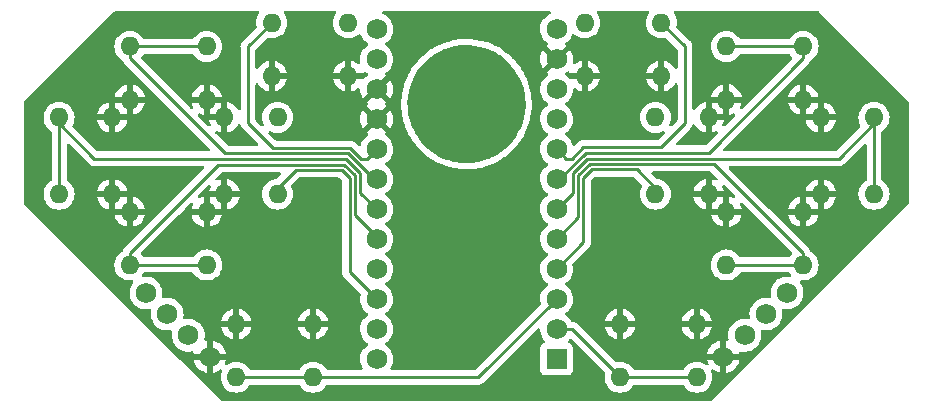
<source format=gbl>
G04 #@! TF.GenerationSoftware,KiCad,Pcbnew,(6.0.8)*
G04 #@! TF.CreationDate,2023-06-20T19:58:11+10:00*
G04 #@! TF.ProjectId,thorny_devil,74686f72-6e79-45f6-9465-76696c2e6b69,rev?*
G04 #@! TF.SameCoordinates,Original*
G04 #@! TF.FileFunction,Copper,L2,Bot*
G04 #@! TF.FilePolarity,Positive*
%FSLAX46Y46*%
G04 Gerber Fmt 4.6, Leading zero omitted, Abs format (unit mm)*
G04 Created by KiCad (PCBNEW (6.0.8)) date 2023-06-20 19:58:11*
%MOMM*%
%LPD*%
G01*
G04 APERTURE LIST*
G04 #@! TA.AperFunction,ComponentPad*
%ADD10C,1.752600*%
G04 #@! TD*
G04 #@! TA.AperFunction,ComponentPad*
%ADD11R,1.752600X1.752600*%
G04 #@! TD*
G04 #@! TA.AperFunction,ComponentPad*
%ADD12O,1.600000X1.600000*%
G04 #@! TD*
G04 #@! TA.AperFunction,ViaPad*
%ADD13C,0.800000*%
G04 #@! TD*
G04 #@! TA.AperFunction,Conductor*
%ADD14C,0.250000*%
G04 #@! TD*
G04 APERTURE END LIST*
D10*
X108380000Y-41030000D03*
X108380000Y-43570000D03*
X108380000Y-46110000D03*
X108380000Y-48650000D03*
X108380000Y-51190000D03*
X108380000Y-53730000D03*
X108380000Y-56270000D03*
X108380000Y-58810000D03*
X108380000Y-61350000D03*
X108380000Y-63890000D03*
X108380000Y-66430000D03*
X108380000Y-68970000D03*
X123620000Y-41030000D03*
X123620000Y-43570000D03*
X123620000Y-46110000D03*
X123620000Y-48650000D03*
X123620000Y-51190000D03*
X123620000Y-53730000D03*
X123620000Y-56270000D03*
X123620000Y-58810000D03*
X123620000Y-61350000D03*
X123620000Y-63890000D03*
X123620000Y-66430000D03*
D11*
X123620000Y-68970000D03*
D10*
X141342102Y-65157898D03*
X139546051Y-66953949D03*
X143138154Y-63361846D03*
X137750000Y-68750000D03*
X90657898Y-65157898D03*
X92453949Y-66953949D03*
X94250000Y-68750000D03*
X88861846Y-63361846D03*
D12*
X138000000Y-42500000D03*
X144500000Y-42500000D03*
X138000000Y-47000000D03*
X144500000Y-47000000D03*
X138000000Y-61000000D03*
X144500000Y-61000000D03*
X138000000Y-56500000D03*
X144500000Y-56500000D03*
X87500000Y-61000000D03*
X94000000Y-61000000D03*
X94000000Y-56500000D03*
X87500000Y-56500000D03*
X132000000Y-48500000D03*
X132000000Y-55000000D03*
X136500000Y-55000000D03*
X136500000Y-48500000D03*
X150500000Y-55000000D03*
X150500000Y-48500000D03*
X146000000Y-55000000D03*
X146000000Y-48500000D03*
X103000000Y-70500000D03*
X96500000Y-70500000D03*
X103000000Y-66000000D03*
X96500000Y-66000000D03*
X94000000Y-42500000D03*
X87500000Y-42500000D03*
X94000000Y-47000000D03*
X87500000Y-47000000D03*
X106000000Y-40500000D03*
X99500000Y-40500000D03*
X106000000Y-45000000D03*
X99500000Y-45000000D03*
X95500000Y-55000000D03*
X95500000Y-48500000D03*
X100000000Y-48500000D03*
X100000000Y-55000000D03*
X81500000Y-55000000D03*
X81500000Y-48500000D03*
X86000000Y-48500000D03*
X86000000Y-55000000D03*
X129000000Y-70500000D03*
X135500000Y-70500000D03*
X135500000Y-66000000D03*
X129000000Y-66000000D03*
X126000000Y-40500000D03*
X132500000Y-40500000D03*
X132500000Y-45000000D03*
X126000000Y-45000000D03*
D13*
X116000000Y-43000000D03*
D14*
X106100000Y-53600000D02*
X106100000Y-61610000D01*
X105450000Y-52950000D02*
X106100000Y-53600000D01*
X101550000Y-52950000D02*
X105450000Y-52950000D01*
X100000000Y-54500000D02*
X101550000Y-52950000D01*
X106100000Y-61610000D02*
X108380000Y-63890000D01*
X103000000Y-70500000D02*
X117010000Y-70500000D01*
X117010000Y-70500000D02*
X123620000Y-63890000D01*
X124930000Y-66430000D02*
X123620000Y-66430000D01*
X129000000Y-70500000D02*
X124930000Y-66430000D01*
X87500000Y-60000000D02*
X87500000Y-61000000D01*
X95000000Y-52500000D02*
X87500000Y-60000000D01*
X81500000Y-49000000D02*
X81500000Y-48500000D01*
X84500000Y-52000000D02*
X81500000Y-49000000D01*
X81500000Y-55000000D02*
X81500000Y-48500000D01*
X144500000Y-60000000D02*
X144500000Y-61000000D01*
X136950000Y-52450000D02*
X144500000Y-60000000D01*
X150500000Y-49000000D02*
X150500000Y-48500000D01*
X147500000Y-52000000D02*
X150500000Y-49000000D01*
X150500000Y-48500000D02*
X150500000Y-55000000D01*
X144500000Y-43500000D02*
X144500000Y-42500000D01*
X136500000Y-51500000D02*
X144500000Y-43500000D01*
X126090812Y-51500000D02*
X123860812Y-53730000D01*
X123860812Y-53730000D02*
X123620000Y-53730000D01*
X136500000Y-51500000D02*
X126090812Y-51500000D01*
X138500000Y-42500000D02*
X145000000Y-42500000D01*
X95550000Y-51550000D02*
X87500000Y-43500000D01*
X108139188Y-53730000D02*
X105959188Y-51550000D01*
X87500000Y-43500000D02*
X87500000Y-42500000D01*
X108380000Y-53730000D02*
X108139188Y-53730000D01*
X105959188Y-51550000D02*
X95550000Y-51550000D01*
X87500000Y-42500000D02*
X94000000Y-42500000D01*
X84500000Y-52000000D02*
X105772792Y-52000000D01*
X107000000Y-53227208D02*
X107000000Y-54890000D01*
X105772792Y-52000000D02*
X107000000Y-53227208D01*
X107000000Y-54890000D02*
X108380000Y-56270000D01*
X87000000Y-61000000D02*
X93500000Y-61000000D01*
X108380000Y-58595000D02*
X108380000Y-58810000D01*
X106550000Y-53413604D02*
X106550000Y-56765000D01*
X106550000Y-56765000D02*
X108380000Y-58595000D01*
X105636396Y-52500000D02*
X106550000Y-53413604D01*
X95000000Y-52500000D02*
X105636396Y-52500000D01*
X130400000Y-52900000D02*
X126600000Y-52900000D01*
X126600000Y-52900000D02*
X125900000Y-53600000D01*
X132000000Y-54500000D02*
X130400000Y-52900000D01*
X125900000Y-59070000D02*
X123620000Y-61350000D01*
X125900000Y-53600000D02*
X125900000Y-59070000D01*
X125000000Y-53227208D02*
X125000000Y-54890000D01*
X126227208Y-52000000D02*
X125000000Y-53227208D01*
X147500000Y-52000000D02*
X126227208Y-52000000D01*
X125000000Y-54890000D02*
X123620000Y-56270000D01*
X125450000Y-53413604D02*
X125450000Y-56980000D01*
X138500000Y-61000000D02*
X145000000Y-61000000D01*
X136950000Y-52450000D02*
X126413604Y-52450000D01*
X125450000Y-56980000D02*
X123620000Y-58810000D01*
X126413604Y-52450000D02*
X125450000Y-53413604D01*
X103000000Y-70500000D02*
X96500000Y-70500000D01*
X135500000Y-70500000D02*
X129000000Y-70500000D01*
X124954416Y-52000000D02*
X124430000Y-52000000D01*
X134500000Y-49000000D02*
X132450000Y-51050000D01*
X125904416Y-51050000D02*
X124954416Y-52000000D01*
X134500000Y-42500000D02*
X134500000Y-49000000D01*
X132500000Y-40500000D02*
X134500000Y-42500000D01*
X132450000Y-51050000D02*
X125904416Y-51050000D01*
X124430000Y-52000000D02*
X123620000Y-51190000D01*
X97500000Y-42500000D02*
X97500000Y-49000000D01*
X107045584Y-52000000D02*
X107570000Y-52000000D01*
X99600000Y-51100000D02*
X106145584Y-51100000D01*
X99500000Y-40500000D02*
X97500000Y-42500000D01*
X106145584Y-51100000D02*
X107045584Y-52000000D01*
X97500000Y-49000000D02*
X99600000Y-51100000D01*
X107570000Y-52000000D02*
X108380000Y-51190000D01*
G04 #@! TA.AperFunction,Conductor*
G36*
X98422950Y-39528502D02*
G01*
X98469443Y-39582158D01*
X98479547Y-39652432D01*
X98458043Y-39706770D01*
X98362477Y-39843251D01*
X98360154Y-39848233D01*
X98360151Y-39848238D01*
X98281192Y-40017569D01*
X98265716Y-40050757D01*
X98206457Y-40271913D01*
X98186502Y-40500000D01*
X98206457Y-40728087D01*
X98207880Y-40733398D01*
X98207882Y-40733409D01*
X98223459Y-40791541D01*
X98221770Y-40862517D01*
X98190848Y-40913248D01*
X97634923Y-41469172D01*
X97107747Y-41996348D01*
X97099461Y-42003888D01*
X97092982Y-42008000D01*
X97087557Y-42013777D01*
X97046357Y-42057651D01*
X97043602Y-42060493D01*
X97023865Y-42080230D01*
X97021385Y-42083427D01*
X97013682Y-42092447D01*
X96983414Y-42124679D01*
X96979595Y-42131625D01*
X96979593Y-42131628D01*
X96973652Y-42142434D01*
X96962801Y-42158953D01*
X96950386Y-42174959D01*
X96947241Y-42182228D01*
X96947238Y-42182232D01*
X96932826Y-42215537D01*
X96927609Y-42226187D01*
X96906305Y-42264940D01*
X96904334Y-42272615D01*
X96904334Y-42272616D01*
X96901267Y-42284562D01*
X96894863Y-42303266D01*
X96886819Y-42321855D01*
X96885580Y-42329678D01*
X96885577Y-42329688D01*
X96879901Y-42365524D01*
X96877495Y-42377144D01*
X96869028Y-42410124D01*
X96866500Y-42419970D01*
X96866500Y-42440224D01*
X96864949Y-42459934D01*
X96861780Y-42479943D01*
X96862526Y-42487835D01*
X96865941Y-42523961D01*
X96866500Y-42535819D01*
X96866500Y-47771576D01*
X96846498Y-47839697D01*
X96792842Y-47886190D01*
X96722568Y-47896294D01*
X96657988Y-47866800D01*
X96638147Y-47842761D01*
X96637088Y-47843502D01*
X96508972Y-47660533D01*
X96501916Y-47652125D01*
X96347875Y-47498084D01*
X96339467Y-47491028D01*
X96161007Y-47366069D01*
X96151511Y-47360586D01*
X95954053Y-47268510D01*
X95943761Y-47264764D01*
X95771497Y-47218606D01*
X95757401Y-47218942D01*
X95754000Y-47226884D01*
X95754000Y-49767967D01*
X95757973Y-49781498D01*
X95766522Y-49782727D01*
X95943761Y-49735236D01*
X95954053Y-49731490D01*
X96151511Y-49639414D01*
X96161007Y-49633931D01*
X96339467Y-49508972D01*
X96347875Y-49501916D01*
X96501916Y-49347875D01*
X96508972Y-49339467D01*
X96633931Y-49161007D01*
X96639417Y-49151506D01*
X96646288Y-49136770D01*
X96693205Y-49083486D01*
X96761482Y-49064025D01*
X96829442Y-49084567D01*
X96875508Y-49138590D01*
X96880939Y-49154147D01*
X96881526Y-49158797D01*
X96884442Y-49166163D01*
X96884444Y-49166169D01*
X96897804Y-49199912D01*
X96901649Y-49211142D01*
X96913982Y-49253593D01*
X96918015Y-49260412D01*
X96918017Y-49260417D01*
X96924293Y-49271028D01*
X96932988Y-49288776D01*
X96940448Y-49307617D01*
X96945110Y-49314033D01*
X96945110Y-49314034D01*
X96966436Y-49343387D01*
X96972952Y-49353307D01*
X96981862Y-49368372D01*
X96995458Y-49391362D01*
X97009779Y-49405683D01*
X97022619Y-49420716D01*
X97034528Y-49437107D01*
X97068605Y-49465298D01*
X97077384Y-49473288D01*
X98305501Y-50701405D01*
X98339527Y-50763717D01*
X98334462Y-50834532D01*
X98291915Y-50891368D01*
X98225395Y-50916179D01*
X98216406Y-50916500D01*
X95864595Y-50916500D01*
X95796474Y-50896498D01*
X95775500Y-50879595D01*
X94766974Y-49871069D01*
X94732948Y-49808757D01*
X94738013Y-49737942D01*
X94780560Y-49681106D01*
X94847080Y-49656295D01*
X94909319Y-49667779D01*
X95045947Y-49731490D01*
X95056239Y-49735236D01*
X95228503Y-49781394D01*
X95242599Y-49781058D01*
X95246000Y-49773116D01*
X95246000Y-48772115D01*
X95241525Y-48756876D01*
X95240135Y-48755671D01*
X95232452Y-48754000D01*
X94232033Y-48754000D01*
X94218502Y-48757973D01*
X94217273Y-48766522D01*
X94264764Y-48943761D01*
X94268510Y-48954053D01*
X94332221Y-49090681D01*
X94342882Y-49160873D01*
X94313902Y-49225685D01*
X94254482Y-49264542D01*
X94183488Y-49265105D01*
X94128931Y-49233026D01*
X93266974Y-48371069D01*
X93232948Y-48308757D01*
X93238013Y-48237942D01*
X93280560Y-48181106D01*
X93347080Y-48156295D01*
X93409319Y-48167779D01*
X93545947Y-48231490D01*
X93556239Y-48235236D01*
X93728503Y-48281394D01*
X93742599Y-48281058D01*
X93746000Y-48273116D01*
X93746000Y-48227885D01*
X94254000Y-48227885D01*
X94258475Y-48243124D01*
X94259865Y-48244329D01*
X94267548Y-48246000D01*
X95227885Y-48246000D01*
X95243124Y-48241525D01*
X95244329Y-48240135D01*
X95246000Y-48232452D01*
X95246000Y-47272115D01*
X95241525Y-47256876D01*
X95240135Y-47255671D01*
X95232452Y-47254000D01*
X94272115Y-47254000D01*
X94256876Y-47258475D01*
X94255671Y-47259865D01*
X94254000Y-47267548D01*
X94254000Y-48227885D01*
X93746000Y-48227885D01*
X93746000Y-47272115D01*
X93741525Y-47256876D01*
X93740135Y-47255671D01*
X93732452Y-47254000D01*
X92732033Y-47254000D01*
X92718502Y-47257973D01*
X92717273Y-47266522D01*
X92764764Y-47443761D01*
X92768510Y-47454053D01*
X92832221Y-47590681D01*
X92842882Y-47660873D01*
X92813902Y-47725685D01*
X92754482Y-47764542D01*
X92683488Y-47765105D01*
X92628931Y-47733026D01*
X91624408Y-46728503D01*
X92718606Y-46728503D01*
X92718942Y-46742599D01*
X92726884Y-46746000D01*
X93727885Y-46746000D01*
X93743124Y-46741525D01*
X93744329Y-46740135D01*
X93746000Y-46732452D01*
X93746000Y-46727885D01*
X94254000Y-46727885D01*
X94258475Y-46743124D01*
X94259865Y-46744329D01*
X94267548Y-46746000D01*
X95267967Y-46746000D01*
X95281498Y-46742027D01*
X95282727Y-46733478D01*
X95235236Y-46556239D01*
X95231490Y-46545947D01*
X95139414Y-46348489D01*
X95133931Y-46338993D01*
X95008972Y-46160533D01*
X95001916Y-46152125D01*
X94847875Y-45998084D01*
X94839467Y-45991028D01*
X94661007Y-45866069D01*
X94651511Y-45860586D01*
X94454053Y-45768510D01*
X94443761Y-45764764D01*
X94271497Y-45718606D01*
X94257401Y-45718942D01*
X94254000Y-45726884D01*
X94254000Y-46727885D01*
X93746000Y-46727885D01*
X93746000Y-45732033D01*
X93742027Y-45718502D01*
X93733478Y-45717273D01*
X93556239Y-45764764D01*
X93545947Y-45768510D01*
X93348489Y-45860586D01*
X93338993Y-45866069D01*
X93160533Y-45991028D01*
X93152125Y-45998084D01*
X92998084Y-46152125D01*
X92991028Y-46160533D01*
X92866069Y-46338993D01*
X92860586Y-46348489D01*
X92768510Y-46545947D01*
X92764764Y-46556239D01*
X92718606Y-46728503D01*
X91624408Y-46728503D01*
X88462297Y-43566392D01*
X88428271Y-43504080D01*
X88433336Y-43433265D01*
X88462297Y-43388202D01*
X88502303Y-43348196D01*
X88502308Y-43348190D01*
X88506198Y-43344300D01*
X88510462Y-43338211D01*
X88616181Y-43187229D01*
X88671638Y-43142901D01*
X88719394Y-43133500D01*
X92780606Y-43133500D01*
X92848727Y-43153502D01*
X92883819Y-43187229D01*
X92989538Y-43338211D01*
X92993802Y-43344300D01*
X93155700Y-43506198D01*
X93160208Y-43509355D01*
X93160211Y-43509357D01*
X93177309Y-43521329D01*
X93343251Y-43637523D01*
X93348233Y-43639846D01*
X93348238Y-43639849D01*
X93535947Y-43727378D01*
X93550757Y-43734284D01*
X93556065Y-43735706D01*
X93556067Y-43735707D01*
X93766598Y-43792119D01*
X93766600Y-43792119D01*
X93771913Y-43793543D01*
X94000000Y-43813498D01*
X94228087Y-43793543D01*
X94233400Y-43792119D01*
X94233402Y-43792119D01*
X94443933Y-43735707D01*
X94443935Y-43735706D01*
X94449243Y-43734284D01*
X94464053Y-43727378D01*
X94651762Y-43639849D01*
X94651767Y-43639846D01*
X94656749Y-43637523D01*
X94822691Y-43521329D01*
X94839789Y-43509357D01*
X94839792Y-43509355D01*
X94844300Y-43506198D01*
X95006198Y-43344300D01*
X95010530Y-43338114D01*
X95064098Y-43261611D01*
X95137523Y-43156749D01*
X95139846Y-43151767D01*
X95139849Y-43151762D01*
X95231961Y-42954225D01*
X95231961Y-42954224D01*
X95234284Y-42949243D01*
X95243897Y-42913369D01*
X95292119Y-42733402D01*
X95292119Y-42733400D01*
X95293543Y-42728087D01*
X95313498Y-42500000D01*
X95293543Y-42271913D01*
X95289815Y-42257999D01*
X95235707Y-42056067D01*
X95235706Y-42056065D01*
X95234284Y-42050757D01*
X95231961Y-42045775D01*
X95139849Y-41848238D01*
X95139846Y-41848233D01*
X95137523Y-41843251D01*
X95059597Y-41731961D01*
X95009357Y-41660211D01*
X95009355Y-41660208D01*
X95006198Y-41655700D01*
X94844300Y-41493802D01*
X94839792Y-41490645D01*
X94839789Y-41490643D01*
X94761611Y-41435902D01*
X94656749Y-41362477D01*
X94651767Y-41360154D01*
X94651762Y-41360151D01*
X94454225Y-41268039D01*
X94454224Y-41268039D01*
X94449243Y-41265716D01*
X94443935Y-41264294D01*
X94443933Y-41264293D01*
X94233402Y-41207881D01*
X94233400Y-41207881D01*
X94228087Y-41206457D01*
X94000000Y-41186502D01*
X93771913Y-41206457D01*
X93766600Y-41207881D01*
X93766598Y-41207881D01*
X93556067Y-41264293D01*
X93556065Y-41264294D01*
X93550757Y-41265716D01*
X93545776Y-41268039D01*
X93545775Y-41268039D01*
X93348238Y-41360151D01*
X93348233Y-41360154D01*
X93343251Y-41362477D01*
X93238389Y-41435902D01*
X93160211Y-41490643D01*
X93160208Y-41490645D01*
X93155700Y-41493802D01*
X92993802Y-41655700D01*
X92990645Y-41660208D01*
X92990643Y-41660211D01*
X92883819Y-41812771D01*
X92828362Y-41857099D01*
X92780606Y-41866500D01*
X88719394Y-41866500D01*
X88651273Y-41846498D01*
X88616181Y-41812771D01*
X88509357Y-41660211D01*
X88509355Y-41660208D01*
X88506198Y-41655700D01*
X88344300Y-41493802D01*
X88339792Y-41490645D01*
X88339789Y-41490643D01*
X88261611Y-41435902D01*
X88156749Y-41362477D01*
X88151767Y-41360154D01*
X88151762Y-41360151D01*
X87954225Y-41268039D01*
X87954224Y-41268039D01*
X87949243Y-41265716D01*
X87943935Y-41264294D01*
X87943933Y-41264293D01*
X87733402Y-41207881D01*
X87733400Y-41207881D01*
X87728087Y-41206457D01*
X87500000Y-41186502D01*
X87271913Y-41206457D01*
X87266600Y-41207881D01*
X87266598Y-41207881D01*
X87056067Y-41264293D01*
X87056065Y-41264294D01*
X87050757Y-41265716D01*
X87045776Y-41268039D01*
X87045775Y-41268039D01*
X86848238Y-41360151D01*
X86848233Y-41360154D01*
X86843251Y-41362477D01*
X86738389Y-41435902D01*
X86660211Y-41490643D01*
X86660208Y-41490645D01*
X86655700Y-41493802D01*
X86493802Y-41655700D01*
X86490645Y-41660208D01*
X86490643Y-41660211D01*
X86440403Y-41731961D01*
X86362477Y-41843251D01*
X86360154Y-41848233D01*
X86360151Y-41848238D01*
X86268039Y-42045775D01*
X86265716Y-42050757D01*
X86264294Y-42056065D01*
X86264293Y-42056067D01*
X86210185Y-42257999D01*
X86206457Y-42271913D01*
X86186502Y-42500000D01*
X86206457Y-42728087D01*
X86207881Y-42733400D01*
X86207881Y-42733402D01*
X86256104Y-42913369D01*
X86265716Y-42949243D01*
X86268039Y-42954224D01*
X86268039Y-42954225D01*
X86360151Y-43151762D01*
X86360154Y-43151767D01*
X86362477Y-43156749D01*
X86435902Y-43261611D01*
X86489471Y-43338114D01*
X86493802Y-43344300D01*
X86655700Y-43506198D01*
X86660208Y-43509355D01*
X86660211Y-43509357D01*
X86838743Y-43634367D01*
X86838747Y-43634370D01*
X86843251Y-43637523D01*
X86844532Y-43638120D01*
X86892653Y-43688586D01*
X86901658Y-43711173D01*
X86913982Y-43753593D01*
X86918015Y-43760412D01*
X86918017Y-43760417D01*
X86924293Y-43771028D01*
X86932988Y-43788776D01*
X86940448Y-43807617D01*
X86945110Y-43814033D01*
X86945110Y-43814034D01*
X86966436Y-43843387D01*
X86972952Y-43853307D01*
X86989390Y-43881101D01*
X86995458Y-43891362D01*
X87009779Y-43905683D01*
X87022619Y-43920716D01*
X87034528Y-43937107D01*
X87068605Y-43965298D01*
X87077384Y-43973288D01*
X94255501Y-51151405D01*
X94289527Y-51213717D01*
X94284462Y-51284532D01*
X94241915Y-51341368D01*
X94175395Y-51366179D01*
X94166406Y-51366500D01*
X84814594Y-51366500D01*
X84746473Y-51346498D01*
X84725499Y-51329595D01*
X82672919Y-49277014D01*
X82638893Y-49214702D01*
X82643958Y-49143886D01*
X82647819Y-49134669D01*
X82731961Y-48954225D01*
X82731961Y-48954224D01*
X82734284Y-48949243D01*
X82764052Y-48838150D01*
X82783245Y-48766522D01*
X84717273Y-48766522D01*
X84764764Y-48943761D01*
X84768510Y-48954053D01*
X84860586Y-49151511D01*
X84866069Y-49161007D01*
X84991028Y-49339467D01*
X84998084Y-49347875D01*
X85152125Y-49501916D01*
X85160533Y-49508972D01*
X85338993Y-49633931D01*
X85348489Y-49639414D01*
X85545947Y-49731490D01*
X85556239Y-49735236D01*
X85728503Y-49781394D01*
X85742599Y-49781058D01*
X85746000Y-49773116D01*
X85746000Y-49767967D01*
X86254000Y-49767967D01*
X86257973Y-49781498D01*
X86266522Y-49782727D01*
X86443761Y-49735236D01*
X86454053Y-49731490D01*
X86651511Y-49639414D01*
X86661007Y-49633931D01*
X86839467Y-49508972D01*
X86847875Y-49501916D01*
X87001916Y-49347875D01*
X87008972Y-49339467D01*
X87133931Y-49161007D01*
X87139414Y-49151511D01*
X87231490Y-48954053D01*
X87235236Y-48943761D01*
X87281394Y-48771497D01*
X87281058Y-48757401D01*
X87273116Y-48754000D01*
X86272115Y-48754000D01*
X86256876Y-48758475D01*
X86255671Y-48759865D01*
X86254000Y-48767548D01*
X86254000Y-49767967D01*
X85746000Y-49767967D01*
X85746000Y-48772115D01*
X85741525Y-48756876D01*
X85740135Y-48755671D01*
X85732452Y-48754000D01*
X84732033Y-48754000D01*
X84718502Y-48757973D01*
X84717273Y-48766522D01*
X82783245Y-48766522D01*
X82792119Y-48733402D01*
X82792119Y-48733400D01*
X82793543Y-48728087D01*
X82813498Y-48500000D01*
X82793543Y-48271913D01*
X82792486Y-48267967D01*
X87754000Y-48267967D01*
X87757973Y-48281498D01*
X87766522Y-48282727D01*
X87943761Y-48235236D01*
X87954053Y-48231490D01*
X88151511Y-48139414D01*
X88161007Y-48133931D01*
X88339467Y-48008972D01*
X88347875Y-48001916D01*
X88501916Y-47847875D01*
X88508972Y-47839467D01*
X88633931Y-47661007D01*
X88639414Y-47651511D01*
X88731490Y-47454053D01*
X88735236Y-47443761D01*
X88781394Y-47271497D01*
X88781058Y-47257401D01*
X88773116Y-47254000D01*
X87772115Y-47254000D01*
X87756876Y-47258475D01*
X87755671Y-47259865D01*
X87754000Y-47267548D01*
X87754000Y-48267967D01*
X82792486Y-48267967D01*
X82786600Y-48246000D01*
X82781912Y-48228503D01*
X84718606Y-48228503D01*
X84718942Y-48242599D01*
X84726884Y-48246000D01*
X85727885Y-48246000D01*
X85743124Y-48241525D01*
X85744329Y-48240135D01*
X85746000Y-48232452D01*
X85746000Y-48227885D01*
X86254000Y-48227885D01*
X86258475Y-48243124D01*
X86259865Y-48244329D01*
X86267548Y-48246000D01*
X87227885Y-48246000D01*
X87243124Y-48241525D01*
X87244329Y-48240135D01*
X87246000Y-48232452D01*
X87246000Y-47272115D01*
X87241525Y-47256876D01*
X87240135Y-47255671D01*
X87232452Y-47254000D01*
X86272115Y-47254000D01*
X86256876Y-47258475D01*
X86255671Y-47259865D01*
X86254000Y-47267548D01*
X86254000Y-48227885D01*
X85746000Y-48227885D01*
X85746000Y-47232033D01*
X85742027Y-47218502D01*
X85733478Y-47217273D01*
X85556239Y-47264764D01*
X85545947Y-47268510D01*
X85348489Y-47360586D01*
X85338993Y-47366069D01*
X85160533Y-47491028D01*
X85152125Y-47498084D01*
X84998084Y-47652125D01*
X84991028Y-47660533D01*
X84866069Y-47838993D01*
X84860586Y-47848489D01*
X84768510Y-48045947D01*
X84764764Y-48056239D01*
X84718606Y-48228503D01*
X82781912Y-48228503D01*
X82735707Y-48056067D01*
X82735706Y-48056065D01*
X82734284Y-48050757D01*
X82731961Y-48045775D01*
X82639849Y-47848238D01*
X82639846Y-47848233D01*
X82637523Y-47843251D01*
X82536576Y-47699084D01*
X82509357Y-47660211D01*
X82509355Y-47660208D01*
X82506198Y-47655700D01*
X82344300Y-47493802D01*
X82339792Y-47490645D01*
X82339789Y-47490643D01*
X82207885Y-47398283D01*
X82156749Y-47362477D01*
X82151767Y-47360154D01*
X82151762Y-47360151D01*
X81954225Y-47268039D01*
X81954224Y-47268039D01*
X81949243Y-47265716D01*
X81943935Y-47264294D01*
X81943933Y-47264293D01*
X81733402Y-47207881D01*
X81733400Y-47207881D01*
X81728087Y-47206457D01*
X81500000Y-47186502D01*
X81271913Y-47206457D01*
X81266600Y-47207881D01*
X81266598Y-47207881D01*
X81056067Y-47264293D01*
X81056065Y-47264294D01*
X81050757Y-47265716D01*
X81045776Y-47268039D01*
X81045775Y-47268039D01*
X80848238Y-47360151D01*
X80848233Y-47360154D01*
X80843251Y-47362477D01*
X80792115Y-47398283D01*
X80660211Y-47490643D01*
X80660208Y-47490645D01*
X80655700Y-47493802D01*
X80493802Y-47655700D01*
X80490645Y-47660208D01*
X80490643Y-47660211D01*
X80463424Y-47699084D01*
X80362477Y-47843251D01*
X80360154Y-47848233D01*
X80360151Y-47848238D01*
X80268039Y-48045775D01*
X80265716Y-48050757D01*
X80264294Y-48056065D01*
X80264293Y-48056067D01*
X80213400Y-48246000D01*
X80206457Y-48271913D01*
X80186502Y-48500000D01*
X80206457Y-48728087D01*
X80207881Y-48733400D01*
X80207881Y-48733402D01*
X80235949Y-48838150D01*
X80265716Y-48949243D01*
X80268039Y-48954224D01*
X80268039Y-48954225D01*
X80360151Y-49151762D01*
X80360154Y-49151767D01*
X80362477Y-49156749D01*
X80430288Y-49253593D01*
X80480317Y-49325041D01*
X80493802Y-49344300D01*
X80655700Y-49506198D01*
X80660208Y-49509355D01*
X80660211Y-49509357D01*
X80812771Y-49616181D01*
X80857099Y-49671638D01*
X80866500Y-49719394D01*
X80866500Y-53780606D01*
X80846498Y-53848727D01*
X80812771Y-53883819D01*
X80660211Y-53990643D01*
X80660208Y-53990645D01*
X80655700Y-53993802D01*
X80493802Y-54155700D01*
X80362477Y-54343251D01*
X80360154Y-54348233D01*
X80360151Y-54348238D01*
X80268041Y-54545770D01*
X80265716Y-54550757D01*
X80264294Y-54556065D01*
X80264293Y-54556067D01*
X80216756Y-54733478D01*
X80206457Y-54771913D01*
X80186502Y-55000000D01*
X80206457Y-55228087D01*
X80207881Y-55233400D01*
X80207881Y-55233402D01*
X80257440Y-55418355D01*
X80265716Y-55449243D01*
X80268039Y-55454224D01*
X80268039Y-55454225D01*
X80360151Y-55651762D01*
X80360154Y-55651767D01*
X80362477Y-55656749D01*
X80435902Y-55761611D01*
X80466497Y-55805304D01*
X80493802Y-55844300D01*
X80655700Y-56006198D01*
X80660208Y-56009355D01*
X80660211Y-56009357D01*
X80674584Y-56019421D01*
X80843251Y-56137523D01*
X80848233Y-56139846D01*
X80848238Y-56139849D01*
X81043536Y-56230917D01*
X81050757Y-56234284D01*
X81056065Y-56235706D01*
X81056067Y-56235707D01*
X81266598Y-56292119D01*
X81266600Y-56292119D01*
X81271913Y-56293543D01*
X81500000Y-56313498D01*
X81728087Y-56293543D01*
X81733400Y-56292119D01*
X81733402Y-56292119D01*
X81943933Y-56235707D01*
X81943935Y-56235706D01*
X81949243Y-56234284D01*
X81956464Y-56230917D01*
X82151762Y-56139849D01*
X82151767Y-56139846D01*
X82156749Y-56137523D01*
X82325416Y-56019421D01*
X82339789Y-56009357D01*
X82339792Y-56009355D01*
X82344300Y-56006198D01*
X82506198Y-55844300D01*
X82533504Y-55805304D01*
X82564098Y-55761611D01*
X82637523Y-55656749D01*
X82639846Y-55651767D01*
X82639849Y-55651762D01*
X82731961Y-55454225D01*
X82731961Y-55454224D01*
X82734284Y-55449243D01*
X82742561Y-55418355D01*
X82783245Y-55266522D01*
X84717273Y-55266522D01*
X84764764Y-55443761D01*
X84768510Y-55454053D01*
X84860586Y-55651511D01*
X84866069Y-55661007D01*
X84991028Y-55839467D01*
X84998084Y-55847875D01*
X85152125Y-56001916D01*
X85160533Y-56008972D01*
X85338993Y-56133931D01*
X85348489Y-56139414D01*
X85545947Y-56231490D01*
X85556239Y-56235236D01*
X85728503Y-56281394D01*
X85742599Y-56281058D01*
X85746000Y-56273116D01*
X85746000Y-56227885D01*
X86254000Y-56227885D01*
X86258475Y-56243124D01*
X86259865Y-56244329D01*
X86267548Y-56246000D01*
X87227885Y-56246000D01*
X87243124Y-56241525D01*
X87244329Y-56240135D01*
X87246000Y-56232452D01*
X87246000Y-56227885D01*
X87754000Y-56227885D01*
X87758475Y-56243124D01*
X87759865Y-56244329D01*
X87767548Y-56246000D01*
X88767967Y-56246000D01*
X88781498Y-56242027D01*
X88782727Y-56233478D01*
X88735236Y-56056239D01*
X88731490Y-56045947D01*
X88639414Y-55848489D01*
X88633931Y-55838993D01*
X88508972Y-55660533D01*
X88501916Y-55652125D01*
X88347875Y-55498084D01*
X88339467Y-55491028D01*
X88161007Y-55366069D01*
X88151511Y-55360586D01*
X87954053Y-55268510D01*
X87943761Y-55264764D01*
X87771497Y-55218606D01*
X87757401Y-55218942D01*
X87754000Y-55226884D01*
X87754000Y-56227885D01*
X87246000Y-56227885D01*
X87246000Y-55272115D01*
X87241525Y-55256876D01*
X87240135Y-55255671D01*
X87232452Y-55254000D01*
X86272115Y-55254000D01*
X86256876Y-55258475D01*
X86255671Y-55259865D01*
X86254000Y-55267548D01*
X86254000Y-56227885D01*
X85746000Y-56227885D01*
X85746000Y-55272115D01*
X85741525Y-55256876D01*
X85740135Y-55255671D01*
X85732452Y-55254000D01*
X84732033Y-55254000D01*
X84718502Y-55257973D01*
X84717273Y-55266522D01*
X82783245Y-55266522D01*
X82792119Y-55233402D01*
X82792119Y-55233400D01*
X82793543Y-55228087D01*
X82813498Y-55000000D01*
X82793543Y-54771913D01*
X82783244Y-54733478D01*
X82781911Y-54728503D01*
X84718606Y-54728503D01*
X84718942Y-54742599D01*
X84726884Y-54746000D01*
X85727885Y-54746000D01*
X85743124Y-54741525D01*
X85744329Y-54740135D01*
X85746000Y-54732452D01*
X85746000Y-54727885D01*
X86254000Y-54727885D01*
X86258475Y-54743124D01*
X86259865Y-54744329D01*
X86267548Y-54746000D01*
X87267967Y-54746000D01*
X87281498Y-54742027D01*
X87282727Y-54733478D01*
X87235236Y-54556239D01*
X87231490Y-54545947D01*
X87139414Y-54348489D01*
X87133931Y-54338993D01*
X87008972Y-54160533D01*
X87001916Y-54152125D01*
X86847875Y-53998084D01*
X86839467Y-53991028D01*
X86661007Y-53866069D01*
X86651511Y-53860586D01*
X86454053Y-53768510D01*
X86443761Y-53764764D01*
X86271497Y-53718606D01*
X86257401Y-53718942D01*
X86254000Y-53726884D01*
X86254000Y-54727885D01*
X85746000Y-54727885D01*
X85746000Y-53732033D01*
X85742027Y-53718502D01*
X85733478Y-53717273D01*
X85556239Y-53764764D01*
X85545947Y-53768510D01*
X85348489Y-53860586D01*
X85338993Y-53866069D01*
X85160533Y-53991028D01*
X85152125Y-53998084D01*
X84998084Y-54152125D01*
X84991028Y-54160533D01*
X84866069Y-54338993D01*
X84860586Y-54348489D01*
X84768510Y-54545947D01*
X84764764Y-54556239D01*
X84718606Y-54728503D01*
X82781911Y-54728503D01*
X82735707Y-54556067D01*
X82735706Y-54556065D01*
X82734284Y-54550757D01*
X82731959Y-54545770D01*
X82639849Y-54348238D01*
X82639846Y-54348233D01*
X82637523Y-54343251D01*
X82506198Y-54155700D01*
X82344300Y-53993802D01*
X82339792Y-53990645D01*
X82339789Y-53990643D01*
X82187229Y-53883819D01*
X82142901Y-53828362D01*
X82133500Y-53780606D01*
X82133500Y-50833594D01*
X82153502Y-50765473D01*
X82207158Y-50718980D01*
X82277432Y-50708876D01*
X82342012Y-50738370D01*
X82348595Y-50744499D01*
X83996343Y-52392247D01*
X84003887Y-52400537D01*
X84008000Y-52407018D01*
X84013777Y-52412443D01*
X84057667Y-52453658D01*
X84060509Y-52456413D01*
X84080231Y-52476135D01*
X84083373Y-52478572D01*
X84083433Y-52478619D01*
X84092445Y-52486317D01*
X84105878Y-52498931D01*
X84124679Y-52516586D01*
X84131622Y-52520403D01*
X84142431Y-52526345D01*
X84158953Y-52537198D01*
X84174959Y-52549614D01*
X84182237Y-52552764D01*
X84182238Y-52552764D01*
X84215537Y-52567174D01*
X84226187Y-52572391D01*
X84264940Y-52593695D01*
X84272615Y-52595666D01*
X84272616Y-52595666D01*
X84284562Y-52598733D01*
X84303267Y-52605137D01*
X84321855Y-52613181D01*
X84329678Y-52614420D01*
X84329688Y-52614423D01*
X84365524Y-52620099D01*
X84377144Y-52622505D01*
X84408959Y-52630673D01*
X84419970Y-52633500D01*
X84440224Y-52633500D01*
X84459934Y-52635051D01*
X84479943Y-52638220D01*
X84487835Y-52637474D01*
X84506580Y-52635702D01*
X84523962Y-52634059D01*
X84535819Y-52633500D01*
X93666406Y-52633500D01*
X93734527Y-52653502D01*
X93781020Y-52707158D01*
X93791124Y-52777432D01*
X93761630Y-52842012D01*
X93755501Y-52848595D01*
X90412202Y-56191893D01*
X87107747Y-59496348D01*
X87099461Y-59503888D01*
X87092982Y-59508000D01*
X87087557Y-59513777D01*
X87046357Y-59557651D01*
X87043602Y-59560493D01*
X87023865Y-59580230D01*
X87021385Y-59583427D01*
X87013682Y-59592447D01*
X86983414Y-59624679D01*
X86979595Y-59631625D01*
X86979593Y-59631628D01*
X86973652Y-59642434D01*
X86962801Y-59658953D01*
X86950386Y-59674959D01*
X86947241Y-59682228D01*
X86947238Y-59682232D01*
X86932826Y-59715537D01*
X86927609Y-59726187D01*
X86906305Y-59764940D01*
X86904334Y-59772615D01*
X86904334Y-59772616D01*
X86901267Y-59784562D01*
X86894862Y-59803269D01*
X86894125Y-59804972D01*
X86848713Y-59859546D01*
X86846264Y-59861072D01*
X86843251Y-59862477D01*
X86838748Y-59865630D01*
X86660211Y-59990643D01*
X86660208Y-59990645D01*
X86655700Y-59993802D01*
X86493802Y-60155700D01*
X86490645Y-60160208D01*
X86490643Y-60160211D01*
X86465707Y-60195823D01*
X86362477Y-60343251D01*
X86360154Y-60348233D01*
X86360151Y-60348238D01*
X86298802Y-60479803D01*
X86265716Y-60550757D01*
X86264294Y-60556065D01*
X86264293Y-60556067D01*
X86234211Y-60668333D01*
X86206457Y-60771913D01*
X86186502Y-61000000D01*
X86206457Y-61228087D01*
X86207881Y-61233400D01*
X86207881Y-61233402D01*
X86231669Y-61322177D01*
X86265716Y-61449243D01*
X86268039Y-61454224D01*
X86268039Y-61454225D01*
X86360151Y-61651762D01*
X86360154Y-61651767D01*
X86362477Y-61656749D01*
X86413305Y-61729339D01*
X86477587Y-61821142D01*
X86493802Y-61844300D01*
X86655700Y-62006198D01*
X86660208Y-62009355D01*
X86660211Y-62009357D01*
X86704965Y-62040694D01*
X86843251Y-62137523D01*
X86848233Y-62139846D01*
X86848238Y-62139849D01*
X87045775Y-62231961D01*
X87050757Y-62234284D01*
X87056065Y-62235706D01*
X87056067Y-62235707D01*
X87266598Y-62292119D01*
X87266600Y-62292119D01*
X87271913Y-62293543D01*
X87500000Y-62313498D01*
X87661060Y-62299407D01*
X87730664Y-62313396D01*
X87781656Y-62362796D01*
X87797847Y-62431921D01*
X87776130Y-62495931D01*
X87653643Y-62675491D01*
X87557767Y-62882038D01*
X87496913Y-63101471D01*
X87472715Y-63327896D01*
X87473012Y-63333048D01*
X87473012Y-63333052D01*
X87477190Y-63405507D01*
X87485823Y-63555233D01*
X87486958Y-63560270D01*
X87486959Y-63560276D01*
X87513636Y-63678652D01*
X87535885Y-63777377D01*
X87537829Y-63782163D01*
X87537830Y-63782168D01*
X87610528Y-63961201D01*
X87621557Y-63988361D01*
X87740538Y-64182520D01*
X87889632Y-64354639D01*
X88064835Y-64500095D01*
X88069287Y-64502697D01*
X88069292Y-64502700D01*
X88163386Y-64557684D01*
X88261443Y-64614984D01*
X88474175Y-64696218D01*
X88479241Y-64697249D01*
X88479242Y-64697249D01*
X88519104Y-64705359D01*
X88697318Y-64741617D01*
X88825134Y-64746304D01*
X88919716Y-64749773D01*
X88919721Y-64749773D01*
X88924880Y-64749962D01*
X88930000Y-64749306D01*
X88930002Y-64749306D01*
X88988546Y-64741806D01*
X89150749Y-64721027D01*
X89152026Y-64720644D01*
X89221707Y-64725964D01*
X89278337Y-64768784D01*
X89302828Y-64835423D01*
X89298525Y-64877476D01*
X89292965Y-64897523D01*
X89268767Y-65123948D01*
X89269064Y-65129100D01*
X89269064Y-65129104D01*
X89270994Y-65162567D01*
X89281875Y-65351285D01*
X89283010Y-65356322D01*
X89283011Y-65356328D01*
X89325744Y-65545947D01*
X89331937Y-65573429D01*
X89333881Y-65578215D01*
X89333882Y-65578220D01*
X89415048Y-65778106D01*
X89417609Y-65784413D01*
X89479397Y-65885242D01*
X89521450Y-65953865D01*
X89536590Y-65978572D01*
X89685684Y-66150691D01*
X89860887Y-66296147D01*
X89865339Y-66298749D01*
X89865344Y-66298752D01*
X90040673Y-66401206D01*
X90057495Y-66411036D01*
X90270227Y-66492270D01*
X90275293Y-66493301D01*
X90275294Y-66493301D01*
X90281320Y-66494527D01*
X90493370Y-66537669D01*
X90621186Y-66542356D01*
X90715768Y-66545825D01*
X90715773Y-66545825D01*
X90720932Y-66546014D01*
X90726052Y-66545358D01*
X90726054Y-66545358D01*
X90941673Y-66517736D01*
X90941674Y-66517736D01*
X90946801Y-66517079D01*
X90948074Y-66516697D01*
X91017752Y-66522015D01*
X91074384Y-66564832D01*
X91098877Y-66631470D01*
X91094575Y-66673529D01*
X91089016Y-66693574D01*
X91064818Y-66919999D01*
X91065115Y-66925151D01*
X91065115Y-66925155D01*
X91069541Y-67001916D01*
X91077926Y-67147336D01*
X91079061Y-67152373D01*
X91079062Y-67152379D01*
X91126850Y-67364431D01*
X91127988Y-67369480D01*
X91129932Y-67374266D01*
X91129933Y-67374271D01*
X91177466Y-67491330D01*
X91213660Y-67580464D01*
X91332641Y-67774623D01*
X91481735Y-67946742D01*
X91656938Y-68092198D01*
X91661390Y-68094800D01*
X91661395Y-68094803D01*
X91755489Y-68149787D01*
X91853546Y-68207087D01*
X92066278Y-68288321D01*
X92071344Y-68289352D01*
X92071345Y-68289352D01*
X92111984Y-68297620D01*
X92289421Y-68333720D01*
X92417237Y-68338407D01*
X92511819Y-68341876D01*
X92511824Y-68341876D01*
X92516983Y-68342065D01*
X92522103Y-68341409D01*
X92522105Y-68341409D01*
X92737724Y-68313787D01*
X92737725Y-68313787D01*
X92742852Y-68313130D01*
X92744552Y-68312620D01*
X92814358Y-68317950D01*
X92870989Y-68360769D01*
X92895481Y-68427407D01*
X92891177Y-68469465D01*
X92887604Y-68482349D01*
X92889462Y-68492609D01*
X92901838Y-68496000D01*
X93977885Y-68496000D01*
X93993124Y-68491525D01*
X93994329Y-68490135D01*
X93996000Y-68482452D01*
X93996000Y-68477885D01*
X94504000Y-68477885D01*
X94508475Y-68493124D01*
X94509865Y-68494329D01*
X94517548Y-68496000D01*
X95595462Y-68496000D01*
X95608993Y-68492027D01*
X95610298Y-68482947D01*
X95566196Y-68307371D01*
X95562876Y-68297620D01*
X95476229Y-68098343D01*
X95471362Y-68089268D01*
X95353335Y-67906826D01*
X95347043Y-67898655D01*
X95200804Y-67737941D01*
X95193271Y-67730915D01*
X95022743Y-67596241D01*
X95014156Y-67590536D01*
X94823932Y-67485526D01*
X94814523Y-67481298D01*
X94609699Y-67408766D01*
X94599733Y-67406133D01*
X94521836Y-67392257D01*
X94508541Y-67393716D01*
X94504000Y-67408274D01*
X94504000Y-68477885D01*
X93996000Y-68477885D01*
X93996000Y-67406496D01*
X93992082Y-67393152D01*
X93977806Y-67391165D01*
X93954775Y-67394689D01*
X93884413Y-67385221D01*
X93830339Y-67339215D01*
X93809722Y-67271278D01*
X93812144Y-67247599D01*
X93812113Y-67247595D01*
X93812253Y-67246532D01*
X93812253Y-67246530D01*
X93836690Y-67060919D01*
X93841399Y-67025150D01*
X93841400Y-67025143D01*
X93841836Y-67021828D01*
X93843495Y-66953949D01*
X93834083Y-66839467D01*
X93825260Y-66732151D01*
X93825259Y-66732145D01*
X93824836Y-66727000D01*
X93779211Y-66545358D01*
X93770621Y-66511157D01*
X93770620Y-66511153D01*
X93769362Y-66506146D01*
X93767212Y-66501201D01*
X93680621Y-66302055D01*
X93680619Y-66302052D01*
X93678561Y-66297318D01*
X93658638Y-66266522D01*
X95217273Y-66266522D01*
X95264764Y-66443761D01*
X95268510Y-66454053D01*
X95360586Y-66651511D01*
X95366069Y-66661007D01*
X95491028Y-66839467D01*
X95498084Y-66847875D01*
X95652125Y-67001916D01*
X95660533Y-67008972D01*
X95838993Y-67133931D01*
X95848489Y-67139414D01*
X96045947Y-67231490D01*
X96056239Y-67235236D01*
X96228503Y-67281394D01*
X96242599Y-67281058D01*
X96246000Y-67273116D01*
X96246000Y-67267967D01*
X96754000Y-67267967D01*
X96757973Y-67281498D01*
X96766522Y-67282727D01*
X96943761Y-67235236D01*
X96954053Y-67231490D01*
X97151511Y-67139414D01*
X97161007Y-67133931D01*
X97339467Y-67008972D01*
X97347875Y-67001916D01*
X97501916Y-66847875D01*
X97508972Y-66839467D01*
X97633931Y-66661007D01*
X97639414Y-66651511D01*
X97731490Y-66454053D01*
X97735236Y-66443761D01*
X97781394Y-66271497D01*
X97781275Y-66266522D01*
X101717273Y-66266522D01*
X101764764Y-66443761D01*
X101768510Y-66454053D01*
X101860586Y-66651511D01*
X101866069Y-66661007D01*
X101991028Y-66839467D01*
X101998084Y-66847875D01*
X102152125Y-67001916D01*
X102160533Y-67008972D01*
X102338993Y-67133931D01*
X102348489Y-67139414D01*
X102545947Y-67231490D01*
X102556239Y-67235236D01*
X102728503Y-67281394D01*
X102742599Y-67281058D01*
X102746000Y-67273116D01*
X102746000Y-67267967D01*
X103254000Y-67267967D01*
X103257973Y-67281498D01*
X103266522Y-67282727D01*
X103443761Y-67235236D01*
X103454053Y-67231490D01*
X103651511Y-67139414D01*
X103661007Y-67133931D01*
X103839467Y-67008972D01*
X103847875Y-67001916D01*
X104001916Y-66847875D01*
X104008972Y-66839467D01*
X104133931Y-66661007D01*
X104139414Y-66651511D01*
X104231490Y-66454053D01*
X104235236Y-66443761D01*
X104281394Y-66271497D01*
X104281058Y-66257401D01*
X104273116Y-66254000D01*
X103272115Y-66254000D01*
X103256876Y-66258475D01*
X103255671Y-66259865D01*
X103254000Y-66267548D01*
X103254000Y-67267967D01*
X102746000Y-67267967D01*
X102746000Y-66272115D01*
X102741525Y-66256876D01*
X102740135Y-66255671D01*
X102732452Y-66254000D01*
X101732033Y-66254000D01*
X101718502Y-66257973D01*
X101717273Y-66266522D01*
X97781275Y-66266522D01*
X97781058Y-66257401D01*
X97773116Y-66254000D01*
X96772115Y-66254000D01*
X96756876Y-66258475D01*
X96755671Y-66259865D01*
X96754000Y-66267548D01*
X96754000Y-67267967D01*
X96246000Y-67267967D01*
X96246000Y-66272115D01*
X96241525Y-66256876D01*
X96240135Y-66255671D01*
X96232452Y-66254000D01*
X95232033Y-66254000D01*
X95218502Y-66257973D01*
X95217273Y-66266522D01*
X93658638Y-66266522D01*
X93554872Y-66106124D01*
X93401617Y-65937699D01*
X93222912Y-65796567D01*
X93099615Y-65728503D01*
X95218606Y-65728503D01*
X95218942Y-65742599D01*
X95226884Y-65746000D01*
X96227885Y-65746000D01*
X96243124Y-65741525D01*
X96244329Y-65740135D01*
X96246000Y-65732452D01*
X96246000Y-65727885D01*
X96754000Y-65727885D01*
X96758475Y-65743124D01*
X96759865Y-65744329D01*
X96767548Y-65746000D01*
X97767967Y-65746000D01*
X97781498Y-65742027D01*
X97782727Y-65733478D01*
X97781394Y-65728503D01*
X101718606Y-65728503D01*
X101718942Y-65742599D01*
X101726884Y-65746000D01*
X102727885Y-65746000D01*
X102743124Y-65741525D01*
X102744329Y-65740135D01*
X102746000Y-65732452D01*
X102746000Y-65727885D01*
X103254000Y-65727885D01*
X103258475Y-65743124D01*
X103259865Y-65744329D01*
X103267548Y-65746000D01*
X104267967Y-65746000D01*
X104281498Y-65742027D01*
X104282727Y-65733478D01*
X104235236Y-65556239D01*
X104231490Y-65545947D01*
X104139414Y-65348489D01*
X104133931Y-65338993D01*
X104008972Y-65160533D01*
X104001916Y-65152125D01*
X103847875Y-64998084D01*
X103839467Y-64991028D01*
X103661007Y-64866069D01*
X103651511Y-64860586D01*
X103454053Y-64768510D01*
X103443761Y-64764764D01*
X103271497Y-64718606D01*
X103257401Y-64718942D01*
X103254000Y-64726884D01*
X103254000Y-65727885D01*
X102746000Y-65727885D01*
X102746000Y-64732033D01*
X102742027Y-64718502D01*
X102733478Y-64717273D01*
X102556239Y-64764764D01*
X102545947Y-64768510D01*
X102348489Y-64860586D01*
X102338993Y-64866069D01*
X102160533Y-64991028D01*
X102152125Y-64998084D01*
X101998084Y-65152125D01*
X101991028Y-65160533D01*
X101866069Y-65338993D01*
X101860586Y-65348489D01*
X101768510Y-65545947D01*
X101764764Y-65556239D01*
X101718606Y-65728503D01*
X97781394Y-65728503D01*
X97735236Y-65556239D01*
X97731490Y-65545947D01*
X97639414Y-65348489D01*
X97633931Y-65338993D01*
X97508972Y-65160533D01*
X97501916Y-65152125D01*
X97347875Y-64998084D01*
X97339467Y-64991028D01*
X97161007Y-64866069D01*
X97151511Y-64860586D01*
X96954053Y-64768510D01*
X96943761Y-64764764D01*
X96771497Y-64718606D01*
X96757401Y-64718942D01*
X96754000Y-64726884D01*
X96754000Y-65727885D01*
X96246000Y-65727885D01*
X96246000Y-64732033D01*
X96242027Y-64718502D01*
X96233478Y-64717273D01*
X96056239Y-64764764D01*
X96045947Y-64768510D01*
X95848489Y-64860586D01*
X95838993Y-64866069D01*
X95660533Y-64991028D01*
X95652125Y-64998084D01*
X95498084Y-65152125D01*
X95491028Y-65160533D01*
X95366069Y-65338993D01*
X95360586Y-65348489D01*
X95268510Y-65545947D01*
X95264764Y-65556239D01*
X95218606Y-65728503D01*
X93099615Y-65728503D01*
X93023556Y-65686516D01*
X92907547Y-65645435D01*
X92813778Y-65612229D01*
X92813774Y-65612228D01*
X92808903Y-65610503D01*
X92803810Y-65609596D01*
X92803807Y-65609595D01*
X92589806Y-65571476D01*
X92589800Y-65571475D01*
X92584717Y-65570570D01*
X92497647Y-65569506D01*
X92362188Y-65567851D01*
X92362186Y-65567851D01*
X92357019Y-65567788D01*
X92158837Y-65598114D01*
X92088475Y-65588646D01*
X92034401Y-65542641D01*
X92013784Y-65474704D01*
X92016152Y-65451556D01*
X92016062Y-65451544D01*
X92016470Y-65448443D01*
X92028598Y-65356328D01*
X92045348Y-65229099D01*
X92045349Y-65229092D01*
X92045785Y-65225777D01*
X92047444Y-65157898D01*
X92036785Y-65028249D01*
X92029209Y-64936100D01*
X92029208Y-64936094D01*
X92028785Y-64930949D01*
X91992476Y-64786395D01*
X91974570Y-64715106D01*
X91974569Y-64715102D01*
X91973311Y-64710095D01*
X91971252Y-64705359D01*
X91884570Y-64506004D01*
X91884568Y-64506001D01*
X91882510Y-64501267D01*
X91787652Y-64354639D01*
X91761629Y-64314413D01*
X91761627Y-64314410D01*
X91758821Y-64310073D01*
X91605566Y-64141648D01*
X91426861Y-64000516D01*
X91227505Y-63890465D01*
X91111496Y-63849384D01*
X91017727Y-63816178D01*
X91017723Y-63816177D01*
X91012852Y-63814452D01*
X91007759Y-63813545D01*
X91007756Y-63813544D01*
X90793755Y-63775425D01*
X90793749Y-63775424D01*
X90788666Y-63774519D01*
X90701596Y-63773455D01*
X90566137Y-63771800D01*
X90566135Y-63771800D01*
X90560968Y-63771737D01*
X90362786Y-63802063D01*
X90292423Y-63792595D01*
X90238349Y-63746590D01*
X90217732Y-63678652D01*
X90220100Y-63655504D01*
X90220010Y-63655492D01*
X90220417Y-63652403D01*
X90220418Y-63652392D01*
X90236887Y-63527300D01*
X90249296Y-63433047D01*
X90249297Y-63433040D01*
X90249733Y-63429725D01*
X90250110Y-63414314D01*
X90251310Y-63365211D01*
X90251310Y-63365206D01*
X90251392Y-63361846D01*
X90240829Y-63233369D01*
X90233157Y-63140048D01*
X90233156Y-63140042D01*
X90232733Y-63134897D01*
X90177259Y-62914043D01*
X90175200Y-62909307D01*
X90088518Y-62709952D01*
X90088516Y-62709949D01*
X90086458Y-62705215D01*
X89962769Y-62514021D01*
X89809514Y-62345596D01*
X89630809Y-62204464D01*
X89431453Y-62094413D01*
X89279756Y-62040694D01*
X89221675Y-62020126D01*
X89221671Y-62020125D01*
X89216800Y-62018400D01*
X89211707Y-62017493D01*
X89211704Y-62017492D01*
X88997703Y-61979373D01*
X88997697Y-61979372D01*
X88992614Y-61978467D01*
X88905544Y-61977403D01*
X88770085Y-61975748D01*
X88770083Y-61975748D01*
X88764916Y-61975685D01*
X88663413Y-61991217D01*
X88593050Y-61981749D01*
X88538976Y-61935743D01*
X88518359Y-61867806D01*
X88541141Y-61794396D01*
X88616181Y-61687229D01*
X88671639Y-61642901D01*
X88719394Y-61633500D01*
X92780606Y-61633500D01*
X92848727Y-61653502D01*
X92883819Y-61687229D01*
X92990643Y-61839789D01*
X92993802Y-61844300D01*
X93155700Y-62006198D01*
X93160208Y-62009355D01*
X93160211Y-62009357D01*
X93204965Y-62040694D01*
X93343251Y-62137523D01*
X93348233Y-62139846D01*
X93348238Y-62139849D01*
X93545775Y-62231961D01*
X93550757Y-62234284D01*
X93556065Y-62235706D01*
X93556067Y-62235707D01*
X93766598Y-62292119D01*
X93766600Y-62292119D01*
X93771913Y-62293543D01*
X94000000Y-62313498D01*
X94228087Y-62293543D01*
X94233400Y-62292119D01*
X94233402Y-62292119D01*
X94443933Y-62235707D01*
X94443935Y-62235706D01*
X94449243Y-62234284D01*
X94454225Y-62231961D01*
X94651762Y-62139849D01*
X94651767Y-62139846D01*
X94656749Y-62137523D01*
X94795035Y-62040694D01*
X94839789Y-62009357D01*
X94839792Y-62009355D01*
X94844300Y-62006198D01*
X95006198Y-61844300D01*
X95022414Y-61821142D01*
X95086695Y-61729339D01*
X95137523Y-61656749D01*
X95139846Y-61651767D01*
X95139849Y-61651762D01*
X95231961Y-61454225D01*
X95231961Y-61454224D01*
X95234284Y-61449243D01*
X95268332Y-61322177D01*
X95292119Y-61233402D01*
X95292119Y-61233400D01*
X95293543Y-61228087D01*
X95313498Y-61000000D01*
X95293543Y-60771913D01*
X95265789Y-60668333D01*
X95235707Y-60556067D01*
X95235706Y-60556065D01*
X95234284Y-60550757D01*
X95201198Y-60479803D01*
X95139849Y-60348238D01*
X95139846Y-60348233D01*
X95137523Y-60343251D01*
X95034293Y-60195823D01*
X95009357Y-60160211D01*
X95009355Y-60160208D01*
X95006198Y-60155700D01*
X94844300Y-59993802D01*
X94839792Y-59990645D01*
X94839789Y-59990643D01*
X94664188Y-59867686D01*
X94656749Y-59862477D01*
X94651767Y-59860154D01*
X94651762Y-59860151D01*
X94454225Y-59768039D01*
X94454224Y-59768039D01*
X94449243Y-59765716D01*
X94443935Y-59764294D01*
X94443933Y-59764293D01*
X94233402Y-59707881D01*
X94233400Y-59707881D01*
X94228087Y-59706457D01*
X94000000Y-59686502D01*
X93771913Y-59706457D01*
X93766600Y-59707881D01*
X93766598Y-59707881D01*
X93556067Y-59764293D01*
X93556065Y-59764294D01*
X93550757Y-59765716D01*
X93545776Y-59768039D01*
X93545775Y-59768039D01*
X93348238Y-59860151D01*
X93348233Y-59860154D01*
X93343251Y-59862477D01*
X93335812Y-59867686D01*
X93160211Y-59990643D01*
X93160208Y-59990645D01*
X93155700Y-59993802D01*
X92993802Y-60155700D01*
X92990645Y-60160208D01*
X92990643Y-60160211D01*
X92883819Y-60312771D01*
X92828362Y-60357099D01*
X92780606Y-60366500D01*
X88719394Y-60366500D01*
X88651273Y-60346498D01*
X88616181Y-60312771D01*
X88509357Y-60160211D01*
X88509355Y-60160208D01*
X88506198Y-60155700D01*
X88462296Y-60111798D01*
X88428270Y-60049486D01*
X88433335Y-59978671D01*
X88462296Y-59933608D01*
X91629382Y-56766522D01*
X92717273Y-56766522D01*
X92764764Y-56943761D01*
X92768510Y-56954053D01*
X92860586Y-57151511D01*
X92866069Y-57161007D01*
X92991028Y-57339467D01*
X92998084Y-57347875D01*
X93152125Y-57501916D01*
X93160533Y-57508972D01*
X93338993Y-57633931D01*
X93348489Y-57639414D01*
X93545947Y-57731490D01*
X93556239Y-57735236D01*
X93728503Y-57781394D01*
X93742599Y-57781058D01*
X93746000Y-57773116D01*
X93746000Y-57767967D01*
X94254000Y-57767967D01*
X94257973Y-57781498D01*
X94266522Y-57782727D01*
X94443761Y-57735236D01*
X94454053Y-57731490D01*
X94651511Y-57639414D01*
X94661007Y-57633931D01*
X94839467Y-57508972D01*
X94847875Y-57501916D01*
X95001916Y-57347875D01*
X95008972Y-57339467D01*
X95133931Y-57161007D01*
X95139414Y-57151511D01*
X95231490Y-56954053D01*
X95235236Y-56943761D01*
X95281394Y-56771497D01*
X95281058Y-56757401D01*
X95273116Y-56754000D01*
X94272115Y-56754000D01*
X94256876Y-56758475D01*
X94255671Y-56759865D01*
X94254000Y-56767548D01*
X94254000Y-57767967D01*
X93746000Y-57767967D01*
X93746000Y-56772115D01*
X93741525Y-56756876D01*
X93740135Y-56755671D01*
X93732452Y-56754000D01*
X92732033Y-56754000D01*
X92718502Y-56757973D01*
X92717273Y-56766522D01*
X91629382Y-56766522D01*
X92127937Y-56267967D01*
X95754000Y-56267967D01*
X95757973Y-56281498D01*
X95766522Y-56282727D01*
X95943761Y-56235236D01*
X95954053Y-56231490D01*
X96151511Y-56139414D01*
X96161007Y-56133931D01*
X96339467Y-56008972D01*
X96347875Y-56001916D01*
X96501916Y-55847875D01*
X96508972Y-55839467D01*
X96633931Y-55661007D01*
X96639414Y-55651511D01*
X96731490Y-55454053D01*
X96735236Y-55443761D01*
X96781394Y-55271497D01*
X96781058Y-55257401D01*
X96773116Y-55254000D01*
X95772115Y-55254000D01*
X95756876Y-55258475D01*
X95755671Y-55259865D01*
X95754000Y-55267548D01*
X95754000Y-56267967D01*
X92127937Y-56267967D01*
X92628932Y-55766972D01*
X92691244Y-55732946D01*
X92762059Y-55738011D01*
X92818895Y-55780558D01*
X92843706Y-55847078D01*
X92832222Y-55909317D01*
X92768510Y-56045947D01*
X92764764Y-56056239D01*
X92718606Y-56228503D01*
X92718942Y-56242599D01*
X92726884Y-56246000D01*
X93727885Y-56246000D01*
X93743124Y-56241525D01*
X93744329Y-56240135D01*
X93746000Y-56232452D01*
X93746000Y-56227885D01*
X94254000Y-56227885D01*
X94258475Y-56243124D01*
X94259865Y-56244329D01*
X94267548Y-56246000D01*
X95227885Y-56246000D01*
X95243124Y-56241525D01*
X95244329Y-56240135D01*
X95246000Y-56232452D01*
X95246000Y-55272115D01*
X95241525Y-55256876D01*
X95240135Y-55255671D01*
X95232452Y-55254000D01*
X94272115Y-55254000D01*
X94256876Y-55258475D01*
X94255671Y-55259865D01*
X94254000Y-55267548D01*
X94254000Y-56227885D01*
X93746000Y-56227885D01*
X93746000Y-55232033D01*
X93742027Y-55218502D01*
X93733478Y-55217273D01*
X93556239Y-55264764D01*
X93545947Y-55268510D01*
X93409317Y-55332222D01*
X93339125Y-55342883D01*
X93274313Y-55313903D01*
X93235456Y-55254483D01*
X93234893Y-55183489D01*
X93266972Y-55128932D01*
X94128932Y-54266972D01*
X94191244Y-54232946D01*
X94262059Y-54238011D01*
X94318895Y-54280558D01*
X94343706Y-54347078D01*
X94332222Y-54409317D01*
X94268510Y-54545947D01*
X94264764Y-54556239D01*
X94218606Y-54728503D01*
X94218942Y-54742599D01*
X94226884Y-54746000D01*
X95227885Y-54746000D01*
X95243124Y-54741525D01*
X95244329Y-54740135D01*
X95246000Y-54732452D01*
X95246000Y-54727885D01*
X95754000Y-54727885D01*
X95758475Y-54743124D01*
X95759865Y-54744329D01*
X95767548Y-54746000D01*
X96767967Y-54746000D01*
X96781498Y-54742027D01*
X96782727Y-54733478D01*
X96735236Y-54556239D01*
X96731490Y-54545947D01*
X96639414Y-54348489D01*
X96633931Y-54338993D01*
X96508972Y-54160533D01*
X96501916Y-54152125D01*
X96347875Y-53998084D01*
X96339467Y-53991028D01*
X96161007Y-53866069D01*
X96151511Y-53860586D01*
X95954053Y-53768510D01*
X95943761Y-53764764D01*
X95771497Y-53718606D01*
X95757401Y-53718942D01*
X95754000Y-53726884D01*
X95754000Y-54727885D01*
X95246000Y-54727885D01*
X95246000Y-53732033D01*
X95242027Y-53718502D01*
X95233478Y-53717273D01*
X95056239Y-53764764D01*
X95045947Y-53768510D01*
X94909317Y-53832222D01*
X94839125Y-53842883D01*
X94774313Y-53813903D01*
X94735456Y-53754483D01*
X94734893Y-53683489D01*
X94766972Y-53628932D01*
X95225499Y-53170405D01*
X95287811Y-53136379D01*
X95314594Y-53133500D01*
X100166405Y-53133500D01*
X100234526Y-53153502D01*
X100281019Y-53207158D01*
X100291123Y-53277432D01*
X100261629Y-53342012D01*
X100255505Y-53348590D01*
X99942120Y-53661975D01*
X99879808Y-53696000D01*
X99864006Y-53698400D01*
X99777394Y-53705977D01*
X99777389Y-53705978D01*
X99771913Y-53706457D01*
X99766600Y-53707881D01*
X99766598Y-53707881D01*
X99556067Y-53764293D01*
X99556065Y-53764294D01*
X99550757Y-53765716D01*
X99545776Y-53768039D01*
X99545775Y-53768039D01*
X99348238Y-53860151D01*
X99348233Y-53860154D01*
X99343251Y-53862477D01*
X99268818Y-53914596D01*
X99160211Y-53990643D01*
X99160208Y-53990645D01*
X99155700Y-53993802D01*
X98993802Y-54155700D01*
X98862477Y-54343251D01*
X98860154Y-54348233D01*
X98860151Y-54348238D01*
X98768041Y-54545770D01*
X98765716Y-54550757D01*
X98764294Y-54556065D01*
X98764293Y-54556067D01*
X98716756Y-54733478D01*
X98706457Y-54771913D01*
X98686502Y-55000000D01*
X98706457Y-55228087D01*
X98707881Y-55233400D01*
X98707881Y-55233402D01*
X98757440Y-55418355D01*
X98765716Y-55449243D01*
X98768039Y-55454224D01*
X98768039Y-55454225D01*
X98860151Y-55651762D01*
X98860154Y-55651767D01*
X98862477Y-55656749D01*
X98935902Y-55761611D01*
X98966497Y-55805304D01*
X98993802Y-55844300D01*
X99155700Y-56006198D01*
X99160208Y-56009355D01*
X99160211Y-56009357D01*
X99174584Y-56019421D01*
X99343251Y-56137523D01*
X99348233Y-56139846D01*
X99348238Y-56139849D01*
X99543536Y-56230917D01*
X99550757Y-56234284D01*
X99556065Y-56235706D01*
X99556067Y-56235707D01*
X99766598Y-56292119D01*
X99766600Y-56292119D01*
X99771913Y-56293543D01*
X100000000Y-56313498D01*
X100228087Y-56293543D01*
X100233400Y-56292119D01*
X100233402Y-56292119D01*
X100443933Y-56235707D01*
X100443935Y-56235706D01*
X100449243Y-56234284D01*
X100456464Y-56230917D01*
X100651762Y-56139849D01*
X100651767Y-56139846D01*
X100656749Y-56137523D01*
X100825416Y-56019421D01*
X100839789Y-56009357D01*
X100839792Y-56009355D01*
X100844300Y-56006198D01*
X101006198Y-55844300D01*
X101033504Y-55805304D01*
X101064098Y-55761611D01*
X101137523Y-55656749D01*
X101139846Y-55651767D01*
X101139849Y-55651762D01*
X101231961Y-55454225D01*
X101231961Y-55454224D01*
X101234284Y-55449243D01*
X101242561Y-55418355D01*
X101292119Y-55233402D01*
X101292119Y-55233400D01*
X101293543Y-55228087D01*
X101313498Y-55000000D01*
X101293543Y-54771913D01*
X101283244Y-54733478D01*
X101235707Y-54556067D01*
X101235706Y-54556065D01*
X101234284Y-54550757D01*
X101187240Y-54449869D01*
X101147819Y-54365331D01*
X101137158Y-54295139D01*
X101166138Y-54230326D01*
X101172919Y-54222986D01*
X101775500Y-53620405D01*
X101837812Y-53586379D01*
X101864595Y-53583500D01*
X105135405Y-53583500D01*
X105203526Y-53603502D01*
X105224501Y-53620405D01*
X105429596Y-53825501D01*
X105463621Y-53887813D01*
X105466500Y-53914596D01*
X105466500Y-61531233D01*
X105465973Y-61542416D01*
X105464298Y-61549909D01*
X105464547Y-61557835D01*
X105464547Y-61557836D01*
X105466438Y-61617986D01*
X105466500Y-61621945D01*
X105466500Y-61649856D01*
X105466997Y-61653790D01*
X105466997Y-61653791D01*
X105467005Y-61653856D01*
X105467938Y-61665693D01*
X105469327Y-61709889D01*
X105474978Y-61729339D01*
X105478987Y-61748700D01*
X105480476Y-61760482D01*
X105481526Y-61768797D01*
X105484445Y-61776168D01*
X105484445Y-61776170D01*
X105497804Y-61809912D01*
X105501649Y-61821142D01*
X105513982Y-61863593D01*
X105518015Y-61870412D01*
X105518017Y-61870417D01*
X105524293Y-61881028D01*
X105532988Y-61898776D01*
X105540448Y-61917617D01*
X105545110Y-61924033D01*
X105545110Y-61924034D01*
X105566436Y-61953387D01*
X105572952Y-61963307D01*
X105583859Y-61981749D01*
X105595458Y-62001362D01*
X105609779Y-62015683D01*
X105622619Y-62030716D01*
X105634528Y-62047107D01*
X105668605Y-62075298D01*
X105677384Y-62083288D01*
X107008409Y-63414314D01*
X107042435Y-63476626D01*
X107040731Y-63537081D01*
X107016448Y-63624641D01*
X107016445Y-63624655D01*
X107015067Y-63629625D01*
X106990869Y-63856050D01*
X106991166Y-63861202D01*
X106991166Y-63861206D01*
X106995983Y-63944740D01*
X107003977Y-64083387D01*
X107005112Y-64088424D01*
X107005113Y-64088430D01*
X107045150Y-64266086D01*
X107054039Y-64305531D01*
X107055983Y-64310317D01*
X107055984Y-64310322D01*
X107133519Y-64501267D01*
X107139711Y-64516515D01*
X107258692Y-64710674D01*
X107407786Y-64882793D01*
X107582989Y-65028249D01*
X107587440Y-65030850D01*
X107587450Y-65030857D01*
X107620266Y-65050033D01*
X107668989Y-65101672D01*
X107682059Y-65171455D01*
X107655326Y-65237227D01*
X107632353Y-65259575D01*
X107457444Y-65390900D01*
X107300120Y-65555530D01*
X107297206Y-65559802D01*
X107297205Y-65559803D01*
X107268609Y-65601724D01*
X107171797Y-65743645D01*
X107075921Y-65950192D01*
X107074539Y-65955174D01*
X107074539Y-65955175D01*
X107067045Y-65982197D01*
X107015067Y-66169625D01*
X106990869Y-66396050D01*
X106991166Y-66401202D01*
X106991166Y-66401206D01*
X106995372Y-66474141D01*
X107003977Y-66623387D01*
X107005112Y-66628424D01*
X107005113Y-66628430D01*
X107026571Y-66723646D01*
X107054039Y-66845531D01*
X107055983Y-66850317D01*
X107055984Y-66850322D01*
X107124265Y-67018476D01*
X107139711Y-67056515D01*
X107142410Y-67060919D01*
X107255213Y-67244996D01*
X107258692Y-67250674D01*
X107407786Y-67422793D01*
X107582989Y-67568249D01*
X107587440Y-67570850D01*
X107587450Y-67570857D01*
X107620266Y-67590033D01*
X107668989Y-67641672D01*
X107682059Y-67711455D01*
X107655326Y-67777227D01*
X107632353Y-67799575D01*
X107457444Y-67930900D01*
X107300120Y-68095530D01*
X107297206Y-68099802D01*
X107297205Y-68099803D01*
X107266707Y-68144512D01*
X107171797Y-68283645D01*
X107075921Y-68490192D01*
X107015067Y-68709625D01*
X106990869Y-68936050D01*
X106991166Y-68941202D01*
X106991166Y-68941206D01*
X106994787Y-69004000D01*
X107003977Y-69163387D01*
X107005112Y-69168424D01*
X107005113Y-69168430D01*
X107052346Y-69378020D01*
X107054039Y-69385531D01*
X107055983Y-69390317D01*
X107055984Y-69390322D01*
X107130683Y-69574282D01*
X107139711Y-69596515D01*
X107142411Y-69600921D01*
X107142413Y-69600925D01*
X107187601Y-69674666D01*
X107206139Y-69743199D01*
X107184682Y-69810876D01*
X107130043Y-69856209D01*
X107080168Y-69866500D01*
X104219394Y-69866500D01*
X104151273Y-69846498D01*
X104116181Y-69812771D01*
X104009357Y-69660211D01*
X104009355Y-69660208D01*
X104006198Y-69655700D01*
X103844300Y-69493802D01*
X103839792Y-69490645D01*
X103839789Y-69490643D01*
X103724954Y-69410235D01*
X103656749Y-69362477D01*
X103651767Y-69360154D01*
X103651762Y-69360151D01*
X103454225Y-69268039D01*
X103454224Y-69268039D01*
X103449243Y-69265716D01*
X103443935Y-69264294D01*
X103443933Y-69264293D01*
X103233402Y-69207881D01*
X103233400Y-69207881D01*
X103228087Y-69206457D01*
X103000000Y-69186502D01*
X102771913Y-69206457D01*
X102766600Y-69207881D01*
X102766598Y-69207881D01*
X102556067Y-69264293D01*
X102556065Y-69264294D01*
X102550757Y-69265716D01*
X102545776Y-69268039D01*
X102545775Y-69268039D01*
X102348238Y-69360151D01*
X102348233Y-69360154D01*
X102343251Y-69362477D01*
X102275046Y-69410235D01*
X102160211Y-69490643D01*
X102160208Y-69490645D01*
X102155700Y-69493802D01*
X101993802Y-69655700D01*
X101990645Y-69660208D01*
X101990643Y-69660211D01*
X101883819Y-69812771D01*
X101828362Y-69857099D01*
X101780606Y-69866500D01*
X97719394Y-69866500D01*
X97651273Y-69846498D01*
X97616181Y-69812771D01*
X97509357Y-69660211D01*
X97509355Y-69660208D01*
X97506198Y-69655700D01*
X97344300Y-69493802D01*
X97339792Y-69490645D01*
X97339789Y-69490643D01*
X97224954Y-69410235D01*
X97156749Y-69362477D01*
X97151767Y-69360154D01*
X97151762Y-69360151D01*
X96954225Y-69268039D01*
X96954224Y-69268039D01*
X96949243Y-69265716D01*
X96943935Y-69264294D01*
X96943933Y-69264293D01*
X96733402Y-69207881D01*
X96733400Y-69207881D01*
X96728087Y-69206457D01*
X96500000Y-69186502D01*
X96271913Y-69206457D01*
X96266600Y-69207881D01*
X96266598Y-69207881D01*
X96056067Y-69264293D01*
X96056065Y-69264294D01*
X96050757Y-69265716D01*
X96045776Y-69268039D01*
X96045775Y-69268039D01*
X95848238Y-69360151D01*
X95848233Y-69360154D01*
X95843251Y-69362477D01*
X95838743Y-69365633D01*
X95838737Y-69365637D01*
X95708825Y-69456602D01*
X95641551Y-69479290D01*
X95572691Y-69462005D01*
X95524107Y-69410235D01*
X95511225Y-69340417D01*
X95523598Y-69297561D01*
X95539208Y-69265977D01*
X95543005Y-69256387D01*
X95606171Y-69048486D01*
X95608349Y-69038413D01*
X95610515Y-69021961D01*
X95608303Y-69007778D01*
X95595147Y-69004000D01*
X94522115Y-69004000D01*
X94506876Y-69008475D01*
X94505671Y-69009865D01*
X94504000Y-69017548D01*
X94504000Y-70095033D01*
X94508064Y-70108875D01*
X94521478Y-70110909D01*
X94533669Y-70109347D01*
X94543750Y-70107204D01*
X94751877Y-70044763D01*
X94761475Y-70041002D01*
X94956612Y-69945405D01*
X94965457Y-69940132D01*
X95103033Y-69842000D01*
X95170107Y-69818726D01*
X95239115Y-69835409D01*
X95288149Y-69886753D01*
X95301641Y-69956455D01*
X95290397Y-69997828D01*
X95268039Y-70045774D01*
X95268037Y-70045780D01*
X95265716Y-70050757D01*
X95264294Y-70056065D01*
X95264293Y-70056067D01*
X95223164Y-70209561D01*
X95206457Y-70271913D01*
X95186502Y-70500000D01*
X95206457Y-70728087D01*
X95207881Y-70733400D01*
X95207881Y-70733402D01*
X95260934Y-70931395D01*
X95265716Y-70949243D01*
X95268039Y-70954224D01*
X95268039Y-70954225D01*
X95360151Y-71151762D01*
X95360154Y-71151767D01*
X95362477Y-71156749D01*
X95493802Y-71344300D01*
X95655700Y-71506198D01*
X95660208Y-71509355D01*
X95660211Y-71509357D01*
X95738389Y-71564098D01*
X95843251Y-71637523D01*
X95848233Y-71639846D01*
X95848238Y-71639849D01*
X96045775Y-71731961D01*
X96050757Y-71734284D01*
X96056065Y-71735706D01*
X96056067Y-71735707D01*
X96266598Y-71792119D01*
X96266600Y-71792119D01*
X96271913Y-71793543D01*
X96500000Y-71813498D01*
X96728087Y-71793543D01*
X96733400Y-71792119D01*
X96733402Y-71792119D01*
X96943933Y-71735707D01*
X96943935Y-71735706D01*
X96949243Y-71734284D01*
X96954225Y-71731961D01*
X97151762Y-71639849D01*
X97151767Y-71639846D01*
X97156749Y-71637523D01*
X97261611Y-71564098D01*
X97339789Y-71509357D01*
X97339792Y-71509355D01*
X97344300Y-71506198D01*
X97506198Y-71344300D01*
X97616181Y-71187229D01*
X97671638Y-71142901D01*
X97719394Y-71133500D01*
X101780606Y-71133500D01*
X101848727Y-71153502D01*
X101883819Y-71187229D01*
X101993802Y-71344300D01*
X102155700Y-71506198D01*
X102160208Y-71509355D01*
X102160211Y-71509357D01*
X102238389Y-71564098D01*
X102343251Y-71637523D01*
X102348233Y-71639846D01*
X102348238Y-71639849D01*
X102545775Y-71731961D01*
X102550757Y-71734284D01*
X102556065Y-71735706D01*
X102556067Y-71735707D01*
X102766598Y-71792119D01*
X102766600Y-71792119D01*
X102771913Y-71793543D01*
X103000000Y-71813498D01*
X103228087Y-71793543D01*
X103233400Y-71792119D01*
X103233402Y-71792119D01*
X103443933Y-71735707D01*
X103443935Y-71735706D01*
X103449243Y-71734284D01*
X103454225Y-71731961D01*
X103651762Y-71639849D01*
X103651767Y-71639846D01*
X103656749Y-71637523D01*
X103761611Y-71564098D01*
X103839789Y-71509357D01*
X103839792Y-71509355D01*
X103844300Y-71506198D01*
X104006198Y-71344300D01*
X104116181Y-71187229D01*
X104171638Y-71142901D01*
X104219394Y-71133500D01*
X116931233Y-71133500D01*
X116942416Y-71134027D01*
X116949909Y-71135702D01*
X116957835Y-71135453D01*
X116957836Y-71135453D01*
X117017986Y-71133562D01*
X117021945Y-71133500D01*
X117049856Y-71133500D01*
X117053791Y-71133003D01*
X117053856Y-71132995D01*
X117065693Y-71132062D01*
X117097951Y-71131048D01*
X117101970Y-71130922D01*
X117109889Y-71130673D01*
X117129343Y-71125021D01*
X117148700Y-71121013D01*
X117160930Y-71119468D01*
X117160931Y-71119468D01*
X117168797Y-71118474D01*
X117176168Y-71115555D01*
X117176170Y-71115555D01*
X117209912Y-71102196D01*
X117221142Y-71098351D01*
X117255983Y-71088229D01*
X117255984Y-71088229D01*
X117263593Y-71086018D01*
X117270412Y-71081985D01*
X117270417Y-71081983D01*
X117281028Y-71075707D01*
X117298776Y-71067012D01*
X117317617Y-71059552D01*
X117353387Y-71033564D01*
X117363307Y-71027048D01*
X117394535Y-71008580D01*
X117394538Y-71008578D01*
X117401362Y-71004542D01*
X117415683Y-70990221D01*
X117430717Y-70977380D01*
X117440694Y-70970131D01*
X117447107Y-70965472D01*
X117475298Y-70931395D01*
X117483288Y-70922616D01*
X122020111Y-66385793D01*
X122082423Y-66351767D01*
X122153238Y-66356832D01*
X122210074Y-66399379D01*
X122234996Y-66467633D01*
X122243977Y-66623387D01*
X122245112Y-66628424D01*
X122245113Y-66628430D01*
X122266571Y-66723646D01*
X122294039Y-66845531D01*
X122295983Y-66850317D01*
X122295984Y-66850322D01*
X122364265Y-67018476D01*
X122379711Y-67056515D01*
X122382410Y-67060919D01*
X122495213Y-67244996D01*
X122498692Y-67250674D01*
X122502073Y-67254577D01*
X122502078Y-67254584D01*
X122636281Y-67409512D01*
X122665764Y-67474097D01*
X122655649Y-67544369D01*
X122609148Y-67598018D01*
X122585273Y-67609991D01*
X122505405Y-67639932D01*
X122505404Y-67639933D01*
X122496995Y-67643085D01*
X122380439Y-67730439D01*
X122293085Y-67846995D01*
X122241955Y-67983384D01*
X122235200Y-68045566D01*
X122235200Y-69894434D01*
X122241955Y-69956616D01*
X122293085Y-70093005D01*
X122380439Y-70209561D01*
X122496995Y-70296915D01*
X122633384Y-70348045D01*
X122695566Y-70354800D01*
X124544434Y-70354800D01*
X124606616Y-70348045D01*
X124743005Y-70296915D01*
X124859561Y-70209561D01*
X124946915Y-70093005D01*
X124998045Y-69956616D01*
X125004800Y-69894434D01*
X125004800Y-68045566D01*
X124998045Y-67983384D01*
X124946915Y-67846995D01*
X124859561Y-67730439D01*
X124743005Y-67643085D01*
X124690933Y-67623564D01*
X124651644Y-67608835D01*
X124594880Y-67566193D01*
X124570180Y-67499632D01*
X124585388Y-67430283D01*
X124606935Y-67401602D01*
X124674527Y-67334247D01*
X124674537Y-67334235D01*
X124678193Y-67330592D01*
X124698894Y-67301783D01*
X124754886Y-67258137D01*
X124825590Y-67251690D01*
X124890311Y-67286215D01*
X127690848Y-70086752D01*
X127724874Y-70149064D01*
X127723459Y-70208459D01*
X127707882Y-70266591D01*
X127707881Y-70266598D01*
X127706457Y-70271913D01*
X127686502Y-70500000D01*
X127706457Y-70728087D01*
X127707881Y-70733400D01*
X127707881Y-70733402D01*
X127760934Y-70931395D01*
X127765716Y-70949243D01*
X127768039Y-70954224D01*
X127768039Y-70954225D01*
X127860151Y-71151762D01*
X127860154Y-71151767D01*
X127862477Y-71156749D01*
X127993802Y-71344300D01*
X128155700Y-71506198D01*
X128160208Y-71509355D01*
X128160211Y-71509357D01*
X128238389Y-71564098D01*
X128343251Y-71637523D01*
X128348233Y-71639846D01*
X128348238Y-71639849D01*
X128545775Y-71731961D01*
X128550757Y-71734284D01*
X128556065Y-71735706D01*
X128556067Y-71735707D01*
X128766598Y-71792119D01*
X128766600Y-71792119D01*
X128771913Y-71793543D01*
X129000000Y-71813498D01*
X129228087Y-71793543D01*
X129233400Y-71792119D01*
X129233402Y-71792119D01*
X129443933Y-71735707D01*
X129443935Y-71735706D01*
X129449243Y-71734284D01*
X129454225Y-71731961D01*
X129651762Y-71639849D01*
X129651767Y-71639846D01*
X129656749Y-71637523D01*
X129761611Y-71564098D01*
X129839789Y-71509357D01*
X129839792Y-71509355D01*
X129844300Y-71506198D01*
X130006198Y-71344300D01*
X130116181Y-71187229D01*
X130171638Y-71142901D01*
X130219394Y-71133500D01*
X134280606Y-71133500D01*
X134348727Y-71153502D01*
X134383819Y-71187229D01*
X134493802Y-71344300D01*
X134655700Y-71506198D01*
X134660208Y-71509355D01*
X134660211Y-71509357D01*
X134738389Y-71564098D01*
X134843251Y-71637523D01*
X134848233Y-71639846D01*
X134848238Y-71639849D01*
X135045775Y-71731961D01*
X135050757Y-71734284D01*
X135056065Y-71735706D01*
X135056067Y-71735707D01*
X135266598Y-71792119D01*
X135266600Y-71792119D01*
X135271913Y-71793543D01*
X135500000Y-71813498D01*
X135728087Y-71793543D01*
X135733400Y-71792119D01*
X135733402Y-71792119D01*
X135943933Y-71735707D01*
X135943935Y-71735706D01*
X135949243Y-71734284D01*
X135954225Y-71731961D01*
X136151762Y-71639849D01*
X136151767Y-71639846D01*
X136156749Y-71637523D01*
X136261611Y-71564098D01*
X136339789Y-71509357D01*
X136339792Y-71509355D01*
X136344300Y-71506198D01*
X136506198Y-71344300D01*
X136637523Y-71156749D01*
X136639846Y-71151767D01*
X136639849Y-71151762D01*
X136731961Y-70954225D01*
X136731961Y-70954224D01*
X136734284Y-70949243D01*
X136739067Y-70931395D01*
X136792119Y-70733402D01*
X136792119Y-70733400D01*
X136793543Y-70728087D01*
X136813498Y-70500000D01*
X136793543Y-70271913D01*
X136776836Y-70209561D01*
X136735707Y-70056067D01*
X136735706Y-70056065D01*
X136734284Y-70050757D01*
X136731489Y-70044763D01*
X136709244Y-69997057D01*
X136698583Y-69926866D01*
X136727563Y-69862053D01*
X136786983Y-69823197D01*
X136857978Y-69822634D01*
X136903924Y-69846864D01*
X136949303Y-69884538D01*
X136957734Y-69890443D01*
X137145356Y-70000080D01*
X137154639Y-70004527D01*
X137357638Y-70082045D01*
X137367536Y-70084921D01*
X137478250Y-70107446D01*
X137492299Y-70106250D01*
X137496000Y-70095905D01*
X137496000Y-70095033D01*
X138004000Y-70095033D01*
X138008064Y-70108875D01*
X138021478Y-70110909D01*
X138033669Y-70109347D01*
X138043750Y-70107204D01*
X138251877Y-70044763D01*
X138261475Y-70041002D01*
X138456612Y-69945405D01*
X138465457Y-69940132D01*
X138642357Y-69813951D01*
X138650232Y-69807295D01*
X138804150Y-69653914D01*
X138810828Y-69646067D01*
X138937625Y-69469612D01*
X138942934Y-69460776D01*
X139039206Y-69265983D01*
X139043005Y-69256387D01*
X139106171Y-69048486D01*
X139108349Y-69038413D01*
X139110515Y-69021961D01*
X139108303Y-69007778D01*
X139095147Y-69004000D01*
X138022115Y-69004000D01*
X138006876Y-69008475D01*
X138005671Y-69009865D01*
X138004000Y-69017548D01*
X138004000Y-70095033D01*
X137496000Y-70095033D01*
X137496000Y-69022115D01*
X137491525Y-69006876D01*
X137490135Y-69005671D01*
X137482452Y-69004000D01*
X136406264Y-69004000D01*
X136392733Y-69007973D01*
X136391296Y-69017966D01*
X136423382Y-69160339D01*
X136426462Y-69170167D01*
X136482177Y-69307379D01*
X136489273Y-69378020D01*
X136457051Y-69441284D01*
X136395741Y-69477084D01*
X136324809Y-69474054D01*
X136293166Y-69457998D01*
X136156749Y-69362477D01*
X136151767Y-69360154D01*
X136151762Y-69360151D01*
X135954225Y-69268039D01*
X135954224Y-69268039D01*
X135949243Y-69265716D01*
X135943935Y-69264294D01*
X135943933Y-69264293D01*
X135733402Y-69207881D01*
X135733400Y-69207881D01*
X135728087Y-69206457D01*
X135500000Y-69186502D01*
X135271913Y-69206457D01*
X135266600Y-69207881D01*
X135266598Y-69207881D01*
X135056067Y-69264293D01*
X135056065Y-69264294D01*
X135050757Y-69265716D01*
X135045776Y-69268039D01*
X135045775Y-69268039D01*
X134848238Y-69360151D01*
X134848233Y-69360154D01*
X134843251Y-69362477D01*
X134775046Y-69410235D01*
X134660211Y-69490643D01*
X134660208Y-69490645D01*
X134655700Y-69493802D01*
X134493802Y-69655700D01*
X134490645Y-69660208D01*
X134490643Y-69660211D01*
X134383819Y-69812771D01*
X134328362Y-69857099D01*
X134280606Y-69866500D01*
X130219394Y-69866500D01*
X130151273Y-69846498D01*
X130116181Y-69812771D01*
X130009357Y-69660211D01*
X130009355Y-69660208D01*
X130006198Y-69655700D01*
X129844300Y-69493802D01*
X129839792Y-69490645D01*
X129839789Y-69490643D01*
X129724954Y-69410235D01*
X129656749Y-69362477D01*
X129651767Y-69360154D01*
X129651762Y-69360151D01*
X129454225Y-69268039D01*
X129454224Y-69268039D01*
X129449243Y-69265716D01*
X129443935Y-69264294D01*
X129443933Y-69264293D01*
X129233402Y-69207881D01*
X129233400Y-69207881D01*
X129228087Y-69206457D01*
X129000000Y-69186502D01*
X128771913Y-69206457D01*
X128708458Y-69223460D01*
X128637482Y-69221770D01*
X128586753Y-69190848D01*
X127878254Y-68482349D01*
X136387604Y-68482349D01*
X136389462Y-68492609D01*
X136401838Y-68496000D01*
X137477885Y-68496000D01*
X137493124Y-68491525D01*
X137494329Y-68490135D01*
X137496000Y-68482452D01*
X137496000Y-67406496D01*
X137492082Y-67393152D01*
X137477806Y-67391165D01*
X137433203Y-67397990D01*
X137423179Y-67400378D01*
X137216638Y-67467886D01*
X137207141Y-67471878D01*
X137014398Y-67572212D01*
X137005673Y-67577707D01*
X136831912Y-67708171D01*
X136824205Y-67715014D01*
X136674081Y-67872109D01*
X136667595Y-67880119D01*
X136545152Y-68059614D01*
X136540054Y-68068588D01*
X136448571Y-68265671D01*
X136445008Y-68275358D01*
X136387604Y-68482349D01*
X127878254Y-68482349D01*
X125662427Y-66266522D01*
X127717273Y-66266522D01*
X127764764Y-66443761D01*
X127768510Y-66454053D01*
X127860586Y-66651511D01*
X127866069Y-66661007D01*
X127991028Y-66839467D01*
X127998084Y-66847875D01*
X128152125Y-67001916D01*
X128160533Y-67008972D01*
X128338993Y-67133931D01*
X128348489Y-67139414D01*
X128545947Y-67231490D01*
X128556239Y-67235236D01*
X128728503Y-67281394D01*
X128742599Y-67281058D01*
X128746000Y-67273116D01*
X128746000Y-67267967D01*
X129254000Y-67267967D01*
X129257973Y-67281498D01*
X129266522Y-67282727D01*
X129443761Y-67235236D01*
X129454053Y-67231490D01*
X129651511Y-67139414D01*
X129661007Y-67133931D01*
X129839467Y-67008972D01*
X129847875Y-67001916D01*
X130001916Y-66847875D01*
X130008972Y-66839467D01*
X130133931Y-66661007D01*
X130139414Y-66651511D01*
X130231490Y-66454053D01*
X130235236Y-66443761D01*
X130281394Y-66271497D01*
X130281275Y-66266522D01*
X134217273Y-66266522D01*
X134264764Y-66443761D01*
X134268510Y-66454053D01*
X134360586Y-66651511D01*
X134366069Y-66661007D01*
X134491028Y-66839467D01*
X134498084Y-66847875D01*
X134652125Y-67001916D01*
X134660533Y-67008972D01*
X134838993Y-67133931D01*
X134848489Y-67139414D01*
X135045947Y-67231490D01*
X135056239Y-67235236D01*
X135228503Y-67281394D01*
X135242599Y-67281058D01*
X135246000Y-67273116D01*
X135246000Y-67267967D01*
X135754000Y-67267967D01*
X135757973Y-67281498D01*
X135766522Y-67282727D01*
X135943761Y-67235236D01*
X135954053Y-67231490D01*
X136151511Y-67139414D01*
X136161007Y-67133931D01*
X136339467Y-67008972D01*
X136347875Y-67001916D01*
X136501916Y-66847875D01*
X136508972Y-66839467D01*
X136633931Y-66661007D01*
X136639414Y-66651511D01*
X136731490Y-66454053D01*
X136735236Y-66443761D01*
X136781394Y-66271497D01*
X136781058Y-66257401D01*
X136773116Y-66254000D01*
X135772115Y-66254000D01*
X135756876Y-66258475D01*
X135755671Y-66259865D01*
X135754000Y-66267548D01*
X135754000Y-67267967D01*
X135246000Y-67267967D01*
X135246000Y-66272115D01*
X135241525Y-66256876D01*
X135240135Y-66255671D01*
X135232452Y-66254000D01*
X134232033Y-66254000D01*
X134218502Y-66257973D01*
X134217273Y-66266522D01*
X130281275Y-66266522D01*
X130281058Y-66257401D01*
X130273116Y-66254000D01*
X129272115Y-66254000D01*
X129256876Y-66258475D01*
X129255671Y-66259865D01*
X129254000Y-66267548D01*
X129254000Y-67267967D01*
X128746000Y-67267967D01*
X128746000Y-66272115D01*
X128741525Y-66256876D01*
X128740135Y-66255671D01*
X128732452Y-66254000D01*
X127732033Y-66254000D01*
X127718502Y-66257973D01*
X127717273Y-66266522D01*
X125662427Y-66266522D01*
X125433652Y-66037747D01*
X125426112Y-66029461D01*
X125422000Y-66022982D01*
X125372348Y-65976356D01*
X125369507Y-65973602D01*
X125349770Y-65953865D01*
X125346573Y-65951385D01*
X125337551Y-65943680D01*
X125311100Y-65918841D01*
X125305321Y-65913414D01*
X125298375Y-65909595D01*
X125298372Y-65909593D01*
X125287566Y-65903652D01*
X125271047Y-65892801D01*
X125270583Y-65892441D01*
X125255041Y-65880386D01*
X125247772Y-65877241D01*
X125247768Y-65877238D01*
X125214463Y-65862826D01*
X125203813Y-65857609D01*
X125165060Y-65836305D01*
X125145437Y-65831267D01*
X125126734Y-65824863D01*
X125115420Y-65819967D01*
X125115419Y-65819967D01*
X125108145Y-65816819D01*
X125100322Y-65815580D01*
X125100312Y-65815577D01*
X125064476Y-65809901D01*
X125052856Y-65807495D01*
X125017711Y-65798472D01*
X125017710Y-65798472D01*
X125010030Y-65796500D01*
X124989776Y-65796500D01*
X124970065Y-65794949D01*
X124964497Y-65794067D01*
X124950057Y-65791780D01*
X124938033Y-65792917D01*
X124934826Y-65792295D01*
X124934242Y-65792277D01*
X124934245Y-65792183D01*
X124868334Y-65779416D01*
X124820383Y-65735917D01*
X124815587Y-65728503D01*
X127718606Y-65728503D01*
X127718942Y-65742599D01*
X127726884Y-65746000D01*
X128727885Y-65746000D01*
X128743124Y-65741525D01*
X128744329Y-65740135D01*
X128746000Y-65732452D01*
X128746000Y-65727885D01*
X129254000Y-65727885D01*
X129258475Y-65743124D01*
X129259865Y-65744329D01*
X129267548Y-65746000D01*
X130267967Y-65746000D01*
X130281498Y-65742027D01*
X130282727Y-65733478D01*
X130281394Y-65728503D01*
X134218606Y-65728503D01*
X134218942Y-65742599D01*
X134226884Y-65746000D01*
X135227885Y-65746000D01*
X135243124Y-65741525D01*
X135244329Y-65740135D01*
X135246000Y-65732452D01*
X135246000Y-65727885D01*
X135754000Y-65727885D01*
X135758475Y-65743124D01*
X135759865Y-65744329D01*
X135767548Y-65746000D01*
X136767967Y-65746000D01*
X136781498Y-65742027D01*
X136782727Y-65733478D01*
X136735236Y-65556239D01*
X136731490Y-65545947D01*
X136639414Y-65348489D01*
X136633931Y-65338993D01*
X136508972Y-65160533D01*
X136501916Y-65152125D01*
X136347875Y-64998084D01*
X136339467Y-64991028D01*
X136161007Y-64866069D01*
X136151511Y-64860586D01*
X135954053Y-64768510D01*
X135943761Y-64764764D01*
X135771497Y-64718606D01*
X135757401Y-64718942D01*
X135754000Y-64726884D01*
X135754000Y-65727885D01*
X135246000Y-65727885D01*
X135246000Y-64732033D01*
X135242027Y-64718502D01*
X135233478Y-64717273D01*
X135056239Y-64764764D01*
X135045947Y-64768510D01*
X134848489Y-64860586D01*
X134838993Y-64866069D01*
X134660533Y-64991028D01*
X134652125Y-64998084D01*
X134498084Y-65152125D01*
X134491028Y-65160533D01*
X134366069Y-65338993D01*
X134360586Y-65348489D01*
X134268510Y-65545947D01*
X134264764Y-65556239D01*
X134218606Y-65728503D01*
X130281394Y-65728503D01*
X130235236Y-65556239D01*
X130231490Y-65545947D01*
X130139414Y-65348489D01*
X130133931Y-65338993D01*
X130008972Y-65160533D01*
X130001916Y-65152125D01*
X129847875Y-64998084D01*
X129839467Y-64991028D01*
X129661007Y-64866069D01*
X129651511Y-64860586D01*
X129454053Y-64768510D01*
X129443761Y-64764764D01*
X129271497Y-64718606D01*
X129257401Y-64718942D01*
X129254000Y-64726884D01*
X129254000Y-65727885D01*
X128746000Y-65727885D01*
X128746000Y-64732033D01*
X128742027Y-64718502D01*
X128733478Y-64717273D01*
X128556239Y-64764764D01*
X128545947Y-64768510D01*
X128348489Y-64860586D01*
X128338993Y-64866069D01*
X128160533Y-64991028D01*
X128152125Y-64998084D01*
X127998084Y-65152125D01*
X127991028Y-65160533D01*
X127866069Y-65338993D01*
X127860586Y-65348489D01*
X127768510Y-65545947D01*
X127764764Y-65556239D01*
X127718606Y-65728503D01*
X124815587Y-65728503D01*
X124734938Y-65603839D01*
X124723731Y-65586515D01*
X124723729Y-65586512D01*
X124720923Y-65582175D01*
X124567668Y-65413750D01*
X124388963Y-65272618D01*
X124382335Y-65268959D01*
X124381651Y-65268269D01*
X124380131Y-65267259D01*
X124380339Y-65266945D01*
X124332363Y-65218533D01*
X124317585Y-65149091D01*
X124342696Y-65082684D01*
X124370054Y-65056069D01*
X124512689Y-64954329D01*
X124512691Y-64954327D01*
X124516893Y-64951330D01*
X124678193Y-64790592D01*
X124694061Y-64768510D01*
X124808055Y-64609869D01*
X124811073Y-64605669D01*
X124875046Y-64476231D01*
X124909673Y-64406168D01*
X124909674Y-64406166D01*
X124911967Y-64401526D01*
X124978164Y-64183646D01*
X124978892Y-64178119D01*
X125007450Y-63961201D01*
X125007451Y-63961194D01*
X125007887Y-63957879D01*
X125009546Y-63890000D01*
X124999887Y-63772520D01*
X124991311Y-63668202D01*
X124991310Y-63668196D01*
X124990887Y-63663051D01*
X124963150Y-63552624D01*
X124936672Y-63447208D01*
X124936671Y-63447204D01*
X124935413Y-63442197D01*
X124933354Y-63437461D01*
X124846672Y-63238106D01*
X124846670Y-63238103D01*
X124844612Y-63233369D01*
X124720923Y-63042175D01*
X124567668Y-62873750D01*
X124388963Y-62732618D01*
X124382335Y-62728959D01*
X124381651Y-62728269D01*
X124380131Y-62727259D01*
X124380339Y-62726945D01*
X124332363Y-62678533D01*
X124317585Y-62609091D01*
X124342696Y-62542684D01*
X124370054Y-62516069D01*
X124512689Y-62414329D01*
X124512691Y-62414327D01*
X124516893Y-62411330D01*
X124678193Y-62250592D01*
X124689912Y-62234284D01*
X124808055Y-62069869D01*
X124811073Y-62065669D01*
X124823417Y-62040694D01*
X124909673Y-61866168D01*
X124909674Y-61866166D01*
X124911967Y-61861526D01*
X124960444Y-61701970D01*
X124976662Y-61648590D01*
X124976662Y-61648589D01*
X124978164Y-61643646D01*
X124990700Y-61548430D01*
X125007450Y-61421201D01*
X125007451Y-61421194D01*
X125007887Y-61417879D01*
X125009546Y-61350000D01*
X124999072Y-61222607D01*
X124991311Y-61128202D01*
X124991310Y-61128196D01*
X124990887Y-61123051D01*
X124976733Y-61066703D01*
X124958495Y-60994090D01*
X124961300Y-60923149D01*
X124991604Y-60874300D01*
X126292253Y-59573652D01*
X126300539Y-59566112D01*
X126307018Y-59562000D01*
X126353644Y-59512348D01*
X126356398Y-59509507D01*
X126376135Y-59489770D01*
X126378615Y-59486573D01*
X126386320Y-59477551D01*
X126411159Y-59451100D01*
X126416586Y-59445321D01*
X126420405Y-59438375D01*
X126420407Y-59438372D01*
X126426348Y-59427566D01*
X126437199Y-59411047D01*
X126444758Y-59401301D01*
X126449614Y-59395041D01*
X126452759Y-59387772D01*
X126452762Y-59387768D01*
X126467174Y-59354463D01*
X126472391Y-59343813D01*
X126493695Y-59305060D01*
X126498733Y-59285437D01*
X126505137Y-59266734D01*
X126510033Y-59255420D01*
X126510033Y-59255419D01*
X126513181Y-59248145D01*
X126514420Y-59240322D01*
X126514423Y-59240312D01*
X126520099Y-59204476D01*
X126522505Y-59192856D01*
X126531528Y-59157711D01*
X126531528Y-59157710D01*
X126533500Y-59150030D01*
X126533500Y-59129776D01*
X126535051Y-59110065D01*
X126536980Y-59097886D01*
X126538220Y-59090057D01*
X126534059Y-59046038D01*
X126533500Y-59034181D01*
X126533500Y-56766522D01*
X136717273Y-56766522D01*
X136764764Y-56943761D01*
X136768510Y-56954053D01*
X136860586Y-57151511D01*
X136866069Y-57161007D01*
X136991028Y-57339467D01*
X136998084Y-57347875D01*
X137152125Y-57501916D01*
X137160533Y-57508972D01*
X137338993Y-57633931D01*
X137348489Y-57639414D01*
X137545947Y-57731490D01*
X137556239Y-57735236D01*
X137728503Y-57781394D01*
X137742599Y-57781058D01*
X137746000Y-57773116D01*
X137746000Y-57767967D01*
X138254000Y-57767967D01*
X138257973Y-57781498D01*
X138266522Y-57782727D01*
X138443761Y-57735236D01*
X138454053Y-57731490D01*
X138651511Y-57639414D01*
X138661007Y-57633931D01*
X138839467Y-57508972D01*
X138847875Y-57501916D01*
X139001916Y-57347875D01*
X139008972Y-57339467D01*
X139133931Y-57161007D01*
X139139414Y-57151511D01*
X139231490Y-56954053D01*
X139235236Y-56943761D01*
X139281394Y-56771497D01*
X139281058Y-56757401D01*
X139273116Y-56754000D01*
X138272115Y-56754000D01*
X138256876Y-56758475D01*
X138255671Y-56759865D01*
X138254000Y-56767548D01*
X138254000Y-57767967D01*
X137746000Y-57767967D01*
X137746000Y-56772115D01*
X137741525Y-56756876D01*
X137740135Y-56755671D01*
X137732452Y-56754000D01*
X136732033Y-56754000D01*
X136718502Y-56757973D01*
X136717273Y-56766522D01*
X126533500Y-56766522D01*
X126533500Y-53914594D01*
X126553502Y-53846473D01*
X126570405Y-53825499D01*
X126825499Y-53570405D01*
X126887811Y-53536379D01*
X126914594Y-53533500D01*
X130085406Y-53533500D01*
X130153527Y-53553502D01*
X130174501Y-53570405D01*
X130827081Y-54222985D01*
X130861107Y-54285297D01*
X130856042Y-54356112D01*
X130852181Y-54365329D01*
X130768041Y-54545770D01*
X130765716Y-54550757D01*
X130764294Y-54556065D01*
X130764293Y-54556067D01*
X130716756Y-54733478D01*
X130706457Y-54771913D01*
X130686502Y-55000000D01*
X130706457Y-55228087D01*
X130707881Y-55233400D01*
X130707881Y-55233402D01*
X130757440Y-55418355D01*
X130765716Y-55449243D01*
X130768039Y-55454224D01*
X130768039Y-55454225D01*
X130860151Y-55651762D01*
X130860154Y-55651767D01*
X130862477Y-55656749D01*
X130935902Y-55761611D01*
X130966497Y-55805304D01*
X130993802Y-55844300D01*
X131155700Y-56006198D01*
X131160208Y-56009355D01*
X131160211Y-56009357D01*
X131174584Y-56019421D01*
X131343251Y-56137523D01*
X131348233Y-56139846D01*
X131348238Y-56139849D01*
X131543536Y-56230917D01*
X131550757Y-56234284D01*
X131556065Y-56235706D01*
X131556067Y-56235707D01*
X131766598Y-56292119D01*
X131766600Y-56292119D01*
X131771913Y-56293543D01*
X132000000Y-56313498D01*
X132228087Y-56293543D01*
X132233400Y-56292119D01*
X132233402Y-56292119D01*
X132443933Y-56235707D01*
X132443935Y-56235706D01*
X132449243Y-56234284D01*
X132456464Y-56230917D01*
X132651762Y-56139849D01*
X132651767Y-56139846D01*
X132656749Y-56137523D01*
X132825416Y-56019421D01*
X132839789Y-56009357D01*
X132839792Y-56009355D01*
X132844300Y-56006198D01*
X133006198Y-55844300D01*
X133033504Y-55805304D01*
X133064098Y-55761611D01*
X133137523Y-55656749D01*
X133139846Y-55651767D01*
X133139849Y-55651762D01*
X133231961Y-55454225D01*
X133231961Y-55454224D01*
X133234284Y-55449243D01*
X133242561Y-55418355D01*
X133283245Y-55266522D01*
X135217273Y-55266522D01*
X135264764Y-55443761D01*
X135268510Y-55454053D01*
X135360586Y-55651511D01*
X135366069Y-55661007D01*
X135491028Y-55839467D01*
X135498084Y-55847875D01*
X135652125Y-56001916D01*
X135660533Y-56008972D01*
X135838993Y-56133931D01*
X135848489Y-56139414D01*
X136045947Y-56231490D01*
X136056239Y-56235236D01*
X136228503Y-56281394D01*
X136242599Y-56281058D01*
X136246000Y-56273116D01*
X136246000Y-56227885D01*
X136754000Y-56227885D01*
X136758475Y-56243124D01*
X136759865Y-56244329D01*
X136767548Y-56246000D01*
X137727885Y-56246000D01*
X137743124Y-56241525D01*
X137744329Y-56240135D01*
X137746000Y-56232452D01*
X137746000Y-55272115D01*
X137741525Y-55256876D01*
X137740135Y-55255671D01*
X137732452Y-55254000D01*
X136772115Y-55254000D01*
X136756876Y-55258475D01*
X136755671Y-55259865D01*
X136754000Y-55267548D01*
X136754000Y-56227885D01*
X136246000Y-56227885D01*
X136246000Y-55272115D01*
X136241525Y-55256876D01*
X136240135Y-55255671D01*
X136232452Y-55254000D01*
X135232033Y-55254000D01*
X135218502Y-55257973D01*
X135217273Y-55266522D01*
X133283245Y-55266522D01*
X133292119Y-55233402D01*
X133292119Y-55233400D01*
X133293543Y-55228087D01*
X133313498Y-55000000D01*
X133293543Y-54771913D01*
X133283244Y-54733478D01*
X133281911Y-54728503D01*
X135218606Y-54728503D01*
X135218942Y-54742599D01*
X135226884Y-54746000D01*
X136227885Y-54746000D01*
X136243124Y-54741525D01*
X136244329Y-54740135D01*
X136246000Y-54732452D01*
X136246000Y-53732033D01*
X136242027Y-53718502D01*
X136233478Y-53717273D01*
X136056239Y-53764764D01*
X136045947Y-53768510D01*
X135848489Y-53860586D01*
X135838993Y-53866069D01*
X135660533Y-53991028D01*
X135652125Y-53998084D01*
X135498084Y-54152125D01*
X135491028Y-54160533D01*
X135366069Y-54338993D01*
X135360586Y-54348489D01*
X135268510Y-54545947D01*
X135264764Y-54556239D01*
X135218606Y-54728503D01*
X133281911Y-54728503D01*
X133235707Y-54556067D01*
X133235706Y-54556065D01*
X133234284Y-54550757D01*
X133231959Y-54545770D01*
X133139849Y-54348238D01*
X133139846Y-54348233D01*
X133137523Y-54343251D01*
X133006198Y-54155700D01*
X132844300Y-53993802D01*
X132839792Y-53990645D01*
X132839789Y-53990643D01*
X132731182Y-53914596D01*
X132656749Y-53862477D01*
X132651767Y-53860154D01*
X132651762Y-53860151D01*
X132454225Y-53768039D01*
X132454224Y-53768039D01*
X132449243Y-53765716D01*
X132443935Y-53764294D01*
X132443933Y-53764293D01*
X132323537Y-53732033D01*
X132228087Y-53706457D01*
X132135993Y-53698400D01*
X132069874Y-53672537D01*
X132057878Y-53661974D01*
X131694500Y-53298595D01*
X131660475Y-53236283D01*
X131665540Y-53165467D01*
X131708087Y-53108632D01*
X131774607Y-53083821D01*
X131783596Y-53083500D01*
X136635406Y-53083500D01*
X136703527Y-53103502D01*
X136724501Y-53120405D01*
X137233028Y-53628932D01*
X137267054Y-53691244D01*
X137261989Y-53762059D01*
X137219442Y-53818895D01*
X137152922Y-53843706D01*
X137090683Y-53832222D01*
X136954053Y-53768510D01*
X136943761Y-53764764D01*
X136771497Y-53718606D01*
X136757401Y-53718942D01*
X136754000Y-53726884D01*
X136754000Y-54727885D01*
X136758475Y-54743124D01*
X136759865Y-54744329D01*
X136767548Y-54746000D01*
X137767967Y-54746000D01*
X137781498Y-54742027D01*
X137782727Y-54733478D01*
X137735236Y-54556239D01*
X137731490Y-54545947D01*
X137667778Y-54409317D01*
X137657117Y-54339125D01*
X137686097Y-54274313D01*
X137745517Y-54235456D01*
X137816511Y-54234893D01*
X137871068Y-54266972D01*
X138733028Y-55128932D01*
X138767054Y-55191244D01*
X138761989Y-55262059D01*
X138719442Y-55318895D01*
X138652922Y-55343706D01*
X138590683Y-55332222D01*
X138454053Y-55268510D01*
X138443761Y-55264764D01*
X138271497Y-55218606D01*
X138257401Y-55218942D01*
X138254000Y-55226884D01*
X138254000Y-56227885D01*
X138258475Y-56243124D01*
X138259865Y-56244329D01*
X138267548Y-56246000D01*
X139267967Y-56246000D01*
X139281498Y-56242027D01*
X139282727Y-56233478D01*
X139235236Y-56056239D01*
X139231490Y-56045947D01*
X139167778Y-55909317D01*
X139157117Y-55839125D01*
X139186097Y-55774313D01*
X139245517Y-55735456D01*
X139316511Y-55734893D01*
X139371068Y-55766972D01*
X143537704Y-59933608D01*
X143571730Y-59995920D01*
X143566665Y-60066735D01*
X143537704Y-60111798D01*
X143493802Y-60155700D01*
X143490645Y-60160208D01*
X143490643Y-60160211D01*
X143383819Y-60312771D01*
X143328362Y-60357099D01*
X143280606Y-60366500D01*
X139219394Y-60366500D01*
X139151273Y-60346498D01*
X139116181Y-60312771D01*
X139009357Y-60160211D01*
X139009355Y-60160208D01*
X139006198Y-60155700D01*
X138844300Y-59993802D01*
X138839792Y-59990645D01*
X138839789Y-59990643D01*
X138664188Y-59867686D01*
X138656749Y-59862477D01*
X138651767Y-59860154D01*
X138651762Y-59860151D01*
X138454225Y-59768039D01*
X138454224Y-59768039D01*
X138449243Y-59765716D01*
X138443935Y-59764294D01*
X138443933Y-59764293D01*
X138233402Y-59707881D01*
X138233400Y-59707881D01*
X138228087Y-59706457D01*
X138000000Y-59686502D01*
X137771913Y-59706457D01*
X137766600Y-59707881D01*
X137766598Y-59707881D01*
X137556067Y-59764293D01*
X137556065Y-59764294D01*
X137550757Y-59765716D01*
X137545776Y-59768039D01*
X137545775Y-59768039D01*
X137348238Y-59860151D01*
X137348233Y-59860154D01*
X137343251Y-59862477D01*
X137335812Y-59867686D01*
X137160211Y-59990643D01*
X137160208Y-59990645D01*
X137155700Y-59993802D01*
X136993802Y-60155700D01*
X136990645Y-60160208D01*
X136990643Y-60160211D01*
X136965707Y-60195823D01*
X136862477Y-60343251D01*
X136860154Y-60348233D01*
X136860151Y-60348238D01*
X136798802Y-60479803D01*
X136765716Y-60550757D01*
X136764294Y-60556065D01*
X136764293Y-60556067D01*
X136734211Y-60668333D01*
X136706457Y-60771913D01*
X136686502Y-61000000D01*
X136706457Y-61228087D01*
X136707881Y-61233400D01*
X136707881Y-61233402D01*
X136731669Y-61322177D01*
X136765716Y-61449243D01*
X136768039Y-61454224D01*
X136768039Y-61454225D01*
X136860151Y-61651762D01*
X136860154Y-61651767D01*
X136862477Y-61656749D01*
X136913305Y-61729339D01*
X136977587Y-61821142D01*
X136993802Y-61844300D01*
X137155700Y-62006198D01*
X137160208Y-62009355D01*
X137160211Y-62009357D01*
X137204965Y-62040694D01*
X137343251Y-62137523D01*
X137348233Y-62139846D01*
X137348238Y-62139849D01*
X137545775Y-62231961D01*
X137550757Y-62234284D01*
X137556065Y-62235706D01*
X137556067Y-62235707D01*
X137766598Y-62292119D01*
X137766600Y-62292119D01*
X137771913Y-62293543D01*
X138000000Y-62313498D01*
X138228087Y-62293543D01*
X138233400Y-62292119D01*
X138233402Y-62292119D01*
X138443933Y-62235707D01*
X138443935Y-62235706D01*
X138449243Y-62234284D01*
X138454225Y-62231961D01*
X138651762Y-62139849D01*
X138651767Y-62139846D01*
X138656749Y-62137523D01*
X138795035Y-62040694D01*
X138839789Y-62009357D01*
X138839792Y-62009355D01*
X138844300Y-62006198D01*
X139006198Y-61844300D01*
X139009357Y-61839789D01*
X139116181Y-61687229D01*
X139171638Y-61642901D01*
X139219394Y-61633500D01*
X143280606Y-61633500D01*
X143348727Y-61653502D01*
X143383819Y-61687229D01*
X143458271Y-61793556D01*
X143480959Y-61860830D01*
X143463674Y-61929690D01*
X143411905Y-61978274D01*
X143342087Y-61991158D01*
X143332962Y-61989874D01*
X143274011Y-61979373D01*
X143274005Y-61979372D01*
X143268922Y-61978467D01*
X143181852Y-61977403D01*
X143046393Y-61975748D01*
X143046391Y-61975748D01*
X143041224Y-61975685D01*
X142816130Y-62010129D01*
X142599683Y-62080875D01*
X142595091Y-62083265D01*
X142595092Y-62083265D01*
X142419684Y-62174577D01*
X142397698Y-62186022D01*
X142393565Y-62189125D01*
X142393562Y-62189127D01*
X142228553Y-62313019D01*
X142215598Y-62322746D01*
X142058274Y-62487376D01*
X142055360Y-62491648D01*
X142055359Y-62491649D01*
X142019945Y-62543564D01*
X141929951Y-62675491D01*
X141834075Y-62882038D01*
X141773221Y-63101471D01*
X141749023Y-63327896D01*
X141749320Y-63333048D01*
X141749320Y-63333052D01*
X141753498Y-63405507D01*
X141762131Y-63555233D01*
X141784021Y-63652366D01*
X141779485Y-63723215D01*
X141737363Y-63780367D01*
X141671030Y-63805673D01*
X141639008Y-63804112D01*
X141477959Y-63775425D01*
X141477953Y-63775424D01*
X141472870Y-63774519D01*
X141385800Y-63773455D01*
X141250341Y-63771800D01*
X141250339Y-63771800D01*
X141245172Y-63771737D01*
X141020078Y-63806181D01*
X140803631Y-63876927D01*
X140799039Y-63879317D01*
X140799040Y-63879317D01*
X140641743Y-63961201D01*
X140601646Y-63982074D01*
X140597513Y-63985177D01*
X140597510Y-63985179D01*
X140423681Y-64115693D01*
X140419546Y-64118798D01*
X140262222Y-64283428D01*
X140259308Y-64287700D01*
X140259307Y-64287701D01*
X140216310Y-64350732D01*
X140133899Y-64471543D01*
X140038023Y-64678090D01*
X140036641Y-64683072D01*
X140036641Y-64683073D01*
X140025934Y-64721683D01*
X139977169Y-64897523D01*
X139952971Y-65123948D01*
X139953268Y-65129100D01*
X139953268Y-65129104D01*
X139955198Y-65162567D01*
X139966079Y-65351285D01*
X139975007Y-65390900D01*
X139987968Y-65448416D01*
X139983432Y-65519267D01*
X139941310Y-65576419D01*
X139874976Y-65601724D01*
X139842956Y-65600163D01*
X139778299Y-65588646D01*
X139681908Y-65571476D01*
X139681902Y-65571475D01*
X139676819Y-65570570D01*
X139589749Y-65569506D01*
X139454290Y-65567851D01*
X139454288Y-65567851D01*
X139449121Y-65567788D01*
X139224027Y-65602232D01*
X139007580Y-65672978D01*
X139002988Y-65675368D01*
X139002989Y-65675368D01*
X138886678Y-65735916D01*
X138805595Y-65778125D01*
X138801462Y-65781228D01*
X138801459Y-65781230D01*
X138652860Y-65892801D01*
X138623495Y-65914849D01*
X138584959Y-65955175D01*
X138486229Y-66058490D01*
X138466171Y-66079479D01*
X138463257Y-66083751D01*
X138463256Y-66083752D01*
X138422412Y-66143627D01*
X138337848Y-66267594D01*
X138241972Y-66474141D01*
X138181118Y-66693574D01*
X138156920Y-66919999D01*
X138157217Y-66925151D01*
X138157217Y-66925155D01*
X138161643Y-67001916D01*
X138170028Y-67147336D01*
X138192037Y-67244998D01*
X138187501Y-67315848D01*
X138145379Y-67372999D01*
X138079046Y-67398305D01*
X138047023Y-67396744D01*
X138021835Y-67392257D01*
X138008541Y-67393716D01*
X138004000Y-67408274D01*
X138004000Y-68477885D01*
X138008475Y-68493124D01*
X138009865Y-68494329D01*
X138017548Y-68496000D01*
X139095462Y-68496000D01*
X139108993Y-68492027D01*
X139110298Y-68482948D01*
X139104933Y-68461589D01*
X139107737Y-68390647D01*
X139148449Y-68332483D01*
X139214144Y-68305564D01*
X139252257Y-68307421D01*
X139351469Y-68327606D01*
X139381523Y-68333720D01*
X139509339Y-68338407D01*
X139603921Y-68341876D01*
X139603926Y-68341876D01*
X139609085Y-68342065D01*
X139614205Y-68341409D01*
X139614207Y-68341409D01*
X139686395Y-68332161D01*
X139834954Y-68313130D01*
X139839903Y-68311645D01*
X139839909Y-68311644D01*
X139993143Y-68265671D01*
X140053064Y-68247694D01*
X140257558Y-68147513D01*
X140261762Y-68144515D01*
X140261766Y-68144512D01*
X140380788Y-68059614D01*
X140442944Y-68015279D01*
X140604244Y-67854541D01*
X140638220Y-67807259D01*
X140734106Y-67673818D01*
X140737124Y-67669618D01*
X140750238Y-67643085D01*
X140835724Y-67470117D01*
X140835725Y-67470115D01*
X140838018Y-67465475D01*
X140893541Y-67282727D01*
X140902713Y-67252539D01*
X140902713Y-67252538D01*
X140904215Y-67247595D01*
X140906335Y-67231490D01*
X140933501Y-67025150D01*
X140933502Y-67025143D01*
X140933938Y-67021828D01*
X140935597Y-66953949D01*
X140926185Y-66839467D01*
X140917362Y-66732151D01*
X140917361Y-66732145D01*
X140916938Y-66727000D01*
X140901527Y-66665646D01*
X140904331Y-66594705D01*
X140945044Y-66536542D01*
X141010739Y-66509623D01*
X141048851Y-66511480D01*
X141177574Y-66537669D01*
X141305390Y-66542356D01*
X141399972Y-66545825D01*
X141399977Y-66545825D01*
X141405136Y-66546014D01*
X141410256Y-66545358D01*
X141410258Y-66545358D01*
X141482446Y-66536110D01*
X141631005Y-66517079D01*
X141635954Y-66515594D01*
X141635960Y-66515593D01*
X141789741Y-66469456D01*
X141849115Y-66451643D01*
X142053609Y-66351462D01*
X142057813Y-66348464D01*
X142057817Y-66348461D01*
X142135785Y-66292847D01*
X142238995Y-66219228D01*
X142400295Y-66058490D01*
X142473461Y-65956669D01*
X142530157Y-65877767D01*
X142533175Y-65873567D01*
X142539650Y-65860467D01*
X142631775Y-65674066D01*
X142631776Y-65674064D01*
X142634069Y-65669424D01*
X142679690Y-65519267D01*
X142698764Y-65456488D01*
X142698764Y-65456487D01*
X142700266Y-65451544D01*
X142712802Y-65356328D01*
X142729552Y-65229099D01*
X142729553Y-65229092D01*
X142729989Y-65225777D01*
X142731648Y-65157898D01*
X142720989Y-65028249D01*
X142713413Y-64936100D01*
X142713412Y-64936094D01*
X142712989Y-64930949D01*
X142697578Y-64869594D01*
X142700383Y-64798653D01*
X142741096Y-64740489D01*
X142806791Y-64713570D01*
X142844902Y-64715428D01*
X142872423Y-64721027D01*
X142973626Y-64741617D01*
X143101442Y-64746304D01*
X143196024Y-64749773D01*
X143196029Y-64749773D01*
X143201188Y-64749962D01*
X143206308Y-64749306D01*
X143206310Y-64749306D01*
X143278498Y-64740058D01*
X143427057Y-64721027D01*
X143432006Y-64719542D01*
X143432012Y-64719541D01*
X143570174Y-64678090D01*
X143645167Y-64655591D01*
X143849661Y-64555410D01*
X143853865Y-64552412D01*
X143853869Y-64552409D01*
X143960666Y-64476231D01*
X144035047Y-64423176D01*
X144196347Y-64262438D01*
X144329227Y-64077515D01*
X144365699Y-64003721D01*
X144427827Y-63878014D01*
X144427828Y-63878012D01*
X144430121Y-63873372D01*
X144475742Y-63723215D01*
X144494816Y-63660436D01*
X144494816Y-63660435D01*
X144496318Y-63655492D01*
X144499048Y-63634757D01*
X144525604Y-63433047D01*
X144525605Y-63433040D01*
X144526041Y-63429725D01*
X144526418Y-63414314D01*
X144527618Y-63365211D01*
X144527618Y-63365206D01*
X144527700Y-63361846D01*
X144517137Y-63233369D01*
X144509465Y-63140048D01*
X144509464Y-63140042D01*
X144509041Y-63134897D01*
X144453567Y-62914043D01*
X144451508Y-62909307D01*
X144364826Y-62709952D01*
X144364824Y-62709949D01*
X144362766Y-62705215D01*
X144239077Y-62514021D01*
X144235601Y-62510201D01*
X144235596Y-62510194D01*
X144235208Y-62509768D01*
X144235106Y-62509558D01*
X144232440Y-62506096D01*
X144233154Y-62505546D01*
X144204155Y-62445923D01*
X144212549Y-62375425D01*
X144257724Y-62320655D01*
X144325339Y-62299004D01*
X144339381Y-62299446D01*
X144494524Y-62313019D01*
X144494525Y-62313019D01*
X144500000Y-62313498D01*
X144728087Y-62293543D01*
X144733400Y-62292119D01*
X144733402Y-62292119D01*
X144943933Y-62235707D01*
X144943935Y-62235706D01*
X144949243Y-62234284D01*
X144954225Y-62231961D01*
X145151762Y-62139849D01*
X145151767Y-62139846D01*
X145156749Y-62137523D01*
X145295035Y-62040694D01*
X145339789Y-62009357D01*
X145339792Y-62009355D01*
X145344300Y-62006198D01*
X145506198Y-61844300D01*
X145522414Y-61821142D01*
X145586695Y-61729339D01*
X145637523Y-61656749D01*
X145639846Y-61651767D01*
X145639849Y-61651762D01*
X145731961Y-61454225D01*
X145731961Y-61454224D01*
X145734284Y-61449243D01*
X145768332Y-61322177D01*
X145792119Y-61233402D01*
X145792119Y-61233400D01*
X145793543Y-61228087D01*
X145813498Y-61000000D01*
X145793543Y-60771913D01*
X145765789Y-60668333D01*
X145735707Y-60556067D01*
X145735706Y-60556065D01*
X145734284Y-60550757D01*
X145701198Y-60479803D01*
X145639849Y-60348238D01*
X145639846Y-60348233D01*
X145637523Y-60343251D01*
X145534293Y-60195823D01*
X145509357Y-60160211D01*
X145509355Y-60160208D01*
X145506198Y-60155700D01*
X145344300Y-59993802D01*
X145339792Y-59990645D01*
X145339789Y-59990643D01*
X145161257Y-59865633D01*
X145161253Y-59865630D01*
X145156749Y-59862477D01*
X145155468Y-59861880D01*
X145107347Y-59811414D01*
X145098342Y-59788827D01*
X145093632Y-59772616D01*
X145086018Y-59746406D01*
X145081985Y-59739587D01*
X145081983Y-59739582D01*
X145075707Y-59728971D01*
X145067010Y-59711221D01*
X145059552Y-59692383D01*
X145033571Y-59656623D01*
X145027053Y-59646701D01*
X145008578Y-59615460D01*
X145008574Y-59615455D01*
X145004542Y-59608637D01*
X144990218Y-59594313D01*
X144977376Y-59579278D01*
X144965472Y-59562893D01*
X144931406Y-59534711D01*
X144922627Y-59526722D01*
X142162427Y-56766522D01*
X143217273Y-56766522D01*
X143264764Y-56943761D01*
X143268510Y-56954053D01*
X143360586Y-57151511D01*
X143366069Y-57161007D01*
X143491028Y-57339467D01*
X143498084Y-57347875D01*
X143652125Y-57501916D01*
X143660533Y-57508972D01*
X143838993Y-57633931D01*
X143848489Y-57639414D01*
X144045947Y-57731490D01*
X144056239Y-57735236D01*
X144228503Y-57781394D01*
X144242599Y-57781058D01*
X144246000Y-57773116D01*
X144246000Y-57767967D01*
X144754000Y-57767967D01*
X144757973Y-57781498D01*
X144766522Y-57782727D01*
X144943761Y-57735236D01*
X144954053Y-57731490D01*
X145151511Y-57639414D01*
X145161007Y-57633931D01*
X145339467Y-57508972D01*
X145347875Y-57501916D01*
X145501916Y-57347875D01*
X145508972Y-57339467D01*
X145633931Y-57161007D01*
X145639414Y-57151511D01*
X145731490Y-56954053D01*
X145735236Y-56943761D01*
X145781394Y-56771497D01*
X145781058Y-56757401D01*
X145773116Y-56754000D01*
X144772115Y-56754000D01*
X144756876Y-56758475D01*
X144755671Y-56759865D01*
X144754000Y-56767548D01*
X144754000Y-57767967D01*
X144246000Y-57767967D01*
X144246000Y-56772115D01*
X144241525Y-56756876D01*
X144240135Y-56755671D01*
X144232452Y-56754000D01*
X143232033Y-56754000D01*
X143218502Y-56757973D01*
X143217273Y-56766522D01*
X142162427Y-56766522D01*
X141663872Y-56267967D01*
X146254000Y-56267967D01*
X146257973Y-56281498D01*
X146266522Y-56282727D01*
X146443761Y-56235236D01*
X146454053Y-56231490D01*
X146651511Y-56139414D01*
X146661007Y-56133931D01*
X146839467Y-56008972D01*
X146847875Y-56001916D01*
X147001916Y-55847875D01*
X147008972Y-55839467D01*
X147133931Y-55661007D01*
X147139414Y-55651511D01*
X147231490Y-55454053D01*
X147235236Y-55443761D01*
X147281394Y-55271497D01*
X147281058Y-55257401D01*
X147273116Y-55254000D01*
X146272115Y-55254000D01*
X146256876Y-55258475D01*
X146255671Y-55259865D01*
X146254000Y-55267548D01*
X146254000Y-56267967D01*
X141663872Y-56267967D01*
X141624408Y-56228503D01*
X143218606Y-56228503D01*
X143218942Y-56242599D01*
X143226884Y-56246000D01*
X144227885Y-56246000D01*
X144243124Y-56241525D01*
X144244329Y-56240135D01*
X144246000Y-56232452D01*
X144246000Y-56227885D01*
X144754000Y-56227885D01*
X144758475Y-56243124D01*
X144759865Y-56244329D01*
X144767548Y-56246000D01*
X145727885Y-56246000D01*
X145743124Y-56241525D01*
X145744329Y-56240135D01*
X145746000Y-56232452D01*
X145746000Y-55272115D01*
X145741525Y-55256876D01*
X145740135Y-55255671D01*
X145732452Y-55254000D01*
X144772115Y-55254000D01*
X144756876Y-55258475D01*
X144755671Y-55259865D01*
X144754000Y-55267548D01*
X144754000Y-56227885D01*
X144246000Y-56227885D01*
X144246000Y-55232033D01*
X144242027Y-55218502D01*
X144233478Y-55217273D01*
X144056239Y-55264764D01*
X144045947Y-55268510D01*
X143848489Y-55360586D01*
X143838993Y-55366069D01*
X143660533Y-55491028D01*
X143652125Y-55498084D01*
X143498084Y-55652125D01*
X143491028Y-55660533D01*
X143366069Y-55838993D01*
X143360586Y-55848489D01*
X143268510Y-56045947D01*
X143264764Y-56056239D01*
X143218606Y-56228503D01*
X141624408Y-56228503D01*
X140124408Y-54728503D01*
X144718606Y-54728503D01*
X144718942Y-54742599D01*
X144726884Y-54746000D01*
X145727885Y-54746000D01*
X145743124Y-54741525D01*
X145744329Y-54740135D01*
X145746000Y-54732452D01*
X145746000Y-54727885D01*
X146254000Y-54727885D01*
X146258475Y-54743124D01*
X146259865Y-54744329D01*
X146267548Y-54746000D01*
X147267967Y-54746000D01*
X147281498Y-54742027D01*
X147282727Y-54733478D01*
X147235236Y-54556239D01*
X147231490Y-54545947D01*
X147139414Y-54348489D01*
X147133931Y-54338993D01*
X147008972Y-54160533D01*
X147001916Y-54152125D01*
X146847875Y-53998084D01*
X146839467Y-53991028D01*
X146661007Y-53866069D01*
X146651511Y-53860586D01*
X146454053Y-53768510D01*
X146443761Y-53764764D01*
X146271497Y-53718606D01*
X146257401Y-53718942D01*
X146254000Y-53726884D01*
X146254000Y-54727885D01*
X145746000Y-54727885D01*
X145746000Y-53732033D01*
X145742027Y-53718502D01*
X145733478Y-53717273D01*
X145556239Y-53764764D01*
X145545947Y-53768510D01*
X145348489Y-53860586D01*
X145338993Y-53866069D01*
X145160533Y-53991028D01*
X145152125Y-53998084D01*
X144998084Y-54152125D01*
X144991028Y-54160533D01*
X144866069Y-54338993D01*
X144860586Y-54348489D01*
X144768510Y-54545947D01*
X144764764Y-54556239D01*
X144718606Y-54728503D01*
X140124408Y-54728503D01*
X138244500Y-52848595D01*
X138210474Y-52786283D01*
X138215539Y-52715468D01*
X138258086Y-52658632D01*
X138324606Y-52633821D01*
X138333595Y-52633500D01*
X147421233Y-52633500D01*
X147432416Y-52634027D01*
X147439909Y-52635702D01*
X147447835Y-52635453D01*
X147447836Y-52635453D01*
X147507986Y-52633562D01*
X147511945Y-52633500D01*
X147539856Y-52633500D01*
X147543791Y-52633003D01*
X147543856Y-52632995D01*
X147555693Y-52632062D01*
X147587951Y-52631048D01*
X147591970Y-52630922D01*
X147599889Y-52630673D01*
X147619343Y-52625021D01*
X147638700Y-52621013D01*
X147650930Y-52619468D01*
X147650931Y-52619468D01*
X147658797Y-52618474D01*
X147666168Y-52615555D01*
X147666170Y-52615555D01*
X147699912Y-52602196D01*
X147711142Y-52598351D01*
X147745983Y-52588229D01*
X147745984Y-52588229D01*
X147753593Y-52586018D01*
X147760412Y-52581985D01*
X147760417Y-52581983D01*
X147771028Y-52575707D01*
X147788776Y-52567012D01*
X147807617Y-52559552D01*
X147816823Y-52552864D01*
X147843387Y-52533564D01*
X147853307Y-52527048D01*
X147884535Y-52508580D01*
X147884538Y-52508578D01*
X147891362Y-52504542D01*
X147905683Y-52490221D01*
X147920717Y-52477380D01*
X147922431Y-52476135D01*
X147937107Y-52465472D01*
X147965298Y-52431395D01*
X147973288Y-52422616D01*
X149651405Y-50744499D01*
X149713717Y-50710473D01*
X149784532Y-50715538D01*
X149841368Y-50758085D01*
X149866179Y-50824605D01*
X149866500Y-50833594D01*
X149866500Y-53780606D01*
X149846498Y-53848727D01*
X149812771Y-53883819D01*
X149660211Y-53990643D01*
X149660208Y-53990645D01*
X149655700Y-53993802D01*
X149493802Y-54155700D01*
X149362477Y-54343251D01*
X149360154Y-54348233D01*
X149360151Y-54348238D01*
X149268041Y-54545770D01*
X149265716Y-54550757D01*
X149264294Y-54556065D01*
X149264293Y-54556067D01*
X149216756Y-54733478D01*
X149206457Y-54771913D01*
X149186502Y-55000000D01*
X149206457Y-55228087D01*
X149207881Y-55233400D01*
X149207881Y-55233402D01*
X149257440Y-55418355D01*
X149265716Y-55449243D01*
X149268039Y-55454224D01*
X149268039Y-55454225D01*
X149360151Y-55651762D01*
X149360154Y-55651767D01*
X149362477Y-55656749D01*
X149435902Y-55761611D01*
X149466497Y-55805304D01*
X149493802Y-55844300D01*
X149655700Y-56006198D01*
X149660208Y-56009355D01*
X149660211Y-56009357D01*
X149674584Y-56019421D01*
X149843251Y-56137523D01*
X149848233Y-56139846D01*
X149848238Y-56139849D01*
X150043536Y-56230917D01*
X150050757Y-56234284D01*
X150056065Y-56235706D01*
X150056067Y-56235707D01*
X150266598Y-56292119D01*
X150266600Y-56292119D01*
X150271913Y-56293543D01*
X150500000Y-56313498D01*
X150728087Y-56293543D01*
X150733400Y-56292119D01*
X150733402Y-56292119D01*
X150943933Y-56235707D01*
X150943935Y-56235706D01*
X150949243Y-56234284D01*
X150956464Y-56230917D01*
X151151762Y-56139849D01*
X151151767Y-56139846D01*
X151156749Y-56137523D01*
X151325416Y-56019421D01*
X151339789Y-56009357D01*
X151339792Y-56009355D01*
X151344300Y-56006198D01*
X151506198Y-55844300D01*
X151533504Y-55805304D01*
X151564098Y-55761611D01*
X151637523Y-55656749D01*
X151639846Y-55651767D01*
X151639849Y-55651762D01*
X151731961Y-55454225D01*
X151731961Y-55454224D01*
X151734284Y-55449243D01*
X151742561Y-55418355D01*
X151792119Y-55233402D01*
X151792119Y-55233400D01*
X151793543Y-55228087D01*
X151813498Y-55000000D01*
X151793543Y-54771913D01*
X151783244Y-54733478D01*
X151735707Y-54556067D01*
X151735706Y-54556065D01*
X151734284Y-54550757D01*
X151731959Y-54545770D01*
X151639849Y-54348238D01*
X151639846Y-54348233D01*
X151637523Y-54343251D01*
X151506198Y-54155700D01*
X151344300Y-53993802D01*
X151339792Y-53990645D01*
X151339789Y-53990643D01*
X151187229Y-53883819D01*
X151142901Y-53828362D01*
X151133500Y-53780606D01*
X151133500Y-49719394D01*
X151153502Y-49651273D01*
X151187229Y-49616181D01*
X151339789Y-49509357D01*
X151339792Y-49509355D01*
X151344300Y-49506198D01*
X151506198Y-49344300D01*
X151519684Y-49325041D01*
X151569712Y-49253593D01*
X151637523Y-49156749D01*
X151639846Y-49151767D01*
X151639849Y-49151762D01*
X151731961Y-48954225D01*
X151731961Y-48954224D01*
X151734284Y-48949243D01*
X151764052Y-48838150D01*
X151792119Y-48733402D01*
X151792119Y-48733400D01*
X151793543Y-48728087D01*
X151813498Y-48500000D01*
X151793543Y-48271913D01*
X151786600Y-48246000D01*
X151735707Y-48056067D01*
X151735706Y-48056065D01*
X151734284Y-48050757D01*
X151731961Y-48045775D01*
X151639849Y-47848238D01*
X151639846Y-47848233D01*
X151637523Y-47843251D01*
X151536576Y-47699084D01*
X151509357Y-47660211D01*
X151509355Y-47660208D01*
X151506198Y-47655700D01*
X151344300Y-47493802D01*
X151339792Y-47490645D01*
X151339789Y-47490643D01*
X151207885Y-47398283D01*
X151156749Y-47362477D01*
X151151767Y-47360154D01*
X151151762Y-47360151D01*
X150954225Y-47268039D01*
X150954224Y-47268039D01*
X150949243Y-47265716D01*
X150943935Y-47264294D01*
X150943933Y-47264293D01*
X150733402Y-47207881D01*
X150733400Y-47207881D01*
X150728087Y-47206457D01*
X150500000Y-47186502D01*
X150271913Y-47206457D01*
X150266600Y-47207881D01*
X150266598Y-47207881D01*
X150056067Y-47264293D01*
X150056065Y-47264294D01*
X150050757Y-47265716D01*
X150045776Y-47268039D01*
X150045775Y-47268039D01*
X149848238Y-47360151D01*
X149848233Y-47360154D01*
X149843251Y-47362477D01*
X149792115Y-47398283D01*
X149660211Y-47490643D01*
X149660208Y-47490645D01*
X149655700Y-47493802D01*
X149493802Y-47655700D01*
X149490645Y-47660208D01*
X149490643Y-47660211D01*
X149463424Y-47699084D01*
X149362477Y-47843251D01*
X149360154Y-47848233D01*
X149360151Y-47848238D01*
X149268039Y-48045775D01*
X149265716Y-48050757D01*
X149264294Y-48056065D01*
X149264293Y-48056067D01*
X149213400Y-48246000D01*
X149206457Y-48271913D01*
X149186502Y-48500000D01*
X149206457Y-48728087D01*
X149207881Y-48733400D01*
X149207881Y-48733402D01*
X149235949Y-48838150D01*
X149265716Y-48949243D01*
X149268039Y-48954225D01*
X149268041Y-48954230D01*
X149352181Y-49134671D01*
X149362842Y-49204862D01*
X149333862Y-49269675D01*
X149327081Y-49277015D01*
X147274500Y-51329595D01*
X147212188Y-51363621D01*
X147185405Y-51366500D01*
X137833594Y-51366500D01*
X137765473Y-51346498D01*
X137718980Y-51292842D01*
X137708876Y-51222568D01*
X137738370Y-51157988D01*
X137744499Y-51151405D01*
X140129382Y-48766522D01*
X144717273Y-48766522D01*
X144764764Y-48943761D01*
X144768510Y-48954053D01*
X144860586Y-49151511D01*
X144866069Y-49161007D01*
X144991028Y-49339467D01*
X144998084Y-49347875D01*
X145152125Y-49501916D01*
X145160533Y-49508972D01*
X145338993Y-49633931D01*
X145348489Y-49639414D01*
X145545947Y-49731490D01*
X145556239Y-49735236D01*
X145728503Y-49781394D01*
X145742599Y-49781058D01*
X145746000Y-49773116D01*
X145746000Y-49767967D01*
X146254000Y-49767967D01*
X146257973Y-49781498D01*
X146266522Y-49782727D01*
X146443761Y-49735236D01*
X146454053Y-49731490D01*
X146651511Y-49639414D01*
X146661007Y-49633931D01*
X146839467Y-49508972D01*
X146847875Y-49501916D01*
X147001916Y-49347875D01*
X147008972Y-49339467D01*
X147133931Y-49161007D01*
X147139414Y-49151511D01*
X147231490Y-48954053D01*
X147235236Y-48943761D01*
X147281394Y-48771497D01*
X147281058Y-48757401D01*
X147273116Y-48754000D01*
X146272115Y-48754000D01*
X146256876Y-48758475D01*
X146255671Y-48759865D01*
X146254000Y-48767548D01*
X146254000Y-49767967D01*
X145746000Y-49767967D01*
X145746000Y-48772115D01*
X145741525Y-48756876D01*
X145740135Y-48755671D01*
X145732452Y-48754000D01*
X144732033Y-48754000D01*
X144718502Y-48757973D01*
X144717273Y-48766522D01*
X140129382Y-48766522D01*
X141629382Y-47266522D01*
X143217273Y-47266522D01*
X143264764Y-47443761D01*
X143268510Y-47454053D01*
X143360586Y-47651511D01*
X143366069Y-47661007D01*
X143491028Y-47839467D01*
X143498084Y-47847875D01*
X143652125Y-48001916D01*
X143660533Y-48008972D01*
X143838993Y-48133931D01*
X143848489Y-48139414D01*
X144045947Y-48231490D01*
X144056239Y-48235236D01*
X144228503Y-48281394D01*
X144242599Y-48281058D01*
X144246000Y-48273116D01*
X144246000Y-48227885D01*
X144754000Y-48227885D01*
X144758475Y-48243124D01*
X144759865Y-48244329D01*
X144767548Y-48246000D01*
X145727885Y-48246000D01*
X145743124Y-48241525D01*
X145744329Y-48240135D01*
X145746000Y-48232452D01*
X145746000Y-48227885D01*
X146254000Y-48227885D01*
X146258475Y-48243124D01*
X146259865Y-48244329D01*
X146267548Y-48246000D01*
X147267967Y-48246000D01*
X147281498Y-48242027D01*
X147282727Y-48233478D01*
X147235236Y-48056239D01*
X147231490Y-48045947D01*
X147139414Y-47848489D01*
X147133931Y-47838993D01*
X147008972Y-47660533D01*
X147001916Y-47652125D01*
X146847875Y-47498084D01*
X146839467Y-47491028D01*
X146661007Y-47366069D01*
X146651511Y-47360586D01*
X146454053Y-47268510D01*
X146443761Y-47264764D01*
X146271497Y-47218606D01*
X146257401Y-47218942D01*
X146254000Y-47226884D01*
X146254000Y-48227885D01*
X145746000Y-48227885D01*
X145746000Y-47272115D01*
X145741525Y-47256876D01*
X145740135Y-47255671D01*
X145732452Y-47254000D01*
X144772115Y-47254000D01*
X144756876Y-47258475D01*
X144755671Y-47259865D01*
X144754000Y-47267548D01*
X144754000Y-48227885D01*
X144246000Y-48227885D01*
X144246000Y-47272115D01*
X144241525Y-47256876D01*
X144240135Y-47255671D01*
X144232452Y-47254000D01*
X143232033Y-47254000D01*
X143218502Y-47257973D01*
X143217273Y-47266522D01*
X141629382Y-47266522D01*
X142167401Y-46728503D01*
X143218606Y-46728503D01*
X143218942Y-46742599D01*
X143226884Y-46746000D01*
X144227885Y-46746000D01*
X144243124Y-46741525D01*
X144244329Y-46740135D01*
X144246000Y-46732452D01*
X144246000Y-46727885D01*
X144754000Y-46727885D01*
X144758475Y-46743124D01*
X144759865Y-46744329D01*
X144767548Y-46746000D01*
X145767967Y-46746000D01*
X145781498Y-46742027D01*
X145782727Y-46733478D01*
X145735236Y-46556239D01*
X145731490Y-46545947D01*
X145639414Y-46348489D01*
X145633931Y-46338993D01*
X145508972Y-46160533D01*
X145501916Y-46152125D01*
X145347875Y-45998084D01*
X145339467Y-45991028D01*
X145161007Y-45866069D01*
X145151511Y-45860586D01*
X144954053Y-45768510D01*
X144943761Y-45764764D01*
X144771497Y-45718606D01*
X144757401Y-45718942D01*
X144754000Y-45726884D01*
X144754000Y-46727885D01*
X144246000Y-46727885D01*
X144246000Y-45732033D01*
X144242027Y-45718502D01*
X144233478Y-45717273D01*
X144056239Y-45764764D01*
X144045947Y-45768510D01*
X143848489Y-45860586D01*
X143838993Y-45866069D01*
X143660533Y-45991028D01*
X143652125Y-45998084D01*
X143498084Y-46152125D01*
X143491028Y-46160533D01*
X143366069Y-46338993D01*
X143360586Y-46348489D01*
X143268510Y-46545947D01*
X143264764Y-46556239D01*
X143218606Y-46728503D01*
X142167401Y-46728503D01*
X144892247Y-44003657D01*
X144900537Y-43996113D01*
X144907018Y-43992000D01*
X144917566Y-43980768D01*
X144953658Y-43942333D01*
X144956413Y-43939491D01*
X144976134Y-43919770D01*
X144978612Y-43916575D01*
X144986318Y-43907553D01*
X145011158Y-43881101D01*
X145016586Y-43875321D01*
X145024687Y-43860586D01*
X145026346Y-43857568D01*
X145037199Y-43841045D01*
X145044753Y-43831306D01*
X145049613Y-43825041D01*
X145067176Y-43784457D01*
X145072383Y-43773827D01*
X145093695Y-43735060D01*
X145095666Y-43727383D01*
X145095668Y-43727378D01*
X145098732Y-43715442D01*
X145105138Y-43696731D01*
X145105875Y-43695028D01*
X145151287Y-43640454D01*
X145153736Y-43638928D01*
X145156749Y-43637523D01*
X145253182Y-43570000D01*
X145339789Y-43509357D01*
X145339792Y-43509355D01*
X145344300Y-43506198D01*
X145506198Y-43344300D01*
X145510530Y-43338114D01*
X145564098Y-43261611D01*
X145637523Y-43156749D01*
X145639846Y-43151767D01*
X145639849Y-43151762D01*
X145731961Y-42954225D01*
X145731961Y-42954224D01*
X145734284Y-42949243D01*
X145743897Y-42913369D01*
X145792119Y-42733402D01*
X145792119Y-42733400D01*
X145793543Y-42728087D01*
X145813498Y-42500000D01*
X145793543Y-42271913D01*
X145789815Y-42257999D01*
X145735707Y-42056067D01*
X145735706Y-42056065D01*
X145734284Y-42050757D01*
X145731961Y-42045775D01*
X145639849Y-41848238D01*
X145639846Y-41848233D01*
X145637523Y-41843251D01*
X145559597Y-41731961D01*
X145509357Y-41660211D01*
X145509355Y-41660208D01*
X145506198Y-41655700D01*
X145344300Y-41493802D01*
X145339792Y-41490645D01*
X145339789Y-41490643D01*
X145261611Y-41435902D01*
X145156749Y-41362477D01*
X145151767Y-41360154D01*
X145151762Y-41360151D01*
X144954225Y-41268039D01*
X144954224Y-41268039D01*
X144949243Y-41265716D01*
X144943935Y-41264294D01*
X144943933Y-41264293D01*
X144733402Y-41207881D01*
X144733400Y-41207881D01*
X144728087Y-41206457D01*
X144500000Y-41186502D01*
X144271913Y-41206457D01*
X144266600Y-41207881D01*
X144266598Y-41207881D01*
X144056067Y-41264293D01*
X144056065Y-41264294D01*
X144050757Y-41265716D01*
X144045776Y-41268039D01*
X144045775Y-41268039D01*
X143848238Y-41360151D01*
X143848233Y-41360154D01*
X143843251Y-41362477D01*
X143738389Y-41435902D01*
X143660211Y-41490643D01*
X143660208Y-41490645D01*
X143655700Y-41493802D01*
X143493802Y-41655700D01*
X143490645Y-41660208D01*
X143490643Y-41660211D01*
X143383819Y-41812771D01*
X143328362Y-41857099D01*
X143280606Y-41866500D01*
X139219394Y-41866500D01*
X139151273Y-41846498D01*
X139116181Y-41812771D01*
X139009357Y-41660211D01*
X139009355Y-41660208D01*
X139006198Y-41655700D01*
X138844300Y-41493802D01*
X138839792Y-41490645D01*
X138839789Y-41490643D01*
X138761611Y-41435902D01*
X138656749Y-41362477D01*
X138651767Y-41360154D01*
X138651762Y-41360151D01*
X138454225Y-41268039D01*
X138454224Y-41268039D01*
X138449243Y-41265716D01*
X138443935Y-41264294D01*
X138443933Y-41264293D01*
X138233402Y-41207881D01*
X138233400Y-41207881D01*
X138228087Y-41206457D01*
X138000000Y-41186502D01*
X137771913Y-41206457D01*
X137766600Y-41207881D01*
X137766598Y-41207881D01*
X137556067Y-41264293D01*
X137556065Y-41264294D01*
X137550757Y-41265716D01*
X137545776Y-41268039D01*
X137545775Y-41268039D01*
X137348238Y-41360151D01*
X137348233Y-41360154D01*
X137343251Y-41362477D01*
X137238389Y-41435902D01*
X137160211Y-41490643D01*
X137160208Y-41490645D01*
X137155700Y-41493802D01*
X136993802Y-41655700D01*
X136990645Y-41660208D01*
X136990643Y-41660211D01*
X136940403Y-41731961D01*
X136862477Y-41843251D01*
X136860154Y-41848233D01*
X136860151Y-41848238D01*
X136768039Y-42045775D01*
X136765716Y-42050757D01*
X136764294Y-42056065D01*
X136764293Y-42056067D01*
X136710185Y-42257999D01*
X136706457Y-42271913D01*
X136686502Y-42500000D01*
X136706457Y-42728087D01*
X136707881Y-42733400D01*
X136707881Y-42733402D01*
X136756104Y-42913369D01*
X136765716Y-42949243D01*
X136768039Y-42954224D01*
X136768039Y-42954225D01*
X136860151Y-43151762D01*
X136860154Y-43151767D01*
X136862477Y-43156749D01*
X136935902Y-43261611D01*
X136989471Y-43338114D01*
X136993802Y-43344300D01*
X137155700Y-43506198D01*
X137160208Y-43509355D01*
X137160211Y-43509357D01*
X137177309Y-43521329D01*
X137343251Y-43637523D01*
X137348233Y-43639846D01*
X137348238Y-43639849D01*
X137535947Y-43727378D01*
X137550757Y-43734284D01*
X137556065Y-43735706D01*
X137556067Y-43735707D01*
X137766598Y-43792119D01*
X137766600Y-43792119D01*
X137771913Y-43793543D01*
X138000000Y-43813498D01*
X138228087Y-43793543D01*
X138233400Y-43792119D01*
X138233402Y-43792119D01*
X138443933Y-43735707D01*
X138443935Y-43735706D01*
X138449243Y-43734284D01*
X138464053Y-43727378D01*
X138651762Y-43639849D01*
X138651767Y-43639846D01*
X138656749Y-43637523D01*
X138822691Y-43521329D01*
X138839789Y-43509357D01*
X138839792Y-43509355D01*
X138844300Y-43506198D01*
X139006198Y-43344300D01*
X139010462Y-43338211D01*
X139116181Y-43187229D01*
X139171638Y-43142901D01*
X139219394Y-43133500D01*
X143280606Y-43133500D01*
X143348727Y-43153502D01*
X143383819Y-43187229D01*
X143489538Y-43338211D01*
X143493802Y-43344300D01*
X143537704Y-43388202D01*
X143571730Y-43450514D01*
X143566665Y-43521329D01*
X143537704Y-43566392D01*
X139371068Y-47733028D01*
X139308757Y-47767053D01*
X139237942Y-47761988D01*
X139181106Y-47719441D01*
X139156295Y-47652921D01*
X139167779Y-47590682D01*
X139231490Y-47454053D01*
X139235236Y-47443761D01*
X139281394Y-47271497D01*
X139281058Y-47257401D01*
X139273116Y-47254000D01*
X138272115Y-47254000D01*
X138256876Y-47258475D01*
X138255671Y-47259865D01*
X138254000Y-47267548D01*
X138254000Y-48267967D01*
X138257973Y-48281498D01*
X138266522Y-48282727D01*
X138443761Y-48235236D01*
X138454053Y-48231490D01*
X138590682Y-48167779D01*
X138660874Y-48157118D01*
X138725687Y-48186098D01*
X138764543Y-48245518D01*
X138765106Y-48316512D01*
X138733029Y-48371066D01*
X137871067Y-49233028D01*
X137808757Y-49267052D01*
X137737941Y-49261987D01*
X137681106Y-49219440D01*
X137656295Y-49152920D01*
X137667779Y-49090681D01*
X137731490Y-48954053D01*
X137735236Y-48943761D01*
X137781394Y-48771497D01*
X137781058Y-48757401D01*
X137773116Y-48754000D01*
X136772115Y-48754000D01*
X136756876Y-48758475D01*
X136755671Y-48759865D01*
X136754000Y-48767548D01*
X136754000Y-49767967D01*
X136757973Y-49781498D01*
X136766522Y-49782727D01*
X136943761Y-49735236D01*
X136954053Y-49731490D01*
X137090681Y-49667779D01*
X137160873Y-49657118D01*
X137225685Y-49686098D01*
X137264542Y-49745518D01*
X137265105Y-49816512D01*
X137233026Y-49871069D01*
X136274500Y-50829595D01*
X136212188Y-50863621D01*
X136185405Y-50866500D01*
X133833594Y-50866500D01*
X133765473Y-50846498D01*
X133718980Y-50792842D01*
X133708876Y-50722568D01*
X133738370Y-50657988D01*
X133744499Y-50651405D01*
X134218336Y-50177569D01*
X134892253Y-49503652D01*
X134900539Y-49496112D01*
X134907018Y-49492000D01*
X134953644Y-49442348D01*
X134956398Y-49439507D01*
X134976135Y-49419770D01*
X134978615Y-49416573D01*
X134986320Y-49407551D01*
X134988074Y-49405683D01*
X135016586Y-49375321D01*
X135020405Y-49368375D01*
X135020407Y-49368372D01*
X135026348Y-49357566D01*
X135037199Y-49341047D01*
X135038175Y-49339789D01*
X135049614Y-49325041D01*
X135052759Y-49317772D01*
X135052762Y-49317768D01*
X135067174Y-49284463D01*
X135072391Y-49273813D01*
X135093695Y-49235060D01*
X135098733Y-49215437D01*
X135105137Y-49196734D01*
X135110033Y-49185420D01*
X135110033Y-49185419D01*
X135113181Y-49178145D01*
X135114420Y-49170323D01*
X135114422Y-49170316D01*
X135114586Y-49169277D01*
X135114941Y-49168529D01*
X135116634Y-49162701D01*
X135117574Y-49162974D01*
X135144997Y-49105123D01*
X135205264Y-49067595D01*
X135276254Y-49068607D01*
X135335426Y-49107839D01*
X135353230Y-49135735D01*
X135360586Y-49151511D01*
X135366069Y-49161007D01*
X135491028Y-49339467D01*
X135498084Y-49347875D01*
X135652125Y-49501916D01*
X135660533Y-49508972D01*
X135838993Y-49633931D01*
X135848489Y-49639414D01*
X136045947Y-49731490D01*
X136056239Y-49735236D01*
X136228503Y-49781394D01*
X136242599Y-49781058D01*
X136246000Y-49773116D01*
X136246000Y-48227885D01*
X136754000Y-48227885D01*
X136758475Y-48243124D01*
X136759865Y-48244329D01*
X136767548Y-48246000D01*
X137727885Y-48246000D01*
X137743124Y-48241525D01*
X137744329Y-48240135D01*
X137746000Y-48232452D01*
X137746000Y-47272115D01*
X137741525Y-47256876D01*
X137740135Y-47255671D01*
X137732452Y-47254000D01*
X136772115Y-47254000D01*
X136756876Y-47258475D01*
X136755671Y-47259865D01*
X136754000Y-47267548D01*
X136754000Y-48227885D01*
X136246000Y-48227885D01*
X136246000Y-47232033D01*
X136242027Y-47218502D01*
X136233478Y-47217273D01*
X136056239Y-47264764D01*
X136045947Y-47268510D01*
X135848489Y-47360586D01*
X135838993Y-47366069D01*
X135660533Y-47491028D01*
X135652125Y-47498084D01*
X135498084Y-47652125D01*
X135491028Y-47660533D01*
X135362912Y-47843502D01*
X135360797Y-47842021D01*
X135317282Y-47883546D01*
X135247574Y-47897010D01*
X135181652Y-47870650D01*
X135140447Y-47812835D01*
X135133500Y-47771576D01*
X135133500Y-46728503D01*
X136718606Y-46728503D01*
X136718942Y-46742599D01*
X136726884Y-46746000D01*
X137727885Y-46746000D01*
X137743124Y-46741525D01*
X137744329Y-46740135D01*
X137746000Y-46732452D01*
X137746000Y-46727885D01*
X138254000Y-46727885D01*
X138258475Y-46743124D01*
X138259865Y-46744329D01*
X138267548Y-46746000D01*
X139267967Y-46746000D01*
X139281498Y-46742027D01*
X139282727Y-46733478D01*
X139235236Y-46556239D01*
X139231490Y-46545947D01*
X139139414Y-46348489D01*
X139133931Y-46338993D01*
X139008972Y-46160533D01*
X139001916Y-46152125D01*
X138847875Y-45998084D01*
X138839467Y-45991028D01*
X138661007Y-45866069D01*
X138651511Y-45860586D01*
X138454053Y-45768510D01*
X138443761Y-45764764D01*
X138271497Y-45718606D01*
X138257401Y-45718942D01*
X138254000Y-45726884D01*
X138254000Y-46727885D01*
X137746000Y-46727885D01*
X137746000Y-45732033D01*
X137742027Y-45718502D01*
X137733478Y-45717273D01*
X137556239Y-45764764D01*
X137545947Y-45768510D01*
X137348489Y-45860586D01*
X137338993Y-45866069D01*
X137160533Y-45991028D01*
X137152125Y-45998084D01*
X136998084Y-46152125D01*
X136991028Y-46160533D01*
X136866069Y-46338993D01*
X136860586Y-46348489D01*
X136768510Y-46545947D01*
X136764764Y-46556239D01*
X136718606Y-46728503D01*
X135133500Y-46728503D01*
X135133500Y-42578767D01*
X135134027Y-42567584D01*
X135135702Y-42560091D01*
X135134811Y-42531729D01*
X135133562Y-42492014D01*
X135133500Y-42488055D01*
X135133500Y-42460144D01*
X135132995Y-42456144D01*
X135132062Y-42444301D01*
X135131547Y-42427899D01*
X135130673Y-42400110D01*
X135125022Y-42380658D01*
X135121014Y-42361306D01*
X135119467Y-42349063D01*
X135118474Y-42341203D01*
X135114183Y-42330364D01*
X135102200Y-42300097D01*
X135098355Y-42288870D01*
X135095020Y-42277393D01*
X135086018Y-42246407D01*
X135075707Y-42228972D01*
X135067012Y-42211224D01*
X135059552Y-42192383D01*
X135033564Y-42156613D01*
X135027048Y-42146693D01*
X135008580Y-42115465D01*
X135008578Y-42115462D01*
X135004542Y-42108638D01*
X134990221Y-42094317D01*
X134977380Y-42079283D01*
X134970131Y-42069306D01*
X134965472Y-42062893D01*
X134931395Y-42034702D01*
X134922616Y-42026712D01*
X133809152Y-40913248D01*
X133775126Y-40850936D01*
X133776541Y-40791541D01*
X133792118Y-40733409D01*
X133792120Y-40733398D01*
X133793543Y-40728087D01*
X133813498Y-40500000D01*
X133793543Y-40271913D01*
X133734284Y-40050757D01*
X133718808Y-40017569D01*
X133639849Y-39848238D01*
X133639846Y-39848233D01*
X133637523Y-39843251D01*
X133541958Y-39706770D01*
X133519270Y-39639497D01*
X133536555Y-39570637D01*
X133588324Y-39522052D01*
X133645171Y-39508500D01*
X145737183Y-39508500D01*
X145805304Y-39528502D01*
X145826278Y-39545405D01*
X153454595Y-47173723D01*
X153488621Y-47236035D01*
X153491500Y-47262818D01*
X153491500Y-55737183D01*
X153471498Y-55805304D01*
X153454595Y-55826278D01*
X136826278Y-72454595D01*
X136763966Y-72488621D01*
X136737183Y-72491500D01*
X95262817Y-72491500D01*
X95194696Y-72471498D01*
X95173722Y-72454595D01*
X91737093Y-69017966D01*
X92891296Y-69017966D01*
X92923382Y-69160339D01*
X92926461Y-69170167D01*
X93008212Y-69371494D01*
X93012865Y-69380705D01*
X93126396Y-69565969D01*
X93132480Y-69574282D01*
X93274753Y-69738527D01*
X93282115Y-69745736D01*
X93449302Y-69884538D01*
X93457734Y-69890443D01*
X93645356Y-70000080D01*
X93654639Y-70004527D01*
X93857638Y-70082045D01*
X93867536Y-70084921D01*
X93978250Y-70107446D01*
X93992299Y-70106250D01*
X93996000Y-70095905D01*
X93996000Y-69022115D01*
X93991525Y-69006876D01*
X93990135Y-69005671D01*
X93982452Y-69004000D01*
X92906264Y-69004000D01*
X92892733Y-69007973D01*
X92891296Y-69017966D01*
X91737093Y-69017966D01*
X79485649Y-56766522D01*
X86217273Y-56766522D01*
X86264764Y-56943761D01*
X86268510Y-56954053D01*
X86360586Y-57151511D01*
X86366069Y-57161007D01*
X86491028Y-57339467D01*
X86498084Y-57347875D01*
X86652125Y-57501916D01*
X86660533Y-57508972D01*
X86838993Y-57633931D01*
X86848489Y-57639414D01*
X87045947Y-57731490D01*
X87056239Y-57735236D01*
X87228503Y-57781394D01*
X87242599Y-57781058D01*
X87246000Y-57773116D01*
X87246000Y-57767967D01*
X87754000Y-57767967D01*
X87757973Y-57781498D01*
X87766522Y-57782727D01*
X87943761Y-57735236D01*
X87954053Y-57731490D01*
X88151511Y-57639414D01*
X88161007Y-57633931D01*
X88339467Y-57508972D01*
X88347875Y-57501916D01*
X88501916Y-57347875D01*
X88508972Y-57339467D01*
X88633931Y-57161007D01*
X88639414Y-57151511D01*
X88731490Y-56954053D01*
X88735236Y-56943761D01*
X88781394Y-56771497D01*
X88781058Y-56757401D01*
X88773116Y-56754000D01*
X87772115Y-56754000D01*
X87756876Y-56758475D01*
X87755671Y-56759865D01*
X87754000Y-56767548D01*
X87754000Y-57767967D01*
X87246000Y-57767967D01*
X87246000Y-56772115D01*
X87241525Y-56756876D01*
X87240135Y-56755671D01*
X87232452Y-56754000D01*
X86232033Y-56754000D01*
X86218502Y-56757973D01*
X86217273Y-56766522D01*
X79485649Y-56766522D01*
X78545405Y-55826278D01*
X78511379Y-55763966D01*
X78508500Y-55737183D01*
X78508500Y-47262817D01*
X78528502Y-47194696D01*
X78545405Y-47173722D01*
X78990624Y-46728503D01*
X86218606Y-46728503D01*
X86218942Y-46742599D01*
X86226884Y-46746000D01*
X87227885Y-46746000D01*
X87243124Y-46741525D01*
X87244329Y-46740135D01*
X87246000Y-46732452D01*
X87246000Y-46727885D01*
X87754000Y-46727885D01*
X87758475Y-46743124D01*
X87759865Y-46744329D01*
X87767548Y-46746000D01*
X88767967Y-46746000D01*
X88781498Y-46742027D01*
X88782727Y-46733478D01*
X88735236Y-46556239D01*
X88731490Y-46545947D01*
X88639414Y-46348489D01*
X88633931Y-46338993D01*
X88508972Y-46160533D01*
X88501916Y-46152125D01*
X88347875Y-45998084D01*
X88339467Y-45991028D01*
X88161007Y-45866069D01*
X88151511Y-45860586D01*
X87954053Y-45768510D01*
X87943761Y-45764764D01*
X87771497Y-45718606D01*
X87757401Y-45718942D01*
X87754000Y-45726884D01*
X87754000Y-46727885D01*
X87246000Y-46727885D01*
X87246000Y-45732033D01*
X87242027Y-45718502D01*
X87233478Y-45717273D01*
X87056239Y-45764764D01*
X87045947Y-45768510D01*
X86848489Y-45860586D01*
X86838993Y-45866069D01*
X86660533Y-45991028D01*
X86652125Y-45998084D01*
X86498084Y-46152125D01*
X86491028Y-46160533D01*
X86366069Y-46338993D01*
X86360586Y-46348489D01*
X86268510Y-46545947D01*
X86264764Y-46556239D01*
X86218606Y-46728503D01*
X78990624Y-46728503D01*
X86173723Y-39545405D01*
X86236035Y-39511379D01*
X86262818Y-39508500D01*
X98354829Y-39508500D01*
X98422950Y-39528502D01*
G37*
G04 #@! TD.AperFunction*
G04 #@! TA.AperFunction,Conductor*
G36*
X104922950Y-39528502D02*
G01*
X104969443Y-39582158D01*
X104979547Y-39652432D01*
X104958043Y-39706770D01*
X104862477Y-39843251D01*
X104860154Y-39848233D01*
X104860151Y-39848238D01*
X104781192Y-40017569D01*
X104765716Y-40050757D01*
X104706457Y-40271913D01*
X104686502Y-40500000D01*
X104706457Y-40728087D01*
X104707881Y-40733400D01*
X104707881Y-40733402D01*
X104742478Y-40862517D01*
X104765716Y-40949243D01*
X104768039Y-40954224D01*
X104768039Y-40954225D01*
X104860151Y-41151762D01*
X104860154Y-41151767D01*
X104862477Y-41156749D01*
X104883646Y-41186981D01*
X104982802Y-41328590D01*
X104993802Y-41344300D01*
X105155700Y-41506198D01*
X105160208Y-41509355D01*
X105160211Y-41509357D01*
X105206153Y-41541526D01*
X105343251Y-41637523D01*
X105348233Y-41639846D01*
X105348238Y-41639849D01*
X105545775Y-41731961D01*
X105550757Y-41734284D01*
X105556065Y-41735706D01*
X105556067Y-41735707D01*
X105766598Y-41792119D01*
X105766600Y-41792119D01*
X105771913Y-41793543D01*
X106000000Y-41813498D01*
X106228087Y-41793543D01*
X106233400Y-41792119D01*
X106233402Y-41792119D01*
X106443933Y-41735707D01*
X106443935Y-41735706D01*
X106449243Y-41734284D01*
X106454225Y-41731961D01*
X106651762Y-41639849D01*
X106651767Y-41639846D01*
X106656749Y-41637523D01*
X106793847Y-41541526D01*
X106839789Y-41509357D01*
X106839792Y-41509355D01*
X106844300Y-41506198D01*
X106876635Y-41473863D01*
X106938947Y-41439837D01*
X107009762Y-41444902D01*
X107066598Y-41487449D01*
X107082471Y-41515551D01*
X107093019Y-41541526D01*
X107132944Y-41639849D01*
X107139711Y-41656515D01*
X107258692Y-41850674D01*
X107407786Y-42022793D01*
X107551895Y-42142434D01*
X107564051Y-42152526D01*
X107582989Y-42168249D01*
X107587440Y-42170850D01*
X107587450Y-42170857D01*
X107620266Y-42190033D01*
X107668989Y-42241672D01*
X107682059Y-42311455D01*
X107655326Y-42377227D01*
X107632353Y-42399575D01*
X107457444Y-42530900D01*
X107300120Y-42695530D01*
X107297206Y-42699802D01*
X107297205Y-42699803D01*
X107271794Y-42737055D01*
X107171797Y-42883645D01*
X107075921Y-43090192D01*
X107074539Y-43095174D01*
X107074539Y-43095175D01*
X107058846Y-43151762D01*
X107015067Y-43309625D01*
X106990869Y-43536050D01*
X106991166Y-43541202D01*
X106991166Y-43541206D01*
X106993565Y-43582812D01*
X107003977Y-43763387D01*
X107017872Y-43825041D01*
X107024112Y-43852732D01*
X107019576Y-43923584D01*
X106977454Y-43980735D01*
X106911121Y-44006041D01*
X106841636Y-43991468D01*
X106828924Y-43983646D01*
X106661007Y-43866069D01*
X106651511Y-43860586D01*
X106454053Y-43768510D01*
X106443761Y-43764764D01*
X106271497Y-43718606D01*
X106257401Y-43718942D01*
X106254000Y-43726884D01*
X106254000Y-44727885D01*
X106258475Y-44743124D01*
X106259865Y-44744329D01*
X106267548Y-44746000D01*
X107267967Y-44746000D01*
X107281498Y-44742027D01*
X107285956Y-44711021D01*
X107315449Y-44646440D01*
X107375175Y-44608057D01*
X107446172Y-44608057D01*
X107491156Y-44632008D01*
X107582989Y-44708249D01*
X107587441Y-44710851D01*
X107587446Y-44710854D01*
X107620733Y-44730305D01*
X107669456Y-44781944D01*
X107682527Y-44851727D01*
X107655795Y-44917499D01*
X107632815Y-44939853D01*
X107461912Y-45068171D01*
X107454205Y-45075014D01*
X107360517Y-45173053D01*
X107353897Y-45185859D01*
X107304848Y-45237188D01*
X107241967Y-45254000D01*
X106272115Y-45254000D01*
X106256876Y-45258475D01*
X106255671Y-45259865D01*
X106254000Y-45267548D01*
X106254000Y-46267967D01*
X106257973Y-46281498D01*
X106266522Y-46282727D01*
X106443761Y-46235236D01*
X106454053Y-46231490D01*
X106651511Y-46139414D01*
X106661006Y-46133931D01*
X106796700Y-46038917D01*
X106863974Y-46016229D01*
X106932834Y-46033514D01*
X106981419Y-46085283D01*
X106994762Y-46134877D01*
X107004176Y-46298150D01*
X107005612Y-46308370D01*
X107053382Y-46520339D01*
X107056461Y-46530167D01*
X107138215Y-46731502D01*
X107142858Y-46740693D01*
X107227334Y-46878546D01*
X107237790Y-46888006D01*
X107246568Y-46884222D01*
X108019658Y-46111132D01*
X108744408Y-46111132D01*
X108744539Y-46112965D01*
X108748790Y-46119580D01*
X109509320Y-46880110D01*
X109521330Y-46886669D01*
X109533069Y-46877701D01*
X109567625Y-46829611D01*
X109572936Y-46820772D01*
X109669206Y-46625983D01*
X109673005Y-46616387D01*
X109736170Y-46408491D01*
X109738349Y-46398410D01*
X109766949Y-46181175D01*
X109767468Y-46174502D01*
X109768962Y-46113365D01*
X109768768Y-46106646D01*
X109750816Y-45888294D01*
X109749131Y-45878114D01*
X109696196Y-45667371D01*
X109692876Y-45657620D01*
X109606229Y-45458343D01*
X109601362Y-45449268D01*
X109532083Y-45342178D01*
X109521398Y-45332975D01*
X109511831Y-45337379D01*
X108752022Y-46097188D01*
X108744408Y-46111132D01*
X108019658Y-46111132D01*
X109152115Y-44978675D01*
X109159136Y-44965819D01*
X109151607Y-44955486D01*
X109144161Y-44950539D01*
X109141880Y-44949280D01*
X109141137Y-44948530D01*
X109139853Y-44947677D01*
X109140029Y-44947412D01*
X109091908Y-44898849D01*
X109077134Y-44829406D01*
X109102249Y-44763000D01*
X109129602Y-44736391D01*
X109133686Y-44733478D01*
X109276893Y-44631330D01*
X109438193Y-44470592D01*
X109450139Y-44453968D01*
X109568055Y-44289869D01*
X109571073Y-44285669D01*
X109617614Y-44191502D01*
X109669673Y-44086168D01*
X109669674Y-44086166D01*
X109671967Y-44081526D01*
X109725392Y-43905683D01*
X109736662Y-43868590D01*
X109736662Y-43868589D01*
X109738164Y-43863646D01*
X109740831Y-43843387D01*
X109767450Y-43641201D01*
X109767451Y-43641194D01*
X109767887Y-43637879D01*
X109769546Y-43570000D01*
X109757346Y-43421611D01*
X109751311Y-43348202D01*
X109751310Y-43348196D01*
X109750887Y-43343051D01*
X109716327Y-43205461D01*
X109696672Y-43127208D01*
X109696671Y-43127204D01*
X109695413Y-43122197D01*
X109690453Y-43110790D01*
X109606672Y-42918106D01*
X109606670Y-42918103D01*
X109604612Y-42913369D01*
X109524459Y-42789472D01*
X109483731Y-42726515D01*
X109483729Y-42726512D01*
X109480923Y-42722175D01*
X109327668Y-42553750D01*
X109148963Y-42412618D01*
X109142335Y-42408959D01*
X109141651Y-42408269D01*
X109140131Y-42407259D01*
X109140339Y-42406945D01*
X109092363Y-42358533D01*
X109077585Y-42289091D01*
X109102696Y-42222684D01*
X109130054Y-42196069D01*
X109272689Y-42094329D01*
X109272691Y-42094327D01*
X109276893Y-42091330D01*
X109438193Y-41930592D01*
X109446986Y-41918356D01*
X109568055Y-41749869D01*
X109571073Y-41745669D01*
X109671967Y-41541526D01*
X109738164Y-41323646D01*
X109750700Y-41228430D01*
X109767450Y-41101201D01*
X109767451Y-41101194D01*
X109767887Y-41097879D01*
X109769546Y-41030000D01*
X109754824Y-40850936D01*
X109751311Y-40808202D01*
X109751310Y-40808196D01*
X109750887Y-40803051D01*
X109695413Y-40582197D01*
X109693354Y-40577461D01*
X109606672Y-40378106D01*
X109606670Y-40378103D01*
X109604612Y-40373369D01*
X109480923Y-40182175D01*
X109327668Y-40013750D01*
X109148963Y-39872618D01*
X108949607Y-39762567D01*
X108944735Y-39760842D01*
X108944729Y-39760839D01*
X108923362Y-39753273D01*
X108865825Y-39711678D01*
X108839910Y-39645581D01*
X108853844Y-39575965D01*
X108903203Y-39524933D01*
X108965422Y-39508500D01*
X123029929Y-39508500D01*
X123098050Y-39528502D01*
X123144543Y-39582158D01*
X123154647Y-39652432D01*
X123125153Y-39717012D01*
X123081384Y-39748750D01*
X123081529Y-39749029D01*
X123076940Y-39751418D01*
X123076935Y-39751420D01*
X122890951Y-39848238D01*
X122879544Y-39854176D01*
X122875411Y-39857279D01*
X122875408Y-39857281D01*
X122701579Y-39987795D01*
X122697444Y-39990900D01*
X122540120Y-40155530D01*
X122537206Y-40159802D01*
X122537205Y-40159803D01*
X122514801Y-40192646D01*
X122411797Y-40343645D01*
X122315921Y-40550192D01*
X122255067Y-40769625D01*
X122230869Y-40996050D01*
X122231166Y-41001202D01*
X122231166Y-41001206D01*
X122235983Y-41084740D01*
X122243977Y-41223387D01*
X122245112Y-41228424D01*
X122245113Y-41228430D01*
X122292756Y-41439837D01*
X122294039Y-41445531D01*
X122295983Y-41450317D01*
X122295984Y-41450322D01*
X122377767Y-41651728D01*
X122379711Y-41656515D01*
X122498692Y-41850674D01*
X122647786Y-42022793D01*
X122791895Y-42142434D01*
X122804051Y-42152526D01*
X122822989Y-42168249D01*
X122827441Y-42170851D01*
X122827446Y-42170854D01*
X122860733Y-42190305D01*
X122909456Y-42241944D01*
X122922527Y-42311727D01*
X122895795Y-42377499D01*
X122872813Y-42399854D01*
X122850890Y-42416314D01*
X122842436Y-42427640D01*
X122849180Y-42439970D01*
X123607188Y-43197978D01*
X123621132Y-43205592D01*
X123622965Y-43205461D01*
X123629580Y-43201210D01*
X124392115Y-42438675D01*
X124399136Y-42425819D01*
X124391607Y-42415486D01*
X124384161Y-42410539D01*
X124381880Y-42409280D01*
X124381137Y-42408530D01*
X124379853Y-42407677D01*
X124380029Y-42407412D01*
X124331908Y-42358849D01*
X124317134Y-42289406D01*
X124342249Y-42223000D01*
X124369602Y-42196391D01*
X124516893Y-42091330D01*
X124678193Y-41930592D01*
X124686986Y-41918356D01*
X124808055Y-41749869D01*
X124811073Y-41745669D01*
X124911967Y-41541526D01*
X124915914Y-41528536D01*
X124954852Y-41469172D01*
X125019705Y-41440282D01*
X125089881Y-41451040D01*
X125125568Y-41476066D01*
X125155700Y-41506198D01*
X125160208Y-41509355D01*
X125160211Y-41509357D01*
X125206153Y-41541526D01*
X125343251Y-41637523D01*
X125348233Y-41639846D01*
X125348238Y-41639849D01*
X125545775Y-41731961D01*
X125550757Y-41734284D01*
X125556065Y-41735706D01*
X125556067Y-41735707D01*
X125766598Y-41792119D01*
X125766600Y-41792119D01*
X125771913Y-41793543D01*
X126000000Y-41813498D01*
X126228087Y-41793543D01*
X126233400Y-41792119D01*
X126233402Y-41792119D01*
X126443933Y-41735707D01*
X126443935Y-41735706D01*
X126449243Y-41734284D01*
X126454225Y-41731961D01*
X126651762Y-41639849D01*
X126651767Y-41639846D01*
X126656749Y-41637523D01*
X126793847Y-41541526D01*
X126839789Y-41509357D01*
X126839792Y-41509355D01*
X126844300Y-41506198D01*
X127006198Y-41344300D01*
X127017199Y-41328590D01*
X127116354Y-41186981D01*
X127137523Y-41156749D01*
X127139846Y-41151767D01*
X127139849Y-41151762D01*
X127231961Y-40954225D01*
X127231961Y-40954224D01*
X127234284Y-40949243D01*
X127257523Y-40862517D01*
X127292119Y-40733402D01*
X127292119Y-40733400D01*
X127293543Y-40728087D01*
X127313498Y-40500000D01*
X127293543Y-40271913D01*
X127234284Y-40050757D01*
X127218808Y-40017569D01*
X127139849Y-39848238D01*
X127139846Y-39848233D01*
X127137523Y-39843251D01*
X127041958Y-39706770D01*
X127019270Y-39639497D01*
X127036555Y-39570637D01*
X127088324Y-39522052D01*
X127145171Y-39508500D01*
X131354829Y-39508500D01*
X131422950Y-39528502D01*
X131469443Y-39582158D01*
X131479547Y-39652432D01*
X131458043Y-39706770D01*
X131362477Y-39843251D01*
X131360154Y-39848233D01*
X131360151Y-39848238D01*
X131281192Y-40017569D01*
X131265716Y-40050757D01*
X131206457Y-40271913D01*
X131186502Y-40500000D01*
X131206457Y-40728087D01*
X131207881Y-40733400D01*
X131207881Y-40733402D01*
X131242478Y-40862517D01*
X131265716Y-40949243D01*
X131268039Y-40954224D01*
X131268039Y-40954225D01*
X131360151Y-41151762D01*
X131360154Y-41151767D01*
X131362477Y-41156749D01*
X131383646Y-41186981D01*
X131482802Y-41328590D01*
X131493802Y-41344300D01*
X131655700Y-41506198D01*
X131660208Y-41509355D01*
X131660211Y-41509357D01*
X131706153Y-41541526D01*
X131843251Y-41637523D01*
X131848233Y-41639846D01*
X131848238Y-41639849D01*
X132045775Y-41731961D01*
X132050757Y-41734284D01*
X132056065Y-41735706D01*
X132056067Y-41735707D01*
X132266598Y-41792119D01*
X132266600Y-41792119D01*
X132271913Y-41793543D01*
X132500000Y-41813498D01*
X132728087Y-41793543D01*
X132733398Y-41792120D01*
X132733409Y-41792118D01*
X132791541Y-41776541D01*
X132862517Y-41778230D01*
X132913246Y-41809150D01*
X133829597Y-42725502D01*
X133863621Y-42787812D01*
X133866500Y-42814595D01*
X133866500Y-44271576D01*
X133846498Y-44339697D01*
X133792842Y-44386190D01*
X133722568Y-44396294D01*
X133657988Y-44366800D01*
X133638147Y-44342761D01*
X133637088Y-44343502D01*
X133508972Y-44160533D01*
X133501916Y-44152125D01*
X133347875Y-43998084D01*
X133339467Y-43991028D01*
X133161007Y-43866069D01*
X133151511Y-43860586D01*
X132954053Y-43768510D01*
X132943761Y-43764764D01*
X132771497Y-43718606D01*
X132757401Y-43718942D01*
X132754000Y-43726884D01*
X132754000Y-46267967D01*
X132757973Y-46281498D01*
X132766522Y-46282727D01*
X132943761Y-46235236D01*
X132954053Y-46231490D01*
X133151511Y-46139414D01*
X133161007Y-46133931D01*
X133339467Y-46008972D01*
X133347875Y-46001916D01*
X133501916Y-45847875D01*
X133508972Y-45839467D01*
X133637088Y-45656498D01*
X133639203Y-45657979D01*
X133682718Y-45616454D01*
X133752426Y-45602990D01*
X133818348Y-45629350D01*
X133859553Y-45687165D01*
X133866500Y-45728424D01*
X133866500Y-48685406D01*
X133846498Y-48753527D01*
X133829599Y-48774497D01*
X133372102Y-49231994D01*
X133309790Y-49266019D01*
X133238974Y-49260954D01*
X133182139Y-49218407D01*
X133157328Y-49151887D01*
X133168812Y-49089650D01*
X133234284Y-48949243D01*
X133264052Y-48838150D01*
X133292119Y-48733402D01*
X133292119Y-48733400D01*
X133293543Y-48728087D01*
X133313498Y-48500000D01*
X133293543Y-48271913D01*
X133286600Y-48246000D01*
X133235707Y-48056067D01*
X133235706Y-48056065D01*
X133234284Y-48050757D01*
X133231961Y-48045775D01*
X133139849Y-47848238D01*
X133139846Y-47848233D01*
X133137523Y-47843251D01*
X133036576Y-47699084D01*
X133009357Y-47660211D01*
X133009355Y-47660208D01*
X133006198Y-47655700D01*
X132844300Y-47493802D01*
X132839792Y-47490645D01*
X132839789Y-47490643D01*
X132707885Y-47398283D01*
X132656749Y-47362477D01*
X132651767Y-47360154D01*
X132651762Y-47360151D01*
X132454225Y-47268039D01*
X132454224Y-47268039D01*
X132449243Y-47265716D01*
X132443935Y-47264294D01*
X132443933Y-47264293D01*
X132233402Y-47207881D01*
X132233400Y-47207881D01*
X132228087Y-47206457D01*
X132000000Y-47186502D01*
X131771913Y-47206457D01*
X131766600Y-47207881D01*
X131766598Y-47207881D01*
X131556067Y-47264293D01*
X131556065Y-47264294D01*
X131550757Y-47265716D01*
X131545776Y-47268039D01*
X131545775Y-47268039D01*
X131348238Y-47360151D01*
X131348233Y-47360154D01*
X131343251Y-47362477D01*
X131292115Y-47398283D01*
X131160211Y-47490643D01*
X131160208Y-47490645D01*
X131155700Y-47493802D01*
X130993802Y-47655700D01*
X130990645Y-47660208D01*
X130990643Y-47660211D01*
X130963424Y-47699084D01*
X130862477Y-47843251D01*
X130860154Y-47848233D01*
X130860151Y-47848238D01*
X130768039Y-48045775D01*
X130765716Y-48050757D01*
X130764294Y-48056065D01*
X130764293Y-48056067D01*
X130713400Y-48246000D01*
X130706457Y-48271913D01*
X130686502Y-48500000D01*
X130706457Y-48728087D01*
X130707881Y-48733400D01*
X130707881Y-48733402D01*
X130735949Y-48838150D01*
X130765716Y-48949243D01*
X130768039Y-48954224D01*
X130768039Y-48954225D01*
X130860151Y-49151762D01*
X130860154Y-49151767D01*
X130862477Y-49156749D01*
X130930288Y-49253593D01*
X130980317Y-49325041D01*
X130993802Y-49344300D01*
X131155700Y-49506198D01*
X131160208Y-49509355D01*
X131160211Y-49509357D01*
X131212017Y-49545632D01*
X131343251Y-49637523D01*
X131348233Y-49639846D01*
X131348238Y-49639849D01*
X131507963Y-49714329D01*
X131550757Y-49734284D01*
X131556065Y-49735706D01*
X131556067Y-49735707D01*
X131766598Y-49792119D01*
X131766600Y-49792119D01*
X131771913Y-49793543D01*
X132000000Y-49813498D01*
X132228087Y-49793543D01*
X132233400Y-49792119D01*
X132233402Y-49792119D01*
X132443933Y-49735707D01*
X132443935Y-49735706D01*
X132449243Y-49734284D01*
X132454225Y-49731961D01*
X132454230Y-49731959D01*
X132589649Y-49668813D01*
X132659840Y-49658152D01*
X132724653Y-49687132D01*
X132763509Y-49746552D01*
X132764072Y-49817547D01*
X132731995Y-49872100D01*
X132224498Y-50379597D01*
X132162188Y-50413621D01*
X132135405Y-50416500D01*
X125983183Y-50416500D01*
X125972000Y-50415973D01*
X125964507Y-50414298D01*
X125956581Y-50414547D01*
X125956580Y-50414547D01*
X125896417Y-50416438D01*
X125892459Y-50416500D01*
X125864560Y-50416500D01*
X125860570Y-50417004D01*
X125848736Y-50417936D01*
X125804527Y-50419326D01*
X125796913Y-50421538D01*
X125796908Y-50421539D01*
X125785075Y-50424977D01*
X125765712Y-50428988D01*
X125745619Y-50431526D01*
X125738252Y-50434443D01*
X125738247Y-50434444D01*
X125704508Y-50447802D01*
X125693281Y-50451646D01*
X125650823Y-50463982D01*
X125643997Y-50468019D01*
X125633388Y-50474293D01*
X125615640Y-50482988D01*
X125596799Y-50490448D01*
X125590383Y-50495110D01*
X125590382Y-50495110D01*
X125561029Y-50516436D01*
X125551109Y-50522952D01*
X125519881Y-50541420D01*
X125519878Y-50541422D01*
X125513054Y-50545458D01*
X125498733Y-50559779D01*
X125483700Y-50572619D01*
X125467309Y-50584528D01*
X125462258Y-50590633D01*
X125462253Y-50590638D01*
X125439122Y-50618598D01*
X125431134Y-50627376D01*
X125169036Y-50889474D01*
X125106724Y-50923500D01*
X125035909Y-50918435D01*
X124979073Y-50875888D01*
X124957737Y-50831074D01*
X124936672Y-50747208D01*
X124936671Y-50747204D01*
X124935413Y-50742197D01*
X124925318Y-50718980D01*
X124846672Y-50538106D01*
X124846670Y-50538103D01*
X124844612Y-50533369D01*
X124720923Y-50342175D01*
X124567668Y-50173750D01*
X124388963Y-50032618D01*
X124382335Y-50028959D01*
X124381651Y-50028269D01*
X124380131Y-50027259D01*
X124380339Y-50026945D01*
X124332363Y-49978533D01*
X124317585Y-49909091D01*
X124342696Y-49842684D01*
X124370054Y-49816069D01*
X124512689Y-49714329D01*
X124512691Y-49714327D01*
X124516893Y-49711330D01*
X124678193Y-49550592D01*
X124712894Y-49502301D01*
X124808055Y-49369869D01*
X124811073Y-49365669D01*
X124813494Y-49360772D01*
X124909673Y-49166168D01*
X124909674Y-49166166D01*
X124911967Y-49161526D01*
X124978164Y-48943646D01*
X124990700Y-48848430D01*
X125007450Y-48721201D01*
X125007451Y-48721194D01*
X125007887Y-48717879D01*
X125008506Y-48692557D01*
X125009464Y-48653365D01*
X125009464Y-48653360D01*
X125009546Y-48650000D01*
X124997664Y-48505475D01*
X124991311Y-48428202D01*
X124991310Y-48428196D01*
X124990887Y-48423051D01*
X124956327Y-48285461D01*
X124936672Y-48207208D01*
X124936671Y-48207204D01*
X124935413Y-48202197D01*
X124929329Y-48188204D01*
X124846672Y-47998106D01*
X124846670Y-47998103D01*
X124844612Y-47993369D01*
X124744580Y-47838743D01*
X124723731Y-47806515D01*
X124723729Y-47806512D01*
X124720923Y-47802175D01*
X124567668Y-47633750D01*
X124388963Y-47492618D01*
X124382335Y-47488959D01*
X124381651Y-47488269D01*
X124380131Y-47487259D01*
X124380339Y-47486945D01*
X124332363Y-47438533D01*
X124317585Y-47369091D01*
X124342696Y-47302684D01*
X124370054Y-47276069D01*
X124512689Y-47174329D01*
X124512691Y-47174327D01*
X124516893Y-47171330D01*
X124678193Y-47010592D01*
X124714270Y-46960386D01*
X124808055Y-46829869D01*
X124811073Y-46825669D01*
X124813494Y-46820772D01*
X124909673Y-46626168D01*
X124909674Y-46626166D01*
X124911967Y-46621526D01*
X124969791Y-46431206D01*
X124976662Y-46408590D01*
X124976662Y-46408589D01*
X124978164Y-46403646D01*
X124990700Y-46308430D01*
X125007450Y-46181201D01*
X125007451Y-46181194D01*
X125007887Y-46177879D01*
X125008311Y-46160533D01*
X125008773Y-46141645D01*
X125030434Y-46074033D01*
X125085210Y-46028866D01*
X125155710Y-46020483D01*
X125207006Y-46041512D01*
X125338994Y-46133931D01*
X125348489Y-46139414D01*
X125545947Y-46231490D01*
X125556239Y-46235236D01*
X125728503Y-46281394D01*
X125742599Y-46281058D01*
X125746000Y-46273116D01*
X125746000Y-46267967D01*
X126254000Y-46267967D01*
X126257973Y-46281498D01*
X126266522Y-46282727D01*
X126443761Y-46235236D01*
X126454053Y-46231490D01*
X126651511Y-46139414D01*
X126661007Y-46133931D01*
X126839467Y-46008972D01*
X126847875Y-46001916D01*
X127001916Y-45847875D01*
X127008972Y-45839467D01*
X127133931Y-45661007D01*
X127139414Y-45651511D01*
X127231490Y-45454053D01*
X127235236Y-45443761D01*
X127281394Y-45271497D01*
X127281275Y-45266522D01*
X131217273Y-45266522D01*
X131264764Y-45443761D01*
X131268510Y-45454053D01*
X131360586Y-45651511D01*
X131366069Y-45661007D01*
X131491028Y-45839467D01*
X131498084Y-45847875D01*
X131652125Y-46001916D01*
X131660533Y-46008972D01*
X131838993Y-46133931D01*
X131848489Y-46139414D01*
X132045947Y-46231490D01*
X132056239Y-46235236D01*
X132228503Y-46281394D01*
X132242599Y-46281058D01*
X132246000Y-46273116D01*
X132246000Y-45272115D01*
X132241525Y-45256876D01*
X132240135Y-45255671D01*
X132232452Y-45254000D01*
X131232033Y-45254000D01*
X131218502Y-45257973D01*
X131217273Y-45266522D01*
X127281275Y-45266522D01*
X127281058Y-45257401D01*
X127273116Y-45254000D01*
X126272115Y-45254000D01*
X126256876Y-45258475D01*
X126255671Y-45259865D01*
X126254000Y-45267548D01*
X126254000Y-46267967D01*
X125746000Y-46267967D01*
X125746000Y-45272115D01*
X125741525Y-45256876D01*
X125740135Y-45255671D01*
X125732452Y-45254000D01*
X124769189Y-45254000D01*
X124701068Y-45233998D01*
X124675996Y-45212800D01*
X124571146Y-45097572D01*
X124571144Y-45097570D01*
X124567668Y-45093750D01*
X124563617Y-45090551D01*
X124563613Y-45090547D01*
X124405678Y-44965819D01*
X124388963Y-44952618D01*
X124381837Y-44948684D01*
X124380992Y-44947831D01*
X124380131Y-44947259D01*
X124380249Y-44947081D01*
X124331869Y-44898248D01*
X124317101Y-44828805D01*
X124342222Y-44762401D01*
X124369568Y-44735801D01*
X124516569Y-44630946D01*
X124517421Y-44632140D01*
X124576236Y-44606149D01*
X124646380Y-44617117D01*
X124699460Y-44664266D01*
X124718596Y-44728078D01*
X124718942Y-44742599D01*
X124726884Y-44746000D01*
X125727885Y-44746000D01*
X125743124Y-44741525D01*
X125744329Y-44740135D01*
X125746000Y-44732452D01*
X125746000Y-44727885D01*
X126254000Y-44727885D01*
X126258475Y-44743124D01*
X126259865Y-44744329D01*
X126267548Y-44746000D01*
X127267967Y-44746000D01*
X127281498Y-44742027D01*
X127282727Y-44733478D01*
X127281394Y-44728503D01*
X131218606Y-44728503D01*
X131218942Y-44742599D01*
X131226884Y-44746000D01*
X132227885Y-44746000D01*
X132243124Y-44741525D01*
X132244329Y-44740135D01*
X132246000Y-44732452D01*
X132246000Y-43732033D01*
X132242027Y-43718502D01*
X132233478Y-43717273D01*
X132056239Y-43764764D01*
X132045947Y-43768510D01*
X131848489Y-43860586D01*
X131838993Y-43866069D01*
X131660533Y-43991028D01*
X131652125Y-43998084D01*
X131498084Y-44152125D01*
X131491028Y-44160533D01*
X131366069Y-44338993D01*
X131360586Y-44348489D01*
X131268510Y-44545947D01*
X131264764Y-44556239D01*
X131218606Y-44728503D01*
X127281394Y-44728503D01*
X127235236Y-44556239D01*
X127231490Y-44545947D01*
X127139414Y-44348489D01*
X127133931Y-44338993D01*
X127008972Y-44160533D01*
X127001916Y-44152125D01*
X126847875Y-43998084D01*
X126839467Y-43991028D01*
X126661007Y-43866069D01*
X126651511Y-43860586D01*
X126454053Y-43768510D01*
X126443761Y-43764764D01*
X126271497Y-43718606D01*
X126257401Y-43718942D01*
X126254000Y-43726884D01*
X126254000Y-44727885D01*
X125746000Y-44727885D01*
X125746000Y-43732033D01*
X125742027Y-43718502D01*
X125733478Y-43717273D01*
X125556239Y-43764764D01*
X125545947Y-43768510D01*
X125348489Y-43860586D01*
X125338994Y-43866069D01*
X125175187Y-43980768D01*
X125107913Y-44003456D01*
X125039053Y-43986171D01*
X124990468Y-43934402D01*
X124977994Y-43861109D01*
X125006949Y-43641175D01*
X125007468Y-43634502D01*
X125008962Y-43573365D01*
X125008768Y-43566646D01*
X124990816Y-43348294D01*
X124989131Y-43338114D01*
X124936196Y-43127371D01*
X124932876Y-43117620D01*
X124846229Y-42918343D01*
X124841362Y-42909268D01*
X124772083Y-42802178D01*
X124761398Y-42792975D01*
X124751831Y-42797379D01*
X122847510Y-44701700D01*
X122840750Y-44714080D01*
X122846031Y-44721134D01*
X122860698Y-44729705D01*
X122909422Y-44781343D01*
X122922493Y-44851126D01*
X122895762Y-44916898D01*
X122872781Y-44939253D01*
X122701579Y-45067795D01*
X122697444Y-45070900D01*
X122540120Y-45235530D01*
X122537206Y-45239802D01*
X122537205Y-45239803D01*
X122483710Y-45318224D01*
X122411797Y-45423645D01*
X122315921Y-45630192D01*
X122314539Y-45635174D01*
X122314539Y-45635175D01*
X122289106Y-45726884D01*
X122255067Y-45849625D01*
X122230869Y-46076050D01*
X122231166Y-46081202D01*
X122231166Y-46081206D01*
X122233379Y-46119580D01*
X122243977Y-46303387D01*
X122245112Y-46308424D01*
X122245113Y-46308430D01*
X122284234Y-46482022D01*
X122294039Y-46525531D01*
X122295983Y-46530317D01*
X122295984Y-46530322D01*
X122377675Y-46731502D01*
X122379711Y-46736515D01*
X122498692Y-46930674D01*
X122647786Y-47102793D01*
X122794621Y-47224698D01*
X122802131Y-47230932D01*
X122822989Y-47248249D01*
X122827440Y-47250850D01*
X122827450Y-47250857D01*
X122860266Y-47270033D01*
X122908989Y-47321672D01*
X122922059Y-47391455D01*
X122895326Y-47457227D01*
X122872353Y-47479575D01*
X122697444Y-47610900D01*
X122657658Y-47652534D01*
X122543899Y-47771576D01*
X122540120Y-47775530D01*
X122537206Y-47779802D01*
X122537205Y-47779803D01*
X122514672Y-47812835D01*
X122411797Y-47963645D01*
X122315921Y-48170192D01*
X122314539Y-48175174D01*
X122314539Y-48175175D01*
X122307045Y-48202197D01*
X122255067Y-48389625D01*
X122230869Y-48616050D01*
X122231166Y-48621202D01*
X122231166Y-48621206D01*
X122234868Y-48685405D01*
X122243977Y-48843387D01*
X122245112Y-48848424D01*
X122245113Y-48848430D01*
X122283791Y-49020057D01*
X122294039Y-49065531D01*
X122295983Y-49070317D01*
X122295984Y-49070322D01*
X122377483Y-49271028D01*
X122379711Y-49276515D01*
X122498692Y-49470674D01*
X122647786Y-49642793D01*
X122822989Y-49788249D01*
X122827440Y-49790850D01*
X122827450Y-49790857D01*
X122860266Y-49810033D01*
X122908989Y-49861672D01*
X122922059Y-49931455D01*
X122895326Y-49997227D01*
X122872353Y-50019575D01*
X122697444Y-50150900D01*
X122540120Y-50315530D01*
X122537206Y-50319802D01*
X122537205Y-50319803D01*
X122496417Y-50379596D01*
X122411797Y-50503645D01*
X122315921Y-50710192D01*
X122314539Y-50715174D01*
X122314539Y-50715175D01*
X122307045Y-50742197D01*
X122255067Y-50929625D01*
X122230869Y-51156050D01*
X122231166Y-51161202D01*
X122231166Y-51161206D01*
X122234622Y-51221141D01*
X122243977Y-51383387D01*
X122245112Y-51388424D01*
X122245113Y-51388430D01*
X122291722Y-51595250D01*
X122294039Y-51605531D01*
X122295983Y-51610317D01*
X122295984Y-51610322D01*
X122377767Y-51811728D01*
X122379711Y-51816515D01*
X122498692Y-52010674D01*
X122647786Y-52182793D01*
X122822989Y-52328249D01*
X122827440Y-52330850D01*
X122827450Y-52330857D01*
X122860266Y-52350033D01*
X122908989Y-52401672D01*
X122922059Y-52471455D01*
X122895326Y-52537227D01*
X122872353Y-52559575D01*
X122697444Y-52690900D01*
X122631025Y-52760404D01*
X122582228Y-52811467D01*
X122540120Y-52855530D01*
X122537206Y-52859802D01*
X122537205Y-52859803D01*
X122510289Y-52899261D01*
X122411797Y-53043645D01*
X122315921Y-53250192D01*
X122255067Y-53469625D01*
X122230869Y-53696050D01*
X122231166Y-53701202D01*
X122231166Y-53701206D01*
X122234238Y-53754483D01*
X122243977Y-53923387D01*
X122245112Y-53928424D01*
X122245113Y-53928430D01*
X122265416Y-54018520D01*
X122294039Y-54145531D01*
X122295983Y-54150317D01*
X122295984Y-54150322D01*
X122374325Y-54343251D01*
X122379711Y-54356515D01*
X122498692Y-54550674D01*
X122647786Y-54722793D01*
X122822989Y-54868249D01*
X122827440Y-54870850D01*
X122827450Y-54870857D01*
X122860266Y-54890033D01*
X122908989Y-54941672D01*
X122922059Y-55011455D01*
X122895326Y-55077227D01*
X122872353Y-55099575D01*
X122697444Y-55230900D01*
X122671093Y-55258475D01*
X122568274Y-55366069D01*
X122540120Y-55395530D01*
X122537206Y-55399802D01*
X122537205Y-55399803D01*
X122500198Y-55454053D01*
X122411797Y-55583645D01*
X122315921Y-55790192D01*
X122255067Y-56009625D01*
X122230869Y-56236050D01*
X122231166Y-56241202D01*
X122231166Y-56241206D01*
X122235307Y-56313019D01*
X122243977Y-56463387D01*
X122294039Y-56685531D01*
X122295983Y-56690317D01*
X122295984Y-56690322D01*
X122377767Y-56891728D01*
X122379711Y-56896515D01*
X122498692Y-57090674D01*
X122647786Y-57262793D01*
X122822989Y-57408249D01*
X122827440Y-57410850D01*
X122827450Y-57410857D01*
X122860266Y-57430033D01*
X122908989Y-57481672D01*
X122922059Y-57551455D01*
X122895326Y-57617227D01*
X122872353Y-57639575D01*
X122697444Y-57770900D01*
X122540120Y-57935530D01*
X122537206Y-57939802D01*
X122537205Y-57939803D01*
X122479855Y-58023876D01*
X122411797Y-58123645D01*
X122315921Y-58330192D01*
X122314539Y-58335174D01*
X122314539Y-58335175D01*
X122305656Y-58367208D01*
X122255067Y-58549625D01*
X122230869Y-58776050D01*
X122231166Y-58781202D01*
X122231166Y-58781206D01*
X122233606Y-58823527D01*
X122243977Y-59003387D01*
X122245112Y-59008424D01*
X122245113Y-59008430D01*
X122272460Y-59129776D01*
X122294039Y-59225531D01*
X122295983Y-59230317D01*
X122295984Y-59230322D01*
X122342064Y-59343802D01*
X122379711Y-59436515D01*
X122498692Y-59630674D01*
X122647786Y-59802793D01*
X122822989Y-59948249D01*
X122827440Y-59950850D01*
X122827450Y-59950857D01*
X122860266Y-59970033D01*
X122908989Y-60021672D01*
X122922059Y-60091455D01*
X122895326Y-60157227D01*
X122872353Y-60179575D01*
X122697444Y-60310900D01*
X122540120Y-60475530D01*
X122537206Y-60479802D01*
X122537205Y-60479803D01*
X122465928Y-60584292D01*
X122411797Y-60663645D01*
X122315921Y-60870192D01*
X122255067Y-61089625D01*
X122230869Y-61316050D01*
X122231166Y-61321202D01*
X122231166Y-61321206D01*
X122235983Y-61404740D01*
X122243977Y-61543387D01*
X122245112Y-61548424D01*
X122245113Y-61548430D01*
X122290246Y-61748700D01*
X122294039Y-61765531D01*
X122295983Y-61770317D01*
X122295984Y-61770322D01*
X122372271Y-61958192D01*
X122379711Y-61976515D01*
X122498692Y-62170674D01*
X122647786Y-62342793D01*
X122822989Y-62488249D01*
X122827440Y-62490850D01*
X122827450Y-62490857D01*
X122860266Y-62510033D01*
X122908989Y-62561672D01*
X122922059Y-62631455D01*
X122895326Y-62697227D01*
X122872353Y-62719575D01*
X122697444Y-62850900D01*
X122540120Y-63015530D01*
X122537206Y-63019802D01*
X122537205Y-63019803D01*
X122484894Y-63096488D01*
X122411797Y-63203645D01*
X122315921Y-63410192D01*
X122255067Y-63629625D01*
X122230869Y-63856050D01*
X122231166Y-63861202D01*
X122231166Y-63861206D01*
X122235983Y-63944740D01*
X122243977Y-64083387D01*
X122281451Y-64249673D01*
X122276915Y-64320523D01*
X122247629Y-64366467D01*
X116784500Y-69829595D01*
X116722188Y-69863621D01*
X116695405Y-69866500D01*
X109684522Y-69866500D01*
X109616401Y-69846498D01*
X109569908Y-69792842D01*
X109559804Y-69722568D01*
X109571565Y-69684673D01*
X109585885Y-69655700D01*
X109671967Y-69481526D01*
X109738164Y-69263646D01*
X109750700Y-69168430D01*
X109767450Y-69041201D01*
X109767451Y-69041194D01*
X109767887Y-69037879D01*
X109769546Y-68970000D01*
X109762179Y-68880393D01*
X109751311Y-68748202D01*
X109751310Y-68748196D01*
X109750887Y-68743051D01*
X109695413Y-68522197D01*
X109684022Y-68496000D01*
X109606672Y-68318106D01*
X109606670Y-68318103D01*
X109604612Y-68313369D01*
X109497315Y-68147513D01*
X109483731Y-68126515D01*
X109483729Y-68126512D01*
X109480923Y-68122175D01*
X109327668Y-67953750D01*
X109148963Y-67812618D01*
X109142335Y-67808959D01*
X109141651Y-67808269D01*
X109140131Y-67807259D01*
X109140339Y-67806945D01*
X109092363Y-67758533D01*
X109077585Y-67689091D01*
X109102696Y-67622684D01*
X109130054Y-67596069D01*
X109272689Y-67494329D01*
X109272691Y-67494327D01*
X109276893Y-67491330D01*
X109438193Y-67330592D01*
X109473471Y-67281498D01*
X109568055Y-67149869D01*
X109571073Y-67145669D01*
X109574165Y-67139414D01*
X109669673Y-66946168D01*
X109669674Y-66946166D01*
X109671967Y-66941526D01*
X109738164Y-66723646D01*
X109747661Y-66651511D01*
X109767450Y-66501201D01*
X109767451Y-66501194D01*
X109767887Y-66497879D01*
X109769546Y-66430000D01*
X109756565Y-66272115D01*
X109751311Y-66208202D01*
X109751310Y-66208196D01*
X109750887Y-66203051D01*
X109709366Y-66037747D01*
X109696672Y-65987208D01*
X109696671Y-65987204D01*
X109695413Y-65982197D01*
X109684313Y-65956669D01*
X109606672Y-65778106D01*
X109606670Y-65778103D01*
X109604612Y-65773369D01*
X109494938Y-65603839D01*
X109483731Y-65586515D01*
X109483729Y-65586512D01*
X109480923Y-65582175D01*
X109327668Y-65413750D01*
X109148963Y-65272618D01*
X109142335Y-65268959D01*
X109141651Y-65268269D01*
X109140131Y-65267259D01*
X109140339Y-65266945D01*
X109092363Y-65218533D01*
X109077585Y-65149091D01*
X109102696Y-65082684D01*
X109130054Y-65056069D01*
X109272689Y-64954329D01*
X109272691Y-64954327D01*
X109276893Y-64951330D01*
X109438193Y-64790592D01*
X109454061Y-64768510D01*
X109568055Y-64609869D01*
X109571073Y-64605669D01*
X109635046Y-64476231D01*
X109669673Y-64406168D01*
X109669674Y-64406166D01*
X109671967Y-64401526D01*
X109738164Y-64183646D01*
X109738892Y-64178119D01*
X109767450Y-63961201D01*
X109767451Y-63961194D01*
X109767887Y-63957879D01*
X109769546Y-63890000D01*
X109759887Y-63772520D01*
X109751311Y-63668202D01*
X109751310Y-63668196D01*
X109750887Y-63663051D01*
X109723150Y-63552624D01*
X109696672Y-63447208D01*
X109696671Y-63447204D01*
X109695413Y-63442197D01*
X109693354Y-63437461D01*
X109606672Y-63238106D01*
X109606670Y-63238103D01*
X109604612Y-63233369D01*
X109480923Y-63042175D01*
X109327668Y-62873750D01*
X109148963Y-62732618D01*
X109142335Y-62728959D01*
X109141651Y-62728269D01*
X109140131Y-62727259D01*
X109140339Y-62726945D01*
X109092363Y-62678533D01*
X109077585Y-62609091D01*
X109102696Y-62542684D01*
X109130054Y-62516069D01*
X109272689Y-62414329D01*
X109272691Y-62414327D01*
X109276893Y-62411330D01*
X109438193Y-62250592D01*
X109449912Y-62234284D01*
X109568055Y-62069869D01*
X109571073Y-62065669D01*
X109583417Y-62040694D01*
X109669673Y-61866168D01*
X109669674Y-61866166D01*
X109671967Y-61861526D01*
X109720444Y-61701970D01*
X109736662Y-61648590D01*
X109736662Y-61648589D01*
X109738164Y-61643646D01*
X109750700Y-61548430D01*
X109767450Y-61421201D01*
X109767451Y-61421194D01*
X109767887Y-61417879D01*
X109769546Y-61350000D01*
X109759072Y-61222607D01*
X109751311Y-61128202D01*
X109751310Y-61128196D01*
X109750887Y-61123051D01*
X109695413Y-60902197D01*
X109693354Y-60897461D01*
X109606672Y-60698106D01*
X109606670Y-60698103D01*
X109604612Y-60693369D01*
X109480923Y-60502175D01*
X109327668Y-60333750D01*
X109148963Y-60192618D01*
X109142335Y-60188959D01*
X109141651Y-60188269D01*
X109140131Y-60187259D01*
X109140339Y-60186945D01*
X109092363Y-60138533D01*
X109077585Y-60069091D01*
X109102696Y-60002684D01*
X109130054Y-59976069D01*
X109272689Y-59874329D01*
X109272691Y-59874327D01*
X109276893Y-59871330D01*
X109438193Y-59710592D01*
X109441509Y-59705978D01*
X109568055Y-59529869D01*
X109571073Y-59525669D01*
X109576951Y-59513777D01*
X109669673Y-59326168D01*
X109669674Y-59326166D01*
X109671967Y-59321526D01*
X109721738Y-59157711D01*
X109736662Y-59108590D01*
X109736662Y-59108589D01*
X109738164Y-59103646D01*
X109746527Y-59040125D01*
X109767450Y-58881201D01*
X109767451Y-58881194D01*
X109767887Y-58877879D01*
X109768831Y-58839248D01*
X109769464Y-58813365D01*
X109769464Y-58813360D01*
X109769546Y-58810000D01*
X109762179Y-58720393D01*
X109751311Y-58588202D01*
X109751310Y-58588196D01*
X109750887Y-58583051D01*
X109695413Y-58362197D01*
X109693354Y-58357461D01*
X109606672Y-58158106D01*
X109606670Y-58158103D01*
X109604612Y-58153369D01*
X109480923Y-57962175D01*
X109327668Y-57793750D01*
X109148963Y-57652618D01*
X109142335Y-57648959D01*
X109141651Y-57648269D01*
X109140131Y-57647259D01*
X109140339Y-57646945D01*
X109092363Y-57598533D01*
X109077585Y-57529091D01*
X109102696Y-57462684D01*
X109130054Y-57436069D01*
X109272689Y-57334329D01*
X109272691Y-57334327D01*
X109276893Y-57331330D01*
X109438193Y-57170592D01*
X109445081Y-57161007D01*
X109568055Y-56989869D01*
X109571073Y-56985669D01*
X109591786Y-56943761D01*
X109669673Y-56786168D01*
X109669674Y-56786166D01*
X109671967Y-56781526D01*
X109738164Y-56563646D01*
X109750700Y-56468430D01*
X109767450Y-56341201D01*
X109767451Y-56341194D01*
X109767887Y-56337879D01*
X109768971Y-56293543D01*
X109769464Y-56273365D01*
X109769464Y-56273360D01*
X109769546Y-56270000D01*
X109762179Y-56180393D01*
X109751311Y-56048202D01*
X109751310Y-56048196D01*
X109750887Y-56043051D01*
X109695413Y-55822197D01*
X109688068Y-55805304D01*
X109606672Y-55618106D01*
X109606670Y-55618103D01*
X109604612Y-55613369D01*
X109480923Y-55422175D01*
X109327668Y-55253750D01*
X109148963Y-55112618D01*
X109142335Y-55108959D01*
X109141651Y-55108269D01*
X109140131Y-55107259D01*
X109140339Y-55106945D01*
X109092363Y-55058533D01*
X109077585Y-54989091D01*
X109102696Y-54922684D01*
X109130054Y-54896069D01*
X109272689Y-54794329D01*
X109272691Y-54794327D01*
X109276893Y-54791330D01*
X109438193Y-54630592D01*
X109499144Y-54545770D01*
X109568055Y-54449869D01*
X109571073Y-54445669D01*
X109589040Y-54409317D01*
X109669673Y-54246168D01*
X109669674Y-54246166D01*
X109671967Y-54241526D01*
X109738164Y-54023646D01*
X109750700Y-53928430D01*
X109767450Y-53801201D01*
X109767451Y-53801194D01*
X109767887Y-53797879D01*
X109768673Y-53765716D01*
X109769464Y-53733365D01*
X109769464Y-53733360D01*
X109769546Y-53730000D01*
X109761237Y-53628932D01*
X109751311Y-53508202D01*
X109751310Y-53508196D01*
X109750887Y-53503051D01*
X109695413Y-53282197D01*
X109693341Y-53277432D01*
X109606672Y-53078106D01*
X109606670Y-53078103D01*
X109604612Y-53073369D01*
X109524459Y-52949472D01*
X109483731Y-52886515D01*
X109483729Y-52886512D01*
X109480923Y-52882175D01*
X109327668Y-52713750D01*
X109148963Y-52572618D01*
X109142335Y-52568959D01*
X109141651Y-52568269D01*
X109140131Y-52567259D01*
X109140339Y-52566945D01*
X109092363Y-52518533D01*
X109077585Y-52449091D01*
X109102696Y-52382684D01*
X109130054Y-52356069D01*
X109272689Y-52254329D01*
X109272691Y-52254327D01*
X109276893Y-52251330D01*
X109438193Y-52090592D01*
X109571073Y-51905669D01*
X109585602Y-51876273D01*
X109669673Y-51706168D01*
X109669674Y-51706166D01*
X109671967Y-51701526D01*
X109738164Y-51483646D01*
X109750700Y-51388430D01*
X109767450Y-51261201D01*
X109767451Y-51261194D01*
X109767887Y-51257879D01*
X109768178Y-51245969D01*
X109769464Y-51193365D01*
X109769464Y-51193360D01*
X109769546Y-51190000D01*
X109758832Y-51059680D01*
X109751311Y-50968202D01*
X109751310Y-50968196D01*
X109750887Y-50963051D01*
X109719021Y-50836187D01*
X109696672Y-50747208D01*
X109696671Y-50747204D01*
X109695413Y-50742197D01*
X109685318Y-50718980D01*
X109606672Y-50538106D01*
X109606670Y-50538103D01*
X109604612Y-50533369D01*
X109480923Y-50342175D01*
X109327668Y-50173750D01*
X109148963Y-50032618D01*
X109141849Y-50028691D01*
X109141006Y-50027840D01*
X109140131Y-50027259D01*
X109140251Y-50027078D01*
X109091876Y-49978261D01*
X109077100Y-49908819D01*
X109102214Y-49842413D01*
X109129568Y-49815802D01*
X109148103Y-49802581D01*
X109156504Y-49791881D01*
X109149515Y-49778725D01*
X108392812Y-49022022D01*
X108378868Y-49014408D01*
X108377035Y-49014539D01*
X108370420Y-49018790D01*
X107607510Y-49781700D01*
X107600750Y-49794080D01*
X107606031Y-49801134D01*
X107620698Y-49809705D01*
X107669422Y-49861343D01*
X107682493Y-49931126D01*
X107655762Y-49996898D01*
X107632781Y-50019253D01*
X107461579Y-50147795D01*
X107457444Y-50150900D01*
X107300120Y-50315530D01*
X107297206Y-50319802D01*
X107297205Y-50319803D01*
X107256417Y-50379596D01*
X107171797Y-50503645D01*
X107075921Y-50710192D01*
X107074539Y-50715174D01*
X107074539Y-50715175D01*
X107041551Y-50834127D01*
X107004073Y-50894425D01*
X106939944Y-50924888D01*
X106869525Y-50915845D01*
X106831039Y-50889550D01*
X106649236Y-50707747D01*
X106641696Y-50699461D01*
X106637584Y-50692982D01*
X106587932Y-50646356D01*
X106585091Y-50643602D01*
X106565354Y-50623865D01*
X106562157Y-50621385D01*
X106553135Y-50613680D01*
X106526684Y-50588841D01*
X106520905Y-50583414D01*
X106513959Y-50579595D01*
X106513956Y-50579593D01*
X106503150Y-50573652D01*
X106486631Y-50562801D01*
X106482735Y-50559779D01*
X106470625Y-50550386D01*
X106463356Y-50547241D01*
X106463352Y-50547238D01*
X106430047Y-50532826D01*
X106419397Y-50527609D01*
X106380644Y-50506305D01*
X106361021Y-50501267D01*
X106342318Y-50494863D01*
X106331004Y-50489967D01*
X106331003Y-50489967D01*
X106323729Y-50486819D01*
X106315906Y-50485580D01*
X106315896Y-50485577D01*
X106280060Y-50479901D01*
X106268440Y-50477495D01*
X106233295Y-50468472D01*
X106233294Y-50468472D01*
X106225614Y-50466500D01*
X106205360Y-50466500D01*
X106185649Y-50464949D01*
X106173470Y-50463020D01*
X106165641Y-50461780D01*
X106142347Y-50463982D01*
X106121623Y-50465941D01*
X106109765Y-50466500D01*
X99914595Y-50466500D01*
X99846474Y-50446498D01*
X99825500Y-50429595D01*
X99268008Y-49872103D01*
X99233982Y-49809791D01*
X99239047Y-49738976D01*
X99281594Y-49682140D01*
X99348114Y-49657329D01*
X99410353Y-49668813D01*
X99501532Y-49711330D01*
X99550757Y-49734284D01*
X99556065Y-49735706D01*
X99556067Y-49735707D01*
X99766598Y-49792119D01*
X99766600Y-49792119D01*
X99771913Y-49793543D01*
X100000000Y-49813498D01*
X100228087Y-49793543D01*
X100233400Y-49792119D01*
X100233402Y-49792119D01*
X100443933Y-49735707D01*
X100443935Y-49735706D01*
X100449243Y-49734284D01*
X100492037Y-49714329D01*
X100651762Y-49639849D01*
X100651767Y-49639846D01*
X100656749Y-49637523D01*
X100787983Y-49545632D01*
X100839789Y-49509357D01*
X100839792Y-49509355D01*
X100844300Y-49506198D01*
X101006198Y-49344300D01*
X101019684Y-49325041D01*
X101069712Y-49253593D01*
X101137523Y-49156749D01*
X101139846Y-49151767D01*
X101139849Y-49151762D01*
X101231961Y-48954225D01*
X101231961Y-48954224D01*
X101234284Y-48949243D01*
X101264052Y-48838150D01*
X101292119Y-48733402D01*
X101292119Y-48733400D01*
X101293543Y-48728087D01*
X101302893Y-48621219D01*
X106991668Y-48621219D01*
X107004176Y-48838150D01*
X107005612Y-48848370D01*
X107053382Y-49060339D01*
X107056461Y-49070167D01*
X107138215Y-49271502D01*
X107142858Y-49280693D01*
X107227334Y-49418546D01*
X107237790Y-49428006D01*
X107246568Y-49424222D01*
X108007978Y-48662812D01*
X108014356Y-48651132D01*
X108744408Y-48651132D01*
X108744539Y-48652965D01*
X108748790Y-48659580D01*
X109509320Y-49420110D01*
X109521330Y-49426669D01*
X109533069Y-49417701D01*
X109567625Y-49369611D01*
X109572936Y-49360772D01*
X109669206Y-49165983D01*
X109673005Y-49156387D01*
X109736170Y-48948491D01*
X109738349Y-48938410D01*
X109766949Y-48721175D01*
X109767468Y-48714502D01*
X109768962Y-48653365D01*
X109768768Y-48646646D01*
X109750816Y-48428294D01*
X109749131Y-48418114D01*
X109696196Y-48207371D01*
X109692876Y-48197620D01*
X109606229Y-47998343D01*
X109601362Y-47989268D01*
X109532083Y-47882178D01*
X109521398Y-47872975D01*
X109511831Y-47877379D01*
X108752022Y-48637188D01*
X108744408Y-48651132D01*
X108014356Y-48651132D01*
X108015592Y-48648868D01*
X108015461Y-48647035D01*
X108011210Y-48640420D01*
X107250922Y-47880132D01*
X107239386Y-47873832D01*
X107227104Y-47883455D01*
X107175143Y-47959627D01*
X107170058Y-47968578D01*
X107078571Y-48165671D01*
X107075008Y-48175358D01*
X107016942Y-48384736D01*
X107015011Y-48394856D01*
X106991920Y-48610930D01*
X106991668Y-48621219D01*
X101302893Y-48621219D01*
X101313498Y-48500000D01*
X101293543Y-48271913D01*
X101286600Y-48246000D01*
X101235707Y-48056067D01*
X101235706Y-48056065D01*
X101234284Y-48050757D01*
X101231961Y-48045775D01*
X101139849Y-47848238D01*
X101139846Y-47848233D01*
X101137523Y-47843251D01*
X101036576Y-47699084D01*
X101009357Y-47660211D01*
X101009355Y-47660208D01*
X101006198Y-47655700D01*
X100844300Y-47493802D01*
X100839792Y-47490645D01*
X100839789Y-47490643D01*
X100707885Y-47398283D01*
X100656749Y-47362477D01*
X100651767Y-47360154D01*
X100651762Y-47360151D01*
X100454225Y-47268039D01*
X100454224Y-47268039D01*
X100449243Y-47265716D01*
X100443935Y-47264294D01*
X100443933Y-47264293D01*
X100405818Y-47254080D01*
X107600750Y-47254080D01*
X107606031Y-47261134D01*
X107621168Y-47269980D01*
X107669891Y-47321619D01*
X107682961Y-47391402D01*
X107656229Y-47457174D01*
X107633248Y-47479528D01*
X107610889Y-47496315D01*
X107602436Y-47507640D01*
X107609180Y-47519970D01*
X108367188Y-48277978D01*
X108381132Y-48285592D01*
X108382965Y-48285461D01*
X108389580Y-48281210D01*
X109152115Y-47518675D01*
X109159136Y-47505819D01*
X109151607Y-47495486D01*
X109144165Y-47490542D01*
X109141397Y-47489014D01*
X109140494Y-47488103D01*
X109139853Y-47487677D01*
X109139941Y-47487545D01*
X109091424Y-47438584D01*
X109076648Y-47369142D01*
X109101761Y-47302735D01*
X109129117Y-47276123D01*
X109144692Y-47265014D01*
X110483364Y-47265014D01*
X110491319Y-47699084D01*
X110492246Y-47721917D01*
X110492950Y-47733107D01*
X110494892Y-47755878D01*
X110494961Y-47756515D01*
X110494964Y-47756550D01*
X110510022Y-47896294D01*
X110541403Y-48187520D01*
X110544358Y-48210189D01*
X110546054Y-48221271D01*
X110546175Y-48221957D01*
X110549705Y-48242027D01*
X110550011Y-48243768D01*
X110634705Y-48669555D01*
X110634850Y-48670206D01*
X110639502Y-48691155D01*
X110639512Y-48691197D01*
X110639654Y-48691837D01*
X110642328Y-48702726D01*
X110642495Y-48703345D01*
X110642506Y-48703389D01*
X110648110Y-48724195D01*
X110648278Y-48724818D01*
X110648448Y-48725399D01*
X110648458Y-48725433D01*
X110713926Y-48948590D01*
X110770493Y-49141410D01*
X110777418Y-49163205D01*
X110777625Y-49163810D01*
X110777639Y-49163852D01*
X110778433Y-49166169D01*
X110781050Y-49173812D01*
X110788925Y-49195245D01*
X110789171Y-49195871D01*
X110789174Y-49195879D01*
X110909568Y-49502301D01*
X110947682Y-49599308D01*
X110956510Y-49620385D01*
X110961070Y-49630627D01*
X110961375Y-49631272D01*
X110961386Y-49631297D01*
X110965424Y-49639849D01*
X110970827Y-49651293D01*
X111164878Y-50039650D01*
X111175546Y-50059861D01*
X111180999Y-50069658D01*
X111192553Y-50089372D01*
X111420358Y-50458940D01*
X111432781Y-50478123D01*
X111433151Y-50478668D01*
X111433160Y-50478681D01*
X111433609Y-50479341D01*
X111439083Y-50487396D01*
X111452343Y-50506003D01*
X111712096Y-50853855D01*
X111712520Y-50854397D01*
X111725717Y-50871275D01*
X111725742Y-50871307D01*
X111726168Y-50871851D01*
X111733269Y-50880527D01*
X111748138Y-50897891D01*
X111811114Y-50968202D01*
X112022296Y-51203981D01*
X112037789Y-51221279D01*
X112053411Y-51237958D01*
X112061256Y-51245969D01*
X112077604Y-51261936D01*
X112394854Y-51558294D01*
X112395365Y-51558750D01*
X112395394Y-51558777D01*
X112411221Y-51572915D01*
X112411896Y-51573518D01*
X112412403Y-51573951D01*
X112412427Y-51573972D01*
X112419869Y-51580328D01*
X112419892Y-51580347D01*
X112420421Y-51580799D01*
X112420979Y-51581255D01*
X112420982Y-51581257D01*
X112437566Y-51594795D01*
X112437593Y-51594817D01*
X112438124Y-51595250D01*
X112438649Y-51595659D01*
X112438671Y-51595677D01*
X112457450Y-51610322D01*
X112780468Y-51862237D01*
X112798788Y-51875880D01*
X112807920Y-51882370D01*
X112808512Y-51882771D01*
X112808542Y-51882792D01*
X112818381Y-51889459D01*
X112826845Y-51895195D01*
X112849571Y-51909869D01*
X113165000Y-52113538D01*
X113191568Y-52130693D01*
X113211034Y-52142658D01*
X113220713Y-52148314D01*
X113240697Y-52159402D01*
X113624903Y-52361543D01*
X113635409Y-52366776D01*
X113644713Y-52371410D01*
X113644731Y-52371419D01*
X113645358Y-52371731D01*
X113655499Y-52376503D01*
X113656146Y-52376790D01*
X113656170Y-52376801D01*
X113669432Y-52382684D01*
X113676389Y-52385770D01*
X113677073Y-52386055D01*
X113677079Y-52386058D01*
X114058721Y-52545310D01*
X114077044Y-52552956D01*
X114077647Y-52553192D01*
X114077684Y-52553207D01*
X114093896Y-52559552D01*
X114098311Y-52561280D01*
X114108839Y-52565133D01*
X114130480Y-52572512D01*
X114544415Y-52703423D01*
X114566369Y-52709832D01*
X114566983Y-52709996D01*
X114567024Y-52710008D01*
X114576570Y-52712565D01*
X114577186Y-52712730D01*
X114599367Y-52718147D01*
X114599968Y-52718280D01*
X114600008Y-52718289D01*
X115022570Y-52811582D01*
X115022585Y-52811585D01*
X115023300Y-52811743D01*
X115024012Y-52811884D01*
X115024028Y-52811887D01*
X115045015Y-52816033D01*
X115045025Y-52816035D01*
X115045704Y-52816169D01*
X115046404Y-52816291D01*
X115046403Y-52816291D01*
X115056060Y-52817977D01*
X115056084Y-52817981D01*
X115056749Y-52818097D01*
X115057375Y-52818192D01*
X115057418Y-52818199D01*
X115071917Y-52820398D01*
X115079358Y-52821527D01*
X115080005Y-52821610D01*
X115080016Y-52821612D01*
X115509279Y-52876983D01*
X115509309Y-52876987D01*
X115509933Y-52877067D01*
X115532663Y-52879486D01*
X115539967Y-52880099D01*
X115543094Y-52880362D01*
X115543114Y-52880363D01*
X115543835Y-52880424D01*
X115544528Y-52880467D01*
X115544560Y-52880469D01*
X115557104Y-52881241D01*
X115566638Y-52881828D01*
X115567285Y-52881853D01*
X115567316Y-52881855D01*
X115990028Y-52898463D01*
X116000447Y-52898872D01*
X116001097Y-52898883D01*
X116001130Y-52898884D01*
X116016295Y-52899142D01*
X116023310Y-52899261D01*
X116029288Y-52899230D01*
X116033790Y-52899206D01*
X116033807Y-52899206D01*
X116034514Y-52899202D01*
X116035240Y-52899182D01*
X116035242Y-52899182D01*
X116046073Y-52898884D01*
X116057342Y-52898574D01*
X116490942Y-52876988D01*
X116491635Y-52876938D01*
X116491652Y-52876937D01*
X116503865Y-52876056D01*
X116513729Y-52875345D01*
X116514370Y-52875284D01*
X116514375Y-52875284D01*
X116524152Y-52874360D01*
X116524165Y-52874359D01*
X116524891Y-52874290D01*
X116531149Y-52873558D01*
X116546947Y-52871709D01*
X116546971Y-52871706D01*
X116547594Y-52871633D01*
X116721582Y-52847335D01*
X116976831Y-52811690D01*
X116976859Y-52811686D01*
X116977559Y-52811588D01*
X117000107Y-52807926D01*
X117000791Y-52807799D01*
X117000827Y-52807793D01*
X117010457Y-52806008D01*
X117010465Y-52806006D01*
X117011131Y-52805883D01*
X117033510Y-52801218D01*
X117199494Y-52762745D01*
X117455781Y-52703341D01*
X117455814Y-52703333D01*
X117456435Y-52703189D01*
X117478571Y-52697537D01*
X117481018Y-52696854D01*
X117488652Y-52694723D01*
X117488696Y-52694710D01*
X117489370Y-52694522D01*
X117511242Y-52687887D01*
X117923780Y-52552651D01*
X117924405Y-52552430D01*
X117924445Y-52552417D01*
X117944599Y-52545310D01*
X117944643Y-52545294D01*
X117945329Y-52545052D01*
X117955817Y-52541089D01*
X117966817Y-52536650D01*
X117976392Y-52532787D01*
X117976423Y-52532774D01*
X117977013Y-52532536D01*
X117977630Y-52532271D01*
X118375323Y-52361408D01*
X118375340Y-52361400D01*
X118375909Y-52361156D01*
X118381006Y-52358831D01*
X118396043Y-52351970D01*
X118396061Y-52351962D01*
X118396700Y-52351670D01*
X118406774Y-52346800D01*
X118427120Y-52336400D01*
X118427664Y-52336106D01*
X118427703Y-52336086D01*
X118808620Y-52130554D01*
X118808623Y-52130552D01*
X118809200Y-52130241D01*
X118829083Y-52118933D01*
X118838703Y-52113175D01*
X118858027Y-52101017D01*
X118868286Y-52094240D01*
X119188355Y-51882792D01*
X119220253Y-51861719D01*
X119220798Y-51861341D01*
X119220828Y-51861321D01*
X119238404Y-51849140D01*
X119238432Y-51849120D01*
X119239018Y-51848714D01*
X119248085Y-51842127D01*
X119266286Y-51828275D01*
X119605809Y-51557722D01*
X119606324Y-51557292D01*
X119606348Y-51557273D01*
X119622821Y-51543536D01*
X119622823Y-51543534D01*
X119623345Y-51543099D01*
X119623830Y-51542676D01*
X119623871Y-51542641D01*
X119631260Y-51536195D01*
X119631270Y-51536186D01*
X119631794Y-51535729D01*
X119648690Y-51520315D01*
X119962823Y-51220647D01*
X119979002Y-51204511D01*
X119986762Y-51196419D01*
X120002209Y-51179576D01*
X120288456Y-50853174D01*
X120303157Y-50835638D01*
X120304043Y-50834532D01*
X120309711Y-50827457D01*
X120309736Y-50827425D01*
X120310167Y-50826887D01*
X120324035Y-50808763D01*
X120335666Y-50792842D01*
X120579694Y-50458809D01*
X120579713Y-50458783D01*
X120580137Y-50458202D01*
X120593206Y-50439450D01*
X120593556Y-50438924D01*
X120593582Y-50438885D01*
X120597225Y-50433401D01*
X120599410Y-50430112D01*
X120611626Y-50410807D01*
X120769968Y-50147802D01*
X120835187Y-50039475D01*
X120835203Y-50039447D01*
X120835543Y-50038883D01*
X120846887Y-50019056D01*
X120852237Y-50009203D01*
X120862696Y-49988874D01*
X120867729Y-49978533D01*
X121052363Y-49599137D01*
X121052366Y-49599131D01*
X121052670Y-49598506D01*
X121062208Y-49577745D01*
X121066661Y-49567455D01*
X121066902Y-49566863D01*
X121066921Y-49566817D01*
X121075006Y-49546930D01*
X121075270Y-49546281D01*
X121229790Y-49140570D01*
X121232843Y-49131984D01*
X121237213Y-49119695D01*
X121237223Y-49119667D01*
X121237453Y-49119019D01*
X121239247Y-49113595D01*
X121240747Y-49109059D01*
X121240760Y-49109019D01*
X121240973Y-49108374D01*
X121247657Y-49086543D01*
X121252276Y-49070167D01*
X121285023Y-48954053D01*
X121365497Y-48668713D01*
X121371200Y-48646627D01*
X121373761Y-48635712D01*
X121377914Y-48616050D01*
X121378354Y-48613969D01*
X121378363Y-48613923D01*
X121378492Y-48613313D01*
X121400830Y-48494525D01*
X121458599Y-48187323D01*
X121458606Y-48187281D01*
X121458729Y-48186629D01*
X121462454Y-48164061D01*
X121464032Y-48152970D01*
X121466745Y-48130301D01*
X121508842Y-47697064D01*
X121510276Y-47679006D01*
X121510824Y-47670119D01*
X121511621Y-47651958D01*
X121515078Y-47519970D01*
X121518233Y-47399495D01*
X121518234Y-47399459D01*
X121518248Y-47398909D01*
X121518402Y-47380738D01*
X121518320Y-47371833D01*
X121517833Y-47353714D01*
X121515600Y-47303564D01*
X121504618Y-47056994D01*
X121498466Y-46918863D01*
X121496945Y-46896091D01*
X121495949Y-46884924D01*
X121495412Y-46880110D01*
X121493492Y-46862927D01*
X121493491Y-46862917D01*
X121493409Y-46862185D01*
X121492553Y-46855813D01*
X121435704Y-46432567D01*
X121435701Y-46432544D01*
X121435614Y-46431899D01*
X121432065Y-46409302D01*
X121430079Y-46398267D01*
X121425536Y-46375894D01*
X121405938Y-46289285D01*
X121329891Y-45953202D01*
X121329879Y-45953153D01*
X121329725Y-45952471D01*
X121324192Y-45930316D01*
X121324009Y-45929647D01*
X121323997Y-45929601D01*
X121321419Y-45920177D01*
X121321410Y-45920147D01*
X121321234Y-45919502D01*
X121314711Y-45897585D01*
X121181634Y-45484334D01*
X121181412Y-45483693D01*
X121181396Y-45483646D01*
X121174369Y-45463387D01*
X121174363Y-45463369D01*
X121174135Y-45462713D01*
X121170226Y-45452204D01*
X121161797Y-45430996D01*
X121094519Y-45272115D01*
X120992807Y-45031914D01*
X120992791Y-45031878D01*
X120992519Y-45031235D01*
X120983152Y-45010416D01*
X120978326Y-45000297D01*
X120968022Y-44979876D01*
X120763872Y-44596732D01*
X120752692Y-44576828D01*
X120752353Y-44576254D01*
X120752333Y-44576220D01*
X120747355Y-44567802D01*
X120747338Y-44567775D01*
X120746985Y-44567177D01*
X120734906Y-44547752D01*
X120497496Y-44184259D01*
X120497098Y-44183678D01*
X120484984Y-44166002D01*
X120484958Y-44165965D01*
X120484579Y-44165412D01*
X120478048Y-44156323D01*
X120464301Y-44138063D01*
X120195520Y-43797116D01*
X120195093Y-43796598D01*
X120195062Y-43796560D01*
X120181427Y-43780035D01*
X120180965Y-43779475D01*
X120173643Y-43770993D01*
X120158341Y-43754044D01*
X120068427Y-43658797D01*
X119957433Y-43541219D01*
X122231668Y-43541219D01*
X122244176Y-43758150D01*
X122245612Y-43768370D01*
X122293382Y-43980339D01*
X122296461Y-43990167D01*
X122378215Y-44191502D01*
X122382858Y-44200693D01*
X122467334Y-44338546D01*
X122477790Y-44348006D01*
X122486568Y-44344222D01*
X123247978Y-43582812D01*
X123255592Y-43568868D01*
X123255461Y-43567035D01*
X123251210Y-43560420D01*
X122490922Y-42800132D01*
X122479386Y-42793832D01*
X122467104Y-42803455D01*
X122415143Y-42879627D01*
X122410058Y-42888578D01*
X122318571Y-43085671D01*
X122315008Y-43095358D01*
X122256942Y-43304736D01*
X122255011Y-43314856D01*
X122231920Y-43530930D01*
X122231668Y-43541219D01*
X119957433Y-43541219D01*
X119860799Y-43438853D01*
X119860781Y-43438835D01*
X119860320Y-43438346D01*
X119859853Y-43437873D01*
X119859830Y-43437849D01*
X119844776Y-43422596D01*
X119844753Y-43422574D01*
X119844284Y-43422098D01*
X119843804Y-43421633D01*
X119843782Y-43421611D01*
X119840684Y-43418609D01*
X119836245Y-43414307D01*
X119835795Y-43413890D01*
X119835774Y-43413870D01*
X119828261Y-43406908D01*
X119819469Y-43398759D01*
X119520176Y-43133500D01*
X119495061Y-43111241D01*
X119495055Y-43111236D01*
X119494552Y-43110790D01*
X119494055Y-43110369D01*
X119494024Y-43110342D01*
X119477656Y-43096474D01*
X119477110Y-43096011D01*
X119468416Y-43088971D01*
X119450348Y-43074994D01*
X119377570Y-43021239D01*
X119101684Y-42817467D01*
X119101683Y-42817466D01*
X119101137Y-42817063D01*
X119082478Y-42803912D01*
X119073172Y-42797658D01*
X119053905Y-42785324D01*
X118990132Y-42746473D01*
X118714844Y-42578767D01*
X118683140Y-42559453D01*
X118682571Y-42559124D01*
X118682550Y-42559111D01*
X118663967Y-42548350D01*
X118663373Y-42548006D01*
X118653549Y-42542605D01*
X118652993Y-42542315D01*
X118652972Y-42542304D01*
X118640528Y-42535819D01*
X118633277Y-42532040D01*
X118632669Y-42531740D01*
X118632647Y-42531729D01*
X118479507Y-42456209D01*
X118243902Y-42340021D01*
X118223168Y-42330364D01*
X118212927Y-42325869D01*
X118212311Y-42325615D01*
X118212295Y-42325608D01*
X118202989Y-42321768D01*
X118191821Y-42317160D01*
X118177075Y-42311455D01*
X117948432Y-42223000D01*
X117786903Y-42160509D01*
X117776128Y-42156613D01*
X117766103Y-42152988D01*
X117766075Y-42152978D01*
X117765441Y-42152749D01*
X117760593Y-42151117D01*
X117755487Y-42149398D01*
X117755450Y-42149386D01*
X117754835Y-42149179D01*
X117732991Y-42142365D01*
X117732405Y-42142196D01*
X117732377Y-42142188D01*
X117316420Y-42022522D01*
X117316395Y-42022515D01*
X117315755Y-42022331D01*
X117293627Y-42016495D01*
X117282740Y-42013882D01*
X117274970Y-42012199D01*
X117261105Y-42009195D01*
X117261082Y-42009190D01*
X117260439Y-42009051D01*
X117227060Y-42002593D01*
X116834874Y-41926714D01*
X116834856Y-41926711D01*
X116834201Y-41926584D01*
X116833518Y-41926468D01*
X116833504Y-41926465D01*
X116812397Y-41922866D01*
X116812367Y-41922861D01*
X116811697Y-41922747D01*
X116800608Y-41921109D01*
X116799930Y-41921024D01*
X116799921Y-41921023D01*
X116778591Y-41918356D01*
X116778558Y-41918352D01*
X116777908Y-41918271D01*
X116346025Y-41874022D01*
X116345338Y-41873967D01*
X116323908Y-41872252D01*
X116323886Y-41872251D01*
X116323230Y-41872198D01*
X116321524Y-41872100D01*
X116312805Y-41871597D01*
X116312782Y-41871596D01*
X116312037Y-41871553D01*
X116311301Y-41871527D01*
X116311258Y-41871525D01*
X116298641Y-41871080D01*
X116289216Y-41870747D01*
X116288499Y-41870738D01*
X116288474Y-41870737D01*
X116066300Y-41867829D01*
X115855113Y-41865064D01*
X115832238Y-41865274D01*
X115831576Y-41865295D01*
X115831568Y-41865295D01*
X115821718Y-41865605D01*
X115821712Y-41865605D01*
X115821053Y-41865626D01*
X115798257Y-41866851D01*
X115503496Y-41889273D01*
X115366063Y-41899727D01*
X115366043Y-41899729D01*
X115365356Y-41899781D01*
X115364683Y-41899847D01*
X115364652Y-41899850D01*
X115355115Y-41900790D01*
X115342608Y-41902022D01*
X115331478Y-41903369D01*
X115330839Y-41903461D01*
X115330807Y-41903465D01*
X115309579Y-41906514D01*
X115309540Y-41906520D01*
X115308865Y-41906617D01*
X115308178Y-41906731D01*
X115308148Y-41906736D01*
X115142905Y-41934240D01*
X114880613Y-41977897D01*
X114880020Y-41978009D01*
X114879988Y-41978015D01*
X114858866Y-41982016D01*
X114858845Y-41982020D01*
X114858181Y-41982146D01*
X114857511Y-41982288D01*
X114857498Y-41982291D01*
X114853265Y-41983191D01*
X114847231Y-41984473D01*
X114824968Y-41989725D01*
X114666239Y-42030923D01*
X114433502Y-42091330D01*
X114404744Y-42098794D01*
X114382745Y-42105030D01*
X114376513Y-42106947D01*
X114372698Y-42108121D01*
X114372685Y-42108125D01*
X114372029Y-42108327D01*
X114350355Y-42115526D01*
X114349670Y-42115771D01*
X114349634Y-42115783D01*
X114135110Y-42192383D01*
X113941500Y-42261515D01*
X113940871Y-42261755D01*
X113940848Y-42261764D01*
X113920774Y-42269440D01*
X113920170Y-42269671D01*
X113909794Y-42273905D01*
X113909146Y-42274186D01*
X113909116Y-42274199D01*
X113889495Y-42282719D01*
X113889461Y-42282734D01*
X113888819Y-42283013D01*
X113888173Y-42283311D01*
X113888148Y-42283322D01*
X113495174Y-42464485D01*
X113495134Y-42464504D01*
X113494557Y-42464770D01*
X113474033Y-42474792D01*
X113464070Y-42479934D01*
X113463455Y-42480269D01*
X113463419Y-42480288D01*
X113451422Y-42486822D01*
X113443991Y-42490869D01*
X113443418Y-42491198D01*
X113443398Y-42491209D01*
X113343826Y-42548350D01*
X113067447Y-42706954D01*
X113047883Y-42718768D01*
X113038416Y-42724776D01*
X113019400Y-42737446D01*
X112663556Y-42986149D01*
X112645111Y-42999662D01*
X112636217Y-43006487D01*
X112618412Y-43020789D01*
X112286090Y-43300135D01*
X112268930Y-43315225D01*
X112268422Y-43315692D01*
X112268401Y-43315711D01*
X112261206Y-43322327D01*
X112261179Y-43322352D01*
X112260677Y-43322814D01*
X112244204Y-43338652D01*
X112081409Y-43502301D01*
X111943234Y-43641201D01*
X111938026Y-43646436D01*
X111922266Y-43663000D01*
X111914723Y-43671290D01*
X111899731Y-43688522D01*
X111899294Y-43689047D01*
X111899285Y-43689058D01*
X111652136Y-43986223D01*
X111622119Y-44022314D01*
X111607923Y-44040176D01*
X111601162Y-44049082D01*
X111600776Y-44049614D01*
X111600752Y-44049647D01*
X111588142Y-44067050D01*
X111587732Y-44067616D01*
X111340885Y-44424774D01*
X111328312Y-44443860D01*
X111322354Y-44453358D01*
X111321990Y-44453967D01*
X111321990Y-44453968D01*
X111314575Y-44466395D01*
X111310646Y-44472979D01*
X111310334Y-44473529D01*
X111310308Y-44473574D01*
X111212307Y-44646440D01*
X111096537Y-44850647D01*
X111085719Y-44870759D01*
X111085404Y-44871377D01*
X111085402Y-44871381D01*
X111080957Y-44880103D01*
X111080934Y-44880150D01*
X111080629Y-44880748D01*
X111080327Y-44881374D01*
X111080315Y-44881399D01*
X111071027Y-44900676D01*
X111070704Y-44901347D01*
X111070419Y-44901973D01*
X111070410Y-44901993D01*
X111011647Y-45031235D01*
X110891015Y-45296550D01*
X110882015Y-45317574D01*
X110877833Y-45327978D01*
X110877620Y-45328544D01*
X110877604Y-45328585D01*
X110870564Y-45347292D01*
X110869789Y-45349351D01*
X110869581Y-45349943D01*
X110869572Y-45349968D01*
X110740117Y-45718606D01*
X110725942Y-45758971D01*
X110718850Y-45780702D01*
X110715610Y-45791434D01*
X110709496Y-45813443D01*
X110709334Y-45814081D01*
X110616097Y-46181201D01*
X110602630Y-46234226D01*
X110597502Y-46256483D01*
X110595232Y-46267443D01*
X110591094Y-46289931D01*
X110590993Y-46290558D01*
X110590988Y-46290587D01*
X110560675Y-46478790D01*
X110522055Y-46718563D01*
X110518921Y-46741226D01*
X110518846Y-46741872D01*
X110518844Y-46741890D01*
X110518822Y-46742086D01*
X110517633Y-46752363D01*
X110515515Y-46775089D01*
X110484854Y-47208130D01*
X110483749Y-47230932D01*
X110483733Y-47231560D01*
X110483731Y-47231600D01*
X110483473Y-47241448D01*
X110483455Y-47242140D01*
X110483364Y-47265014D01*
X109144692Y-47265014D01*
X109148104Y-47262580D01*
X109156504Y-47251881D01*
X109149515Y-47238725D01*
X108392812Y-46482022D01*
X108378868Y-46474408D01*
X108377035Y-46474539D01*
X108370420Y-46478790D01*
X107607510Y-47241700D01*
X107600750Y-47254080D01*
X100405818Y-47254080D01*
X100233402Y-47207881D01*
X100233400Y-47207881D01*
X100228087Y-47206457D01*
X100000000Y-47186502D01*
X99771913Y-47206457D01*
X99766600Y-47207881D01*
X99766598Y-47207881D01*
X99556067Y-47264293D01*
X99556065Y-47264294D01*
X99550757Y-47265716D01*
X99545776Y-47268039D01*
X99545775Y-47268039D01*
X99348238Y-47360151D01*
X99348233Y-47360154D01*
X99343251Y-47362477D01*
X99292115Y-47398283D01*
X99160211Y-47490643D01*
X99160208Y-47490645D01*
X99155700Y-47493802D01*
X98993802Y-47655700D01*
X98990645Y-47660208D01*
X98990643Y-47660211D01*
X98963424Y-47699084D01*
X98862477Y-47843251D01*
X98860154Y-47848233D01*
X98860151Y-47848238D01*
X98768039Y-48045775D01*
X98765716Y-48050757D01*
X98764294Y-48056065D01*
X98764293Y-48056067D01*
X98713400Y-48246000D01*
X98706457Y-48271913D01*
X98686502Y-48500000D01*
X98706457Y-48728087D01*
X98707881Y-48733400D01*
X98707881Y-48733402D01*
X98735949Y-48838150D01*
X98765716Y-48949243D01*
X98768039Y-48954224D01*
X98768039Y-48954225D01*
X98831187Y-49089647D01*
X98841848Y-49159839D01*
X98812868Y-49224652D01*
X98753448Y-49263508D01*
X98682454Y-49264071D01*
X98627897Y-49231992D01*
X98170405Y-48774500D01*
X98136379Y-48712188D01*
X98133500Y-48685405D01*
X98133500Y-45728424D01*
X98153502Y-45660303D01*
X98207158Y-45613810D01*
X98277432Y-45603706D01*
X98342012Y-45633200D01*
X98361853Y-45657239D01*
X98362912Y-45656498D01*
X98491028Y-45839467D01*
X98498084Y-45847875D01*
X98652125Y-46001916D01*
X98660533Y-46008972D01*
X98838993Y-46133931D01*
X98848489Y-46139414D01*
X99045947Y-46231490D01*
X99056239Y-46235236D01*
X99228503Y-46281394D01*
X99242599Y-46281058D01*
X99246000Y-46273116D01*
X99246000Y-46267967D01*
X99754000Y-46267967D01*
X99757973Y-46281498D01*
X99766522Y-46282727D01*
X99943761Y-46235236D01*
X99954053Y-46231490D01*
X100151511Y-46139414D01*
X100161007Y-46133931D01*
X100339467Y-46008972D01*
X100347875Y-46001916D01*
X100501916Y-45847875D01*
X100508972Y-45839467D01*
X100633931Y-45661007D01*
X100639414Y-45651511D01*
X100731490Y-45454053D01*
X100735236Y-45443761D01*
X100781394Y-45271497D01*
X100781275Y-45266522D01*
X104717273Y-45266522D01*
X104764764Y-45443761D01*
X104768510Y-45454053D01*
X104860586Y-45651511D01*
X104866069Y-45661007D01*
X104991028Y-45839467D01*
X104998084Y-45847875D01*
X105152125Y-46001916D01*
X105160533Y-46008972D01*
X105338993Y-46133931D01*
X105348489Y-46139414D01*
X105545947Y-46231490D01*
X105556239Y-46235236D01*
X105728503Y-46281394D01*
X105742599Y-46281058D01*
X105746000Y-46273116D01*
X105746000Y-45272115D01*
X105741525Y-45256876D01*
X105740135Y-45255671D01*
X105732452Y-45254000D01*
X104732033Y-45254000D01*
X104718502Y-45257973D01*
X104717273Y-45266522D01*
X100781275Y-45266522D01*
X100781058Y-45257401D01*
X100773116Y-45254000D01*
X99772115Y-45254000D01*
X99756876Y-45258475D01*
X99755671Y-45259865D01*
X99754000Y-45267548D01*
X99754000Y-46267967D01*
X99246000Y-46267967D01*
X99246000Y-44727885D01*
X99754000Y-44727885D01*
X99758475Y-44743124D01*
X99759865Y-44744329D01*
X99767548Y-44746000D01*
X100767967Y-44746000D01*
X100781498Y-44742027D01*
X100782727Y-44733478D01*
X100781394Y-44728503D01*
X104718606Y-44728503D01*
X104718942Y-44742599D01*
X104726884Y-44746000D01*
X105727885Y-44746000D01*
X105743124Y-44741525D01*
X105744329Y-44740135D01*
X105746000Y-44732452D01*
X105746000Y-43732033D01*
X105742027Y-43718502D01*
X105733478Y-43717273D01*
X105556239Y-43764764D01*
X105545947Y-43768510D01*
X105348489Y-43860586D01*
X105338993Y-43866069D01*
X105160533Y-43991028D01*
X105152125Y-43998084D01*
X104998084Y-44152125D01*
X104991028Y-44160533D01*
X104866069Y-44338993D01*
X104860586Y-44348489D01*
X104768510Y-44545947D01*
X104764764Y-44556239D01*
X104718606Y-44728503D01*
X100781394Y-44728503D01*
X100735236Y-44556239D01*
X100731490Y-44545947D01*
X100639414Y-44348489D01*
X100633931Y-44338993D01*
X100508972Y-44160533D01*
X100501916Y-44152125D01*
X100347875Y-43998084D01*
X100339467Y-43991028D01*
X100161007Y-43866069D01*
X100151511Y-43860586D01*
X99954053Y-43768510D01*
X99943761Y-43764764D01*
X99771497Y-43718606D01*
X99757401Y-43718942D01*
X99754000Y-43726884D01*
X99754000Y-44727885D01*
X99246000Y-44727885D01*
X99246000Y-43732033D01*
X99242027Y-43718502D01*
X99233478Y-43717273D01*
X99056239Y-43764764D01*
X99045947Y-43768510D01*
X98848489Y-43860586D01*
X98838993Y-43866069D01*
X98660533Y-43991028D01*
X98652125Y-43998084D01*
X98498084Y-44152125D01*
X98491028Y-44160533D01*
X98362912Y-44343502D01*
X98360797Y-44342021D01*
X98317282Y-44383546D01*
X98247574Y-44397010D01*
X98181652Y-44370650D01*
X98140447Y-44312835D01*
X98133500Y-44271576D01*
X98133500Y-42814594D01*
X98153502Y-42746473D01*
X98170405Y-42725499D01*
X99086752Y-41809152D01*
X99149064Y-41775126D01*
X99208459Y-41776541D01*
X99266591Y-41792118D01*
X99266602Y-41792120D01*
X99271913Y-41793543D01*
X99500000Y-41813498D01*
X99728087Y-41793543D01*
X99733400Y-41792119D01*
X99733402Y-41792119D01*
X99943933Y-41735707D01*
X99943935Y-41735706D01*
X99949243Y-41734284D01*
X99954225Y-41731961D01*
X100151762Y-41639849D01*
X100151767Y-41639846D01*
X100156749Y-41637523D01*
X100293847Y-41541526D01*
X100339789Y-41509357D01*
X100339792Y-41509355D01*
X100344300Y-41506198D01*
X100506198Y-41344300D01*
X100517199Y-41328590D01*
X100616354Y-41186981D01*
X100637523Y-41156749D01*
X100639846Y-41151767D01*
X100639849Y-41151762D01*
X100731961Y-40954225D01*
X100731961Y-40954224D01*
X100734284Y-40949243D01*
X100757523Y-40862517D01*
X100792119Y-40733402D01*
X100792119Y-40733400D01*
X100793543Y-40728087D01*
X100813498Y-40500000D01*
X100793543Y-40271913D01*
X100734284Y-40050757D01*
X100718808Y-40017569D01*
X100639849Y-39848238D01*
X100639846Y-39848233D01*
X100637523Y-39843251D01*
X100541958Y-39706770D01*
X100519270Y-39639497D01*
X100536555Y-39570637D01*
X100588324Y-39522052D01*
X100645171Y-39508500D01*
X104854829Y-39508500D01*
X104922950Y-39528502D01*
G37*
G04 #@! TD.AperFunction*
G04 #@! TA.AperFunction,Conductor*
G36*
X116059577Y-42381285D02*
G01*
X116282495Y-42384203D01*
X116293688Y-42384848D01*
X116664589Y-42422849D01*
X116725571Y-42429097D01*
X116736660Y-42430735D01*
X117162898Y-42513202D01*
X117173785Y-42515815D01*
X117591021Y-42635849D01*
X117601627Y-42639419D01*
X118006545Y-42796070D01*
X118016786Y-42800565D01*
X118406161Y-42992584D01*
X118415985Y-42997985D01*
X118786750Y-43223856D01*
X118796056Y-43230110D01*
X119145267Y-43488041D01*
X119153961Y-43495081D01*
X119478878Y-43783050D01*
X119486917Y-43790841D01*
X119784938Y-44106539D01*
X119792260Y-44115021D01*
X120061041Y-44455968D01*
X120067572Y-44465057D01*
X120231949Y-44716730D01*
X120304982Y-44828550D01*
X120310689Y-44838201D01*
X120514839Y-45221345D01*
X120519665Y-45231464D01*
X120688943Y-45631225D01*
X120692852Y-45641734D01*
X120825929Y-46054985D01*
X120828887Y-46065799D01*
X120924698Y-46489222D01*
X120926684Y-46500257D01*
X120984479Y-46930543D01*
X120985475Y-46941710D01*
X120998956Y-47244397D01*
X121004842Y-47376561D01*
X121004924Y-47385466D01*
X120998297Y-47638515D01*
X120997749Y-47647402D01*
X120955652Y-48080639D01*
X120954074Y-48091730D01*
X120873837Y-48518414D01*
X120871276Y-48529329D01*
X120753436Y-48947159D01*
X120749916Y-48957804D01*
X120595396Y-49363515D01*
X120590943Y-49373805D01*
X120400969Y-49764173D01*
X120395619Y-49774026D01*
X120171702Y-50145950D01*
X120165498Y-50155288D01*
X119909396Y-50505849D01*
X119902386Y-50514600D01*
X119616139Y-50841002D01*
X119608379Y-50849094D01*
X119294246Y-51148762D01*
X119285797Y-51156132D01*
X118946274Y-51426685D01*
X118937207Y-51433272D01*
X118756092Y-51552923D01*
X118574981Y-51672570D01*
X118565361Y-51678328D01*
X118451295Y-51739875D01*
X118183281Y-51884487D01*
X118173207Y-51889357D01*
X117896187Y-52008375D01*
X117774311Y-52060737D01*
X117763823Y-52064700D01*
X117351285Y-52199936D01*
X117340486Y-52202951D01*
X116917561Y-52300980D01*
X116906537Y-52303023D01*
X116476572Y-52363068D01*
X116465410Y-52364123D01*
X116329409Y-52370894D01*
X116031810Y-52385709D01*
X116020606Y-52385768D01*
X115871684Y-52379917D01*
X115586797Y-52368724D01*
X115575625Y-52367786D01*
X115145050Y-52312246D01*
X115134005Y-52310318D01*
X114891031Y-52256674D01*
X114710072Y-52216722D01*
X114699255Y-52213824D01*
X114492285Y-52148368D01*
X114285320Y-52082913D01*
X114274792Y-52079060D01*
X113874137Y-51911874D01*
X113863996Y-51907102D01*
X113702975Y-51822385D01*
X113479790Y-51704961D01*
X113470111Y-51699305D01*
X113105388Y-51463807D01*
X113096256Y-51457317D01*
X112753912Y-51190330D01*
X112745387Y-51183049D01*
X112428137Y-50886691D01*
X112420292Y-50878680D01*
X112130641Y-50555292D01*
X112123540Y-50546616D01*
X111863787Y-50198764D01*
X111857485Y-50189491D01*
X111629680Y-49819923D01*
X111624227Y-49810126D01*
X111603786Y-49769216D01*
X111430176Y-49421769D01*
X111425616Y-49411527D01*
X111266859Y-49007464D01*
X111263227Y-48996857D01*
X111141012Y-48580265D01*
X111138338Y-48569376D01*
X111053644Y-48143589D01*
X111051948Y-48132507D01*
X111005437Y-47700865D01*
X111004733Y-47689675D01*
X111003796Y-47638515D01*
X110996778Y-47255605D01*
X110997072Y-47244397D01*
X111027733Y-46811356D01*
X111029021Y-46800219D01*
X111098060Y-46371587D01*
X111100330Y-46360627D01*
X111207196Y-45939844D01*
X111210436Y-45929112D01*
X111354283Y-45519492D01*
X111358465Y-45509088D01*
X111538154Y-45113885D01*
X111543244Y-45103896D01*
X111757353Y-44726228D01*
X111763311Y-44716730D01*
X112010158Y-44359572D01*
X112016919Y-44350666D01*
X112294531Y-44016874D01*
X112302074Y-44008584D01*
X112608252Y-43700800D01*
X112616505Y-43693211D01*
X112948827Y-43413865D01*
X112957721Y-43407040D01*
X113313565Y-43158337D01*
X113323032Y-43152329D01*
X113699576Y-42936244D01*
X113709539Y-42931102D01*
X113875076Y-42854788D01*
X114103801Y-42749345D01*
X114114177Y-42745111D01*
X114523032Y-42599122D01*
X114533748Y-42595825D01*
X114953972Y-42486756D01*
X114964922Y-42484429D01*
X115141667Y-42455011D01*
X115393174Y-42413149D01*
X115404304Y-42411802D01*
X115637731Y-42394045D01*
X115837205Y-42378872D01*
X115848390Y-42378520D01*
X116059577Y-42381285D01*
G37*
G04 #@! TD.AperFunction*
M02*

</source>
